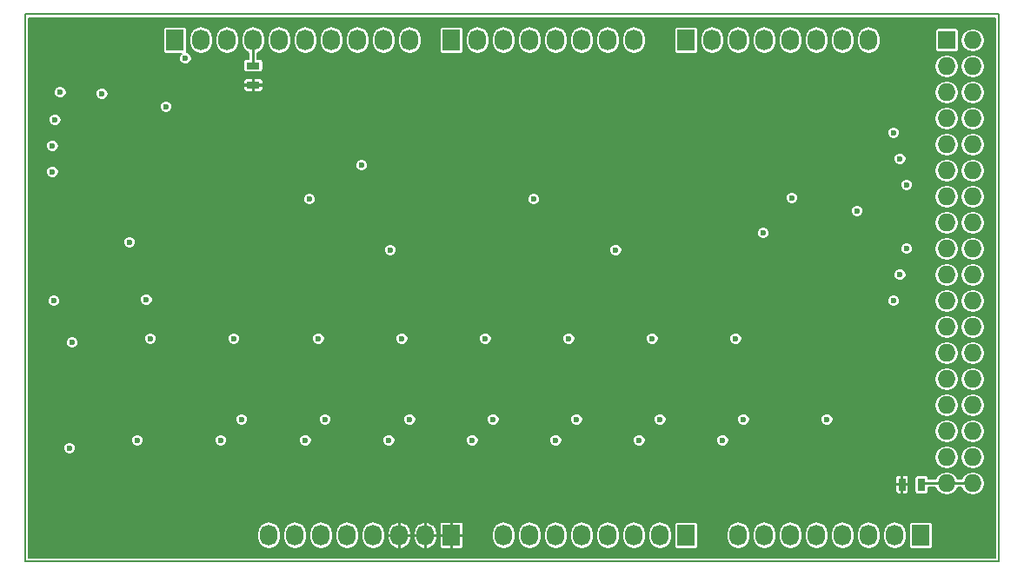
<source format=gbr>
G04 #@! TF.FileFunction,Copper,L4,Bot,Signal*
%FSLAX46Y46*%
G04 Gerber Fmt 4.6, Leading zero omitted, Abs format (unit mm)*
G04 Created by KiCad (PCBNEW 4.0.5+dfsg1-4) date Sun Mar 19 16:59:55 2017*
%MOMM*%
%LPD*%
G01*
G04 APERTURE LIST*
%ADD10C,0.020000*%
%ADD11C,0.150000*%
%ADD12R,1.727200X2.032000*%
%ADD13O,1.727200X2.032000*%
%ADD14R,1.727200X1.727200*%
%ADD15O,1.727200X1.727200*%
%ADD16R,1.300000X0.700000*%
%ADD17R,0.700000X1.300000*%
%ADD18C,0.600000*%
%ADD19C,0.250000*%
%ADD20C,0.200000*%
G04 APERTURE END LIST*
D10*
D11*
X56261000Y-73660000D02*
X56261000Y-20320000D01*
X151130000Y-73660000D02*
X56261000Y-73660000D01*
X151130000Y-20320000D02*
X151130000Y-73660000D01*
X56261000Y-20320000D02*
X151130000Y-20320000D01*
D12*
X70866000Y-22860000D03*
D13*
X73406000Y-22860000D03*
X75946000Y-22860000D03*
X78486000Y-22860000D03*
X81026000Y-22860000D03*
X83566000Y-22860000D03*
X86106000Y-22860000D03*
X88646000Y-22860000D03*
X91186000Y-22860000D03*
X93726000Y-22860000D03*
D12*
X97790000Y-71120000D03*
D13*
X95250000Y-71120000D03*
X92710000Y-71120000D03*
X90170000Y-71120000D03*
X87630000Y-71120000D03*
X85090000Y-71120000D03*
X82550000Y-71120000D03*
X80010000Y-71120000D03*
D12*
X97790000Y-22860000D03*
D13*
X100330000Y-22860000D03*
X102870000Y-22860000D03*
X105410000Y-22860000D03*
X107950000Y-22860000D03*
X110490000Y-22860000D03*
X113030000Y-22860000D03*
X115570000Y-22860000D03*
D12*
X120650000Y-71120000D03*
D13*
X118110000Y-71120000D03*
X115570000Y-71120000D03*
X113030000Y-71120000D03*
X110490000Y-71120000D03*
X107950000Y-71120000D03*
X105410000Y-71120000D03*
X102870000Y-71120000D03*
D12*
X120650000Y-22860000D03*
D13*
X123190000Y-22860000D03*
X125730000Y-22860000D03*
X128270000Y-22860000D03*
X130810000Y-22860000D03*
X133350000Y-22860000D03*
X135890000Y-22860000D03*
X138430000Y-22860000D03*
D12*
X143510000Y-71120000D03*
D13*
X140970000Y-71120000D03*
X138430000Y-71120000D03*
X135890000Y-71120000D03*
X133350000Y-71120000D03*
X130810000Y-71120000D03*
X128270000Y-71120000D03*
X125730000Y-71120000D03*
D14*
X146050000Y-22860000D03*
D15*
X148590000Y-22860000D03*
X146050000Y-25400000D03*
X148590000Y-25400000D03*
X146050000Y-27940000D03*
X148590000Y-27940000D03*
X146050000Y-30480000D03*
X148590000Y-30480000D03*
X146050000Y-33020000D03*
X148590000Y-33020000D03*
X146050000Y-35560000D03*
X148590000Y-35560000D03*
X146050000Y-38100000D03*
X148590000Y-38100000D03*
X146050000Y-40640000D03*
X148590000Y-40640000D03*
X146050000Y-43180000D03*
X148590000Y-43180000D03*
X146050000Y-45720000D03*
X148590000Y-45720000D03*
X146050000Y-48260000D03*
X148590000Y-48260000D03*
X146050000Y-50800000D03*
X148590000Y-50800000D03*
X146050000Y-53340000D03*
X148590000Y-53340000D03*
X146050000Y-55880000D03*
X148590000Y-55880000D03*
X146050000Y-58420000D03*
X148590000Y-58420000D03*
X146050000Y-60960000D03*
X148590000Y-60960000D03*
X146050000Y-63500000D03*
X148590000Y-63500000D03*
X146050000Y-66040000D03*
X148590000Y-66040000D03*
D16*
X78486000Y-27239000D03*
X78486000Y-25339000D03*
D17*
X141671000Y-66167000D03*
X143571000Y-66167000D03*
D18*
X71882000Y-24638000D03*
X83947000Y-38354000D03*
X105791000Y-38354000D03*
X128143000Y-41656000D03*
X60833000Y-52324000D03*
X62000000Y-40500000D03*
X59055000Y-41021000D03*
X106934000Y-41402000D03*
X85090000Y-41402000D03*
X60579000Y-57912000D03*
X60706000Y-68199000D03*
X132461000Y-41656000D03*
X69596000Y-27559000D03*
X125095000Y-65151000D03*
X116967000Y-65151000D03*
X108839000Y-65151000D03*
X100711000Y-65151000D03*
X92583000Y-65151000D03*
X84455000Y-65151000D03*
X76200000Y-65151000D03*
X68072000Y-65151000D03*
X134366000Y-57785000D03*
X126238000Y-57785000D03*
X118110000Y-57785000D03*
X109982000Y-57785000D03*
X101854000Y-57785000D03*
X93726000Y-57785000D03*
X85471000Y-57785000D03*
X77343000Y-57785000D03*
X127381000Y-55499000D03*
X119253000Y-55499000D03*
X111125000Y-55499000D03*
X102997000Y-55499000D03*
X94869000Y-55499000D03*
X86741000Y-55499000D03*
X78486000Y-55499000D03*
X70358000Y-55499000D03*
X125476000Y-49911000D03*
X117348000Y-49911000D03*
X109220000Y-49911000D03*
X101092000Y-49911000D03*
X93091000Y-49911000D03*
X84836000Y-49911000D03*
X76581000Y-49911000D03*
X68453000Y-49911000D03*
X65532000Y-46101000D03*
X95123000Y-45720000D03*
X116967000Y-45720000D03*
X119380000Y-28448000D03*
X114046000Y-28448000D03*
X109982000Y-30607000D03*
X104648000Y-30607000D03*
X99187000Y-30607000D03*
X93853000Y-30607000D03*
X86995000Y-28448000D03*
X81661000Y-28448000D03*
X127635000Y-28067000D03*
X73279000Y-39497000D03*
X59055000Y-48260000D03*
X134366000Y-59817000D03*
X126238000Y-59817000D03*
X118110000Y-59817000D03*
X109982000Y-59817000D03*
X101854000Y-59817000D03*
X93726000Y-59817000D03*
X85471000Y-59817000D03*
X77343000Y-59817000D03*
X68072000Y-48133000D03*
X60579000Y-62611000D03*
X137287000Y-39497000D03*
X63754000Y-28067000D03*
X130937000Y-38227000D03*
X69977000Y-29337000D03*
X89027000Y-35052000D03*
X113792000Y-43307000D03*
X91821000Y-43307000D03*
X58928000Y-35687000D03*
X58928000Y-33147000D03*
X59182000Y-30607000D03*
X59690000Y-27940000D03*
X140843000Y-48260000D03*
X140843000Y-31877000D03*
X141478000Y-45720000D03*
X141478000Y-34417000D03*
X142113000Y-43180000D03*
X142113000Y-36957000D03*
X76581000Y-51943000D03*
X124206000Y-61849000D03*
X116078000Y-61849000D03*
X107950000Y-61849000D03*
X99822000Y-61849000D03*
X91694000Y-61849000D03*
X83566000Y-61849000D03*
X75311000Y-61849000D03*
X67183000Y-61849000D03*
X68453000Y-51943000D03*
X84836000Y-51943000D03*
X92964000Y-51943000D03*
X101092000Y-51943000D03*
X109220000Y-51943000D03*
X117348000Y-51943000D03*
X66421000Y-42545000D03*
X125476000Y-51943000D03*
D19*
X78486000Y-22860000D02*
X78486000Y-25339000D01*
X148590000Y-66040000D02*
X146050000Y-66040000D01*
X146050000Y-66040000D02*
X143698000Y-66040000D01*
X143698000Y-66040000D02*
X143571000Y-66167000D01*
D20*
G36*
X150755000Y-73285000D02*
X56636000Y-73285000D01*
X56636000Y-70941818D01*
X78846400Y-70941818D01*
X78846400Y-71298182D01*
X78934974Y-71743472D01*
X79187211Y-72120971D01*
X79564710Y-72373208D01*
X80010000Y-72461782D01*
X80455290Y-72373208D01*
X80832789Y-72120971D01*
X81085026Y-71743472D01*
X81173600Y-71298182D01*
X81173600Y-70941818D01*
X81386400Y-70941818D01*
X81386400Y-71298182D01*
X81474974Y-71743472D01*
X81727211Y-72120971D01*
X82104710Y-72373208D01*
X82550000Y-72461782D01*
X82995290Y-72373208D01*
X83372789Y-72120971D01*
X83625026Y-71743472D01*
X83713600Y-71298182D01*
X83713600Y-70941818D01*
X83926400Y-70941818D01*
X83926400Y-71298182D01*
X84014974Y-71743472D01*
X84267211Y-72120971D01*
X84644710Y-72373208D01*
X85090000Y-72461782D01*
X85535290Y-72373208D01*
X85912789Y-72120971D01*
X86165026Y-71743472D01*
X86253600Y-71298182D01*
X86253600Y-70941818D01*
X86466400Y-70941818D01*
X86466400Y-71298182D01*
X86554974Y-71743472D01*
X86807211Y-72120971D01*
X87184710Y-72373208D01*
X87630000Y-72461782D01*
X88075290Y-72373208D01*
X88452789Y-72120971D01*
X88705026Y-71743472D01*
X88793600Y-71298182D01*
X88793600Y-70941818D01*
X89006400Y-70941818D01*
X89006400Y-71298182D01*
X89094974Y-71743472D01*
X89347211Y-72120971D01*
X89724710Y-72373208D01*
X90170000Y-72461782D01*
X90615290Y-72373208D01*
X90992789Y-72120971D01*
X91245026Y-71743472D01*
X91333600Y-71298182D01*
X91333600Y-71170000D01*
X91546400Y-71170000D01*
X91546400Y-71322400D01*
X91654108Y-71763884D01*
X91922566Y-72130544D01*
X92310903Y-72366560D01*
X92478757Y-72412791D01*
X92660000Y-72359851D01*
X92660000Y-71170000D01*
X92760000Y-71170000D01*
X92760000Y-72359851D01*
X92941243Y-72412791D01*
X93109097Y-72366560D01*
X93497434Y-72130544D01*
X93765892Y-71763884D01*
X93873600Y-71322400D01*
X93873600Y-71170000D01*
X94086400Y-71170000D01*
X94086400Y-71322400D01*
X94194108Y-71763884D01*
X94462566Y-72130544D01*
X94850903Y-72366560D01*
X95018757Y-72412791D01*
X95200000Y-72359851D01*
X95200000Y-71170000D01*
X95300000Y-71170000D01*
X95300000Y-72359851D01*
X95481243Y-72412791D01*
X95649097Y-72366560D01*
X96037434Y-72130544D01*
X96305892Y-71763884D01*
X96413600Y-71322400D01*
X96413600Y-71245000D01*
X96626400Y-71245000D01*
X96626400Y-72195674D01*
X96672072Y-72305937D01*
X96756464Y-72390328D01*
X96866727Y-72436000D01*
X97665000Y-72436000D01*
X97740000Y-72361000D01*
X97740000Y-71170000D01*
X97840000Y-71170000D01*
X97840000Y-72361000D01*
X97915000Y-72436000D01*
X98713273Y-72436000D01*
X98823536Y-72390328D01*
X98907928Y-72305937D01*
X98953600Y-72195674D01*
X98953600Y-71245000D01*
X98878600Y-71170000D01*
X97840000Y-71170000D01*
X97740000Y-71170000D01*
X96701400Y-71170000D01*
X96626400Y-71245000D01*
X96413600Y-71245000D01*
X96413600Y-71170000D01*
X95300000Y-71170000D01*
X95200000Y-71170000D01*
X94086400Y-71170000D01*
X93873600Y-71170000D01*
X92760000Y-71170000D01*
X92660000Y-71170000D01*
X91546400Y-71170000D01*
X91333600Y-71170000D01*
X91333600Y-70941818D01*
X91328783Y-70917600D01*
X91546400Y-70917600D01*
X91546400Y-71070000D01*
X92660000Y-71070000D01*
X92660000Y-69880149D01*
X92760000Y-69880149D01*
X92760000Y-71070000D01*
X93873600Y-71070000D01*
X93873600Y-70917600D01*
X94086400Y-70917600D01*
X94086400Y-71070000D01*
X95200000Y-71070000D01*
X95200000Y-69880149D01*
X95300000Y-69880149D01*
X95300000Y-71070000D01*
X96413600Y-71070000D01*
X96413600Y-70917600D01*
X96305892Y-70476116D01*
X96037434Y-70109456D01*
X95930271Y-70044326D01*
X96626400Y-70044326D01*
X96626400Y-70995000D01*
X96701400Y-71070000D01*
X97740000Y-71070000D01*
X97740000Y-69879000D01*
X97840000Y-69879000D01*
X97840000Y-71070000D01*
X98878600Y-71070000D01*
X98953600Y-70995000D01*
X98953600Y-70941818D01*
X101706400Y-70941818D01*
X101706400Y-71298182D01*
X101794974Y-71743472D01*
X102047211Y-72120971D01*
X102424710Y-72373208D01*
X102870000Y-72461782D01*
X103315290Y-72373208D01*
X103692789Y-72120971D01*
X103945026Y-71743472D01*
X104033600Y-71298182D01*
X104033600Y-70941818D01*
X104246400Y-70941818D01*
X104246400Y-71298182D01*
X104334974Y-71743472D01*
X104587211Y-72120971D01*
X104964710Y-72373208D01*
X105410000Y-72461782D01*
X105855290Y-72373208D01*
X106232789Y-72120971D01*
X106485026Y-71743472D01*
X106573600Y-71298182D01*
X106573600Y-70941818D01*
X106786400Y-70941818D01*
X106786400Y-71298182D01*
X106874974Y-71743472D01*
X107127211Y-72120971D01*
X107504710Y-72373208D01*
X107950000Y-72461782D01*
X108395290Y-72373208D01*
X108772789Y-72120971D01*
X109025026Y-71743472D01*
X109113600Y-71298182D01*
X109113600Y-70941818D01*
X109326400Y-70941818D01*
X109326400Y-71298182D01*
X109414974Y-71743472D01*
X109667211Y-72120971D01*
X110044710Y-72373208D01*
X110490000Y-72461782D01*
X110935290Y-72373208D01*
X111312789Y-72120971D01*
X111565026Y-71743472D01*
X111653600Y-71298182D01*
X111653600Y-70941818D01*
X111866400Y-70941818D01*
X111866400Y-71298182D01*
X111954974Y-71743472D01*
X112207211Y-72120971D01*
X112584710Y-72373208D01*
X113030000Y-72461782D01*
X113475290Y-72373208D01*
X113852789Y-72120971D01*
X114105026Y-71743472D01*
X114193600Y-71298182D01*
X114193600Y-70941818D01*
X114406400Y-70941818D01*
X114406400Y-71298182D01*
X114494974Y-71743472D01*
X114747211Y-72120971D01*
X115124710Y-72373208D01*
X115570000Y-72461782D01*
X116015290Y-72373208D01*
X116392789Y-72120971D01*
X116645026Y-71743472D01*
X116733600Y-71298182D01*
X116733600Y-70941818D01*
X116946400Y-70941818D01*
X116946400Y-71298182D01*
X117034974Y-71743472D01*
X117287211Y-72120971D01*
X117664710Y-72373208D01*
X118110000Y-72461782D01*
X118555290Y-72373208D01*
X118932789Y-72120971D01*
X119185026Y-71743472D01*
X119273600Y-71298182D01*
X119273600Y-70941818D01*
X119185026Y-70496528D01*
X118932789Y-70119029D01*
X118910297Y-70104000D01*
X119480523Y-70104000D01*
X119480523Y-72136000D01*
X119501442Y-72247173D01*
X119567145Y-72349279D01*
X119667397Y-72417778D01*
X119786400Y-72441877D01*
X121513600Y-72441877D01*
X121624773Y-72420958D01*
X121726879Y-72355255D01*
X121795378Y-72255003D01*
X121819477Y-72136000D01*
X121819477Y-70941818D01*
X124566400Y-70941818D01*
X124566400Y-71298182D01*
X124654974Y-71743472D01*
X124907211Y-72120971D01*
X125284710Y-72373208D01*
X125730000Y-72461782D01*
X126175290Y-72373208D01*
X126552789Y-72120971D01*
X126805026Y-71743472D01*
X126893600Y-71298182D01*
X126893600Y-70941818D01*
X127106400Y-70941818D01*
X127106400Y-71298182D01*
X127194974Y-71743472D01*
X127447211Y-72120971D01*
X127824710Y-72373208D01*
X128270000Y-72461782D01*
X128715290Y-72373208D01*
X129092789Y-72120971D01*
X129345026Y-71743472D01*
X129433600Y-71298182D01*
X129433600Y-70941818D01*
X129646400Y-70941818D01*
X129646400Y-71298182D01*
X129734974Y-71743472D01*
X129987211Y-72120971D01*
X130364710Y-72373208D01*
X130810000Y-72461782D01*
X131255290Y-72373208D01*
X131632789Y-72120971D01*
X131885026Y-71743472D01*
X131973600Y-71298182D01*
X131973600Y-70941818D01*
X132186400Y-70941818D01*
X132186400Y-71298182D01*
X132274974Y-71743472D01*
X132527211Y-72120971D01*
X132904710Y-72373208D01*
X133350000Y-72461782D01*
X133795290Y-72373208D01*
X134172789Y-72120971D01*
X134425026Y-71743472D01*
X134513600Y-71298182D01*
X134513600Y-70941818D01*
X134726400Y-70941818D01*
X134726400Y-71298182D01*
X134814974Y-71743472D01*
X135067211Y-72120971D01*
X135444710Y-72373208D01*
X135890000Y-72461782D01*
X136335290Y-72373208D01*
X136712789Y-72120971D01*
X136965026Y-71743472D01*
X137053600Y-71298182D01*
X137053600Y-70941818D01*
X137266400Y-70941818D01*
X137266400Y-71298182D01*
X137354974Y-71743472D01*
X137607211Y-72120971D01*
X137984710Y-72373208D01*
X138430000Y-72461782D01*
X138875290Y-72373208D01*
X139252789Y-72120971D01*
X139505026Y-71743472D01*
X139593600Y-71298182D01*
X139593600Y-70941818D01*
X139806400Y-70941818D01*
X139806400Y-71298182D01*
X139894974Y-71743472D01*
X140147211Y-72120971D01*
X140524710Y-72373208D01*
X140970000Y-72461782D01*
X141415290Y-72373208D01*
X141792789Y-72120971D01*
X142045026Y-71743472D01*
X142133600Y-71298182D01*
X142133600Y-70941818D01*
X142045026Y-70496528D01*
X141792789Y-70119029D01*
X141770297Y-70104000D01*
X142340523Y-70104000D01*
X142340523Y-72136000D01*
X142361442Y-72247173D01*
X142427145Y-72349279D01*
X142527397Y-72417778D01*
X142646400Y-72441877D01*
X144373600Y-72441877D01*
X144484773Y-72420958D01*
X144586879Y-72355255D01*
X144655378Y-72255003D01*
X144679477Y-72136000D01*
X144679477Y-70104000D01*
X144658558Y-69992827D01*
X144592855Y-69890721D01*
X144492603Y-69822222D01*
X144373600Y-69798123D01*
X142646400Y-69798123D01*
X142535227Y-69819042D01*
X142433121Y-69884745D01*
X142364622Y-69984997D01*
X142340523Y-70104000D01*
X141770297Y-70104000D01*
X141415290Y-69866792D01*
X140970000Y-69778218D01*
X140524710Y-69866792D01*
X140147211Y-70119029D01*
X139894974Y-70496528D01*
X139806400Y-70941818D01*
X139593600Y-70941818D01*
X139505026Y-70496528D01*
X139252789Y-70119029D01*
X138875290Y-69866792D01*
X138430000Y-69778218D01*
X137984710Y-69866792D01*
X137607211Y-70119029D01*
X137354974Y-70496528D01*
X137266400Y-70941818D01*
X137053600Y-70941818D01*
X136965026Y-70496528D01*
X136712789Y-70119029D01*
X136335290Y-69866792D01*
X135890000Y-69778218D01*
X135444710Y-69866792D01*
X135067211Y-70119029D01*
X134814974Y-70496528D01*
X134726400Y-70941818D01*
X134513600Y-70941818D01*
X134425026Y-70496528D01*
X134172789Y-70119029D01*
X133795290Y-69866792D01*
X133350000Y-69778218D01*
X132904710Y-69866792D01*
X132527211Y-70119029D01*
X132274974Y-70496528D01*
X132186400Y-70941818D01*
X131973600Y-70941818D01*
X131885026Y-70496528D01*
X131632789Y-70119029D01*
X131255290Y-69866792D01*
X130810000Y-69778218D01*
X130364710Y-69866792D01*
X129987211Y-70119029D01*
X129734974Y-70496528D01*
X129646400Y-70941818D01*
X129433600Y-70941818D01*
X129345026Y-70496528D01*
X129092789Y-70119029D01*
X128715290Y-69866792D01*
X128270000Y-69778218D01*
X127824710Y-69866792D01*
X127447211Y-70119029D01*
X127194974Y-70496528D01*
X127106400Y-70941818D01*
X126893600Y-70941818D01*
X126805026Y-70496528D01*
X126552789Y-70119029D01*
X126175290Y-69866792D01*
X125730000Y-69778218D01*
X125284710Y-69866792D01*
X124907211Y-70119029D01*
X124654974Y-70496528D01*
X124566400Y-70941818D01*
X121819477Y-70941818D01*
X121819477Y-70104000D01*
X121798558Y-69992827D01*
X121732855Y-69890721D01*
X121632603Y-69822222D01*
X121513600Y-69798123D01*
X119786400Y-69798123D01*
X119675227Y-69819042D01*
X119573121Y-69884745D01*
X119504622Y-69984997D01*
X119480523Y-70104000D01*
X118910297Y-70104000D01*
X118555290Y-69866792D01*
X118110000Y-69778218D01*
X117664710Y-69866792D01*
X117287211Y-70119029D01*
X117034974Y-70496528D01*
X116946400Y-70941818D01*
X116733600Y-70941818D01*
X116645026Y-70496528D01*
X116392789Y-70119029D01*
X116015290Y-69866792D01*
X115570000Y-69778218D01*
X115124710Y-69866792D01*
X114747211Y-70119029D01*
X114494974Y-70496528D01*
X114406400Y-70941818D01*
X114193600Y-70941818D01*
X114105026Y-70496528D01*
X113852789Y-70119029D01*
X113475290Y-69866792D01*
X113030000Y-69778218D01*
X112584710Y-69866792D01*
X112207211Y-70119029D01*
X111954974Y-70496528D01*
X111866400Y-70941818D01*
X111653600Y-70941818D01*
X111565026Y-70496528D01*
X111312789Y-70119029D01*
X110935290Y-69866792D01*
X110490000Y-69778218D01*
X110044710Y-69866792D01*
X109667211Y-70119029D01*
X109414974Y-70496528D01*
X109326400Y-70941818D01*
X109113600Y-70941818D01*
X109025026Y-70496528D01*
X108772789Y-70119029D01*
X108395290Y-69866792D01*
X107950000Y-69778218D01*
X107504710Y-69866792D01*
X107127211Y-70119029D01*
X106874974Y-70496528D01*
X106786400Y-70941818D01*
X106573600Y-70941818D01*
X106485026Y-70496528D01*
X106232789Y-70119029D01*
X105855290Y-69866792D01*
X105410000Y-69778218D01*
X104964710Y-69866792D01*
X104587211Y-70119029D01*
X104334974Y-70496528D01*
X104246400Y-70941818D01*
X104033600Y-70941818D01*
X103945026Y-70496528D01*
X103692789Y-70119029D01*
X103315290Y-69866792D01*
X102870000Y-69778218D01*
X102424710Y-69866792D01*
X102047211Y-70119029D01*
X101794974Y-70496528D01*
X101706400Y-70941818D01*
X98953600Y-70941818D01*
X98953600Y-70044326D01*
X98907928Y-69934063D01*
X98823536Y-69849672D01*
X98713273Y-69804000D01*
X97915000Y-69804000D01*
X97840000Y-69879000D01*
X97740000Y-69879000D01*
X97665000Y-69804000D01*
X96866727Y-69804000D01*
X96756464Y-69849672D01*
X96672072Y-69934063D01*
X96626400Y-70044326D01*
X95930271Y-70044326D01*
X95649097Y-69873440D01*
X95481243Y-69827209D01*
X95300000Y-69880149D01*
X95200000Y-69880149D01*
X95018757Y-69827209D01*
X94850903Y-69873440D01*
X94462566Y-70109456D01*
X94194108Y-70476116D01*
X94086400Y-70917600D01*
X93873600Y-70917600D01*
X93765892Y-70476116D01*
X93497434Y-70109456D01*
X93109097Y-69873440D01*
X92941243Y-69827209D01*
X92760000Y-69880149D01*
X92660000Y-69880149D01*
X92478757Y-69827209D01*
X92310903Y-69873440D01*
X91922566Y-70109456D01*
X91654108Y-70476116D01*
X91546400Y-70917600D01*
X91328783Y-70917600D01*
X91245026Y-70496528D01*
X90992789Y-70119029D01*
X90615290Y-69866792D01*
X90170000Y-69778218D01*
X89724710Y-69866792D01*
X89347211Y-70119029D01*
X89094974Y-70496528D01*
X89006400Y-70941818D01*
X88793600Y-70941818D01*
X88705026Y-70496528D01*
X88452789Y-70119029D01*
X88075290Y-69866792D01*
X87630000Y-69778218D01*
X87184710Y-69866792D01*
X86807211Y-70119029D01*
X86554974Y-70496528D01*
X86466400Y-70941818D01*
X86253600Y-70941818D01*
X86165026Y-70496528D01*
X85912789Y-70119029D01*
X85535290Y-69866792D01*
X85090000Y-69778218D01*
X84644710Y-69866792D01*
X84267211Y-70119029D01*
X84014974Y-70496528D01*
X83926400Y-70941818D01*
X83713600Y-70941818D01*
X83625026Y-70496528D01*
X83372789Y-70119029D01*
X82995290Y-69866792D01*
X82550000Y-69778218D01*
X82104710Y-69866792D01*
X81727211Y-70119029D01*
X81474974Y-70496528D01*
X81386400Y-70941818D01*
X81173600Y-70941818D01*
X81085026Y-70496528D01*
X80832789Y-70119029D01*
X80455290Y-69866792D01*
X80010000Y-69778218D01*
X79564710Y-69866792D01*
X79187211Y-70119029D01*
X78934974Y-70496528D01*
X78846400Y-70941818D01*
X56636000Y-70941818D01*
X56636000Y-66292000D01*
X141021000Y-66292000D01*
X141021000Y-66876673D01*
X141066672Y-66986936D01*
X141151063Y-67071328D01*
X141261326Y-67117000D01*
X141546000Y-67117000D01*
X141621000Y-67042000D01*
X141621000Y-66217000D01*
X141721000Y-66217000D01*
X141721000Y-67042000D01*
X141796000Y-67117000D01*
X142080674Y-67117000D01*
X142190937Y-67071328D01*
X142275328Y-66986936D01*
X142321000Y-66876673D01*
X142321000Y-66292000D01*
X142246000Y-66217000D01*
X141721000Y-66217000D01*
X141621000Y-66217000D01*
X141096000Y-66217000D01*
X141021000Y-66292000D01*
X56636000Y-66292000D01*
X56636000Y-65457327D01*
X141021000Y-65457327D01*
X141021000Y-66042000D01*
X141096000Y-66117000D01*
X141621000Y-66117000D01*
X141621000Y-65292000D01*
X141721000Y-65292000D01*
X141721000Y-66117000D01*
X142246000Y-66117000D01*
X142321000Y-66042000D01*
X142321000Y-65517000D01*
X142915123Y-65517000D01*
X142915123Y-66817000D01*
X142936042Y-66928173D01*
X143001745Y-67030279D01*
X143101997Y-67098778D01*
X143221000Y-67122877D01*
X143921000Y-67122877D01*
X144032173Y-67101958D01*
X144134279Y-67036255D01*
X144202778Y-66936003D01*
X144226877Y-66817000D01*
X144226877Y-66465000D01*
X144948142Y-66465000D01*
X144952178Y-66485290D01*
X145204415Y-66862789D01*
X145581914Y-67115026D01*
X146027204Y-67203600D01*
X146072796Y-67203600D01*
X146518086Y-67115026D01*
X146895585Y-66862789D01*
X147147822Y-66485290D01*
X147151858Y-66465000D01*
X147488142Y-66465000D01*
X147492178Y-66485290D01*
X147744415Y-66862789D01*
X148121914Y-67115026D01*
X148567204Y-67203600D01*
X148612796Y-67203600D01*
X149058086Y-67115026D01*
X149435585Y-66862789D01*
X149687822Y-66485290D01*
X149776396Y-66040000D01*
X149687822Y-65594710D01*
X149435585Y-65217211D01*
X149058086Y-64964974D01*
X148612796Y-64876400D01*
X148567204Y-64876400D01*
X148121914Y-64964974D01*
X147744415Y-65217211D01*
X147492178Y-65594710D01*
X147488142Y-65615000D01*
X147151858Y-65615000D01*
X147147822Y-65594710D01*
X146895585Y-65217211D01*
X146518086Y-64964974D01*
X146072796Y-64876400D01*
X146027204Y-64876400D01*
X145581914Y-64964974D01*
X145204415Y-65217211D01*
X144952178Y-65594710D01*
X144948142Y-65615000D01*
X144226877Y-65615000D01*
X144226877Y-65517000D01*
X144205958Y-65405827D01*
X144140255Y-65303721D01*
X144040003Y-65235222D01*
X143921000Y-65211123D01*
X143221000Y-65211123D01*
X143109827Y-65232042D01*
X143007721Y-65297745D01*
X142939222Y-65397997D01*
X142915123Y-65517000D01*
X142321000Y-65517000D01*
X142321000Y-65457327D01*
X142275328Y-65347064D01*
X142190937Y-65262672D01*
X142080674Y-65217000D01*
X141796000Y-65217000D01*
X141721000Y-65292000D01*
X141621000Y-65292000D01*
X141546000Y-65217000D01*
X141261326Y-65217000D01*
X141151063Y-65262672D01*
X141066672Y-65347064D01*
X141021000Y-65457327D01*
X56636000Y-65457327D01*
X56636000Y-63500000D01*
X144863604Y-63500000D01*
X144952178Y-63945290D01*
X145204415Y-64322789D01*
X145581914Y-64575026D01*
X146027204Y-64663600D01*
X146072796Y-64663600D01*
X146518086Y-64575026D01*
X146895585Y-64322789D01*
X147147822Y-63945290D01*
X147236396Y-63500000D01*
X147403604Y-63500000D01*
X147492178Y-63945290D01*
X147744415Y-64322789D01*
X148121914Y-64575026D01*
X148567204Y-64663600D01*
X148612796Y-64663600D01*
X149058086Y-64575026D01*
X149435585Y-64322789D01*
X149687822Y-63945290D01*
X149776396Y-63500000D01*
X149687822Y-63054710D01*
X149435585Y-62677211D01*
X149058086Y-62424974D01*
X148612796Y-62336400D01*
X148567204Y-62336400D01*
X148121914Y-62424974D01*
X147744415Y-62677211D01*
X147492178Y-63054710D01*
X147403604Y-63500000D01*
X147236396Y-63500000D01*
X147147822Y-63054710D01*
X146895585Y-62677211D01*
X146518086Y-62424974D01*
X146072796Y-62336400D01*
X146027204Y-62336400D01*
X145581914Y-62424974D01*
X145204415Y-62677211D01*
X144952178Y-63054710D01*
X144863604Y-63500000D01*
X56636000Y-63500000D01*
X56636000Y-62729824D01*
X59978896Y-62729824D01*
X60070048Y-62950429D01*
X60238683Y-63119359D01*
X60459129Y-63210896D01*
X60697824Y-63211104D01*
X60918429Y-63119952D01*
X61087359Y-62951317D01*
X61178896Y-62730871D01*
X61179104Y-62492176D01*
X61087952Y-62271571D01*
X60919317Y-62102641D01*
X60698871Y-62011104D01*
X60460176Y-62010896D01*
X60239571Y-62102048D01*
X60070641Y-62270683D01*
X59979104Y-62491129D01*
X59978896Y-62729824D01*
X56636000Y-62729824D01*
X56636000Y-61967824D01*
X66582896Y-61967824D01*
X66674048Y-62188429D01*
X66842683Y-62357359D01*
X67063129Y-62448896D01*
X67301824Y-62449104D01*
X67522429Y-62357952D01*
X67691359Y-62189317D01*
X67782896Y-61968871D01*
X67782896Y-61967824D01*
X74710896Y-61967824D01*
X74802048Y-62188429D01*
X74970683Y-62357359D01*
X75191129Y-62448896D01*
X75429824Y-62449104D01*
X75650429Y-62357952D01*
X75819359Y-62189317D01*
X75910896Y-61968871D01*
X75910896Y-61967824D01*
X82965896Y-61967824D01*
X83057048Y-62188429D01*
X83225683Y-62357359D01*
X83446129Y-62448896D01*
X83684824Y-62449104D01*
X83905429Y-62357952D01*
X84074359Y-62189317D01*
X84165896Y-61968871D01*
X84165896Y-61967824D01*
X91093896Y-61967824D01*
X91185048Y-62188429D01*
X91353683Y-62357359D01*
X91574129Y-62448896D01*
X91812824Y-62449104D01*
X92033429Y-62357952D01*
X92202359Y-62189317D01*
X92293896Y-61968871D01*
X92293896Y-61967824D01*
X99221896Y-61967824D01*
X99313048Y-62188429D01*
X99481683Y-62357359D01*
X99702129Y-62448896D01*
X99940824Y-62449104D01*
X100161429Y-62357952D01*
X100330359Y-62189317D01*
X100421896Y-61968871D01*
X100421896Y-61967824D01*
X107349896Y-61967824D01*
X107441048Y-62188429D01*
X107609683Y-62357359D01*
X107830129Y-62448896D01*
X108068824Y-62449104D01*
X108289429Y-62357952D01*
X108458359Y-62189317D01*
X108549896Y-61968871D01*
X108549896Y-61967824D01*
X115477896Y-61967824D01*
X115569048Y-62188429D01*
X115737683Y-62357359D01*
X115958129Y-62448896D01*
X116196824Y-62449104D01*
X116417429Y-62357952D01*
X116586359Y-62189317D01*
X116677896Y-61968871D01*
X116677896Y-61967824D01*
X123605896Y-61967824D01*
X123697048Y-62188429D01*
X123865683Y-62357359D01*
X124086129Y-62448896D01*
X124324824Y-62449104D01*
X124545429Y-62357952D01*
X124714359Y-62189317D01*
X124805896Y-61968871D01*
X124806104Y-61730176D01*
X124714952Y-61509571D01*
X124546317Y-61340641D01*
X124325871Y-61249104D01*
X124087176Y-61248896D01*
X123866571Y-61340048D01*
X123697641Y-61508683D01*
X123606104Y-61729129D01*
X123605896Y-61967824D01*
X116677896Y-61967824D01*
X116678104Y-61730176D01*
X116586952Y-61509571D01*
X116418317Y-61340641D01*
X116197871Y-61249104D01*
X115959176Y-61248896D01*
X115738571Y-61340048D01*
X115569641Y-61508683D01*
X115478104Y-61729129D01*
X115477896Y-61967824D01*
X108549896Y-61967824D01*
X108550104Y-61730176D01*
X108458952Y-61509571D01*
X108290317Y-61340641D01*
X108069871Y-61249104D01*
X107831176Y-61248896D01*
X107610571Y-61340048D01*
X107441641Y-61508683D01*
X107350104Y-61729129D01*
X107349896Y-61967824D01*
X100421896Y-61967824D01*
X100422104Y-61730176D01*
X100330952Y-61509571D01*
X100162317Y-61340641D01*
X99941871Y-61249104D01*
X99703176Y-61248896D01*
X99482571Y-61340048D01*
X99313641Y-61508683D01*
X99222104Y-61729129D01*
X99221896Y-61967824D01*
X92293896Y-61967824D01*
X92294104Y-61730176D01*
X92202952Y-61509571D01*
X92034317Y-61340641D01*
X91813871Y-61249104D01*
X91575176Y-61248896D01*
X91354571Y-61340048D01*
X91185641Y-61508683D01*
X91094104Y-61729129D01*
X91093896Y-61967824D01*
X84165896Y-61967824D01*
X84166104Y-61730176D01*
X84074952Y-61509571D01*
X83906317Y-61340641D01*
X83685871Y-61249104D01*
X83447176Y-61248896D01*
X83226571Y-61340048D01*
X83057641Y-61508683D01*
X82966104Y-61729129D01*
X82965896Y-61967824D01*
X75910896Y-61967824D01*
X75911104Y-61730176D01*
X75819952Y-61509571D01*
X75651317Y-61340641D01*
X75430871Y-61249104D01*
X75192176Y-61248896D01*
X74971571Y-61340048D01*
X74802641Y-61508683D01*
X74711104Y-61729129D01*
X74710896Y-61967824D01*
X67782896Y-61967824D01*
X67783104Y-61730176D01*
X67691952Y-61509571D01*
X67523317Y-61340641D01*
X67302871Y-61249104D01*
X67064176Y-61248896D01*
X66843571Y-61340048D01*
X66674641Y-61508683D01*
X66583104Y-61729129D01*
X66582896Y-61967824D01*
X56636000Y-61967824D01*
X56636000Y-60960000D01*
X144863604Y-60960000D01*
X144952178Y-61405290D01*
X145204415Y-61782789D01*
X145581914Y-62035026D01*
X146027204Y-62123600D01*
X146072796Y-62123600D01*
X146518086Y-62035026D01*
X146895585Y-61782789D01*
X147147822Y-61405290D01*
X147236396Y-60960000D01*
X147403604Y-60960000D01*
X147492178Y-61405290D01*
X147744415Y-61782789D01*
X148121914Y-62035026D01*
X148567204Y-62123600D01*
X148612796Y-62123600D01*
X149058086Y-62035026D01*
X149435585Y-61782789D01*
X149687822Y-61405290D01*
X149776396Y-60960000D01*
X149687822Y-60514710D01*
X149435585Y-60137211D01*
X149058086Y-59884974D01*
X148612796Y-59796400D01*
X148567204Y-59796400D01*
X148121914Y-59884974D01*
X147744415Y-60137211D01*
X147492178Y-60514710D01*
X147403604Y-60960000D01*
X147236396Y-60960000D01*
X147147822Y-60514710D01*
X146895585Y-60137211D01*
X146518086Y-59884974D01*
X146072796Y-59796400D01*
X146027204Y-59796400D01*
X145581914Y-59884974D01*
X145204415Y-60137211D01*
X144952178Y-60514710D01*
X144863604Y-60960000D01*
X56636000Y-60960000D01*
X56636000Y-59935824D01*
X76742896Y-59935824D01*
X76834048Y-60156429D01*
X77002683Y-60325359D01*
X77223129Y-60416896D01*
X77461824Y-60417104D01*
X77682429Y-60325952D01*
X77851359Y-60157317D01*
X77942896Y-59936871D01*
X77942896Y-59935824D01*
X84870896Y-59935824D01*
X84962048Y-60156429D01*
X85130683Y-60325359D01*
X85351129Y-60416896D01*
X85589824Y-60417104D01*
X85810429Y-60325952D01*
X85979359Y-60157317D01*
X86070896Y-59936871D01*
X86070896Y-59935824D01*
X93125896Y-59935824D01*
X93217048Y-60156429D01*
X93385683Y-60325359D01*
X93606129Y-60416896D01*
X93844824Y-60417104D01*
X94065429Y-60325952D01*
X94234359Y-60157317D01*
X94325896Y-59936871D01*
X94325896Y-59935824D01*
X101253896Y-59935824D01*
X101345048Y-60156429D01*
X101513683Y-60325359D01*
X101734129Y-60416896D01*
X101972824Y-60417104D01*
X102193429Y-60325952D01*
X102362359Y-60157317D01*
X102453896Y-59936871D01*
X102453896Y-59935824D01*
X109381896Y-59935824D01*
X109473048Y-60156429D01*
X109641683Y-60325359D01*
X109862129Y-60416896D01*
X110100824Y-60417104D01*
X110321429Y-60325952D01*
X110490359Y-60157317D01*
X110581896Y-59936871D01*
X110581896Y-59935824D01*
X117509896Y-59935824D01*
X117601048Y-60156429D01*
X117769683Y-60325359D01*
X117990129Y-60416896D01*
X118228824Y-60417104D01*
X118449429Y-60325952D01*
X118618359Y-60157317D01*
X118709896Y-59936871D01*
X118709896Y-59935824D01*
X125637896Y-59935824D01*
X125729048Y-60156429D01*
X125897683Y-60325359D01*
X126118129Y-60416896D01*
X126356824Y-60417104D01*
X126577429Y-60325952D01*
X126746359Y-60157317D01*
X126837896Y-59936871D01*
X126837896Y-59935824D01*
X133765896Y-59935824D01*
X133857048Y-60156429D01*
X134025683Y-60325359D01*
X134246129Y-60416896D01*
X134484824Y-60417104D01*
X134705429Y-60325952D01*
X134874359Y-60157317D01*
X134965896Y-59936871D01*
X134966104Y-59698176D01*
X134874952Y-59477571D01*
X134706317Y-59308641D01*
X134485871Y-59217104D01*
X134247176Y-59216896D01*
X134026571Y-59308048D01*
X133857641Y-59476683D01*
X133766104Y-59697129D01*
X133765896Y-59935824D01*
X126837896Y-59935824D01*
X126838104Y-59698176D01*
X126746952Y-59477571D01*
X126578317Y-59308641D01*
X126357871Y-59217104D01*
X126119176Y-59216896D01*
X125898571Y-59308048D01*
X125729641Y-59476683D01*
X125638104Y-59697129D01*
X125637896Y-59935824D01*
X118709896Y-59935824D01*
X118710104Y-59698176D01*
X118618952Y-59477571D01*
X118450317Y-59308641D01*
X118229871Y-59217104D01*
X117991176Y-59216896D01*
X117770571Y-59308048D01*
X117601641Y-59476683D01*
X117510104Y-59697129D01*
X117509896Y-59935824D01*
X110581896Y-59935824D01*
X110582104Y-59698176D01*
X110490952Y-59477571D01*
X110322317Y-59308641D01*
X110101871Y-59217104D01*
X109863176Y-59216896D01*
X109642571Y-59308048D01*
X109473641Y-59476683D01*
X109382104Y-59697129D01*
X109381896Y-59935824D01*
X102453896Y-59935824D01*
X102454104Y-59698176D01*
X102362952Y-59477571D01*
X102194317Y-59308641D01*
X101973871Y-59217104D01*
X101735176Y-59216896D01*
X101514571Y-59308048D01*
X101345641Y-59476683D01*
X101254104Y-59697129D01*
X101253896Y-59935824D01*
X94325896Y-59935824D01*
X94326104Y-59698176D01*
X94234952Y-59477571D01*
X94066317Y-59308641D01*
X93845871Y-59217104D01*
X93607176Y-59216896D01*
X93386571Y-59308048D01*
X93217641Y-59476683D01*
X93126104Y-59697129D01*
X93125896Y-59935824D01*
X86070896Y-59935824D01*
X86071104Y-59698176D01*
X85979952Y-59477571D01*
X85811317Y-59308641D01*
X85590871Y-59217104D01*
X85352176Y-59216896D01*
X85131571Y-59308048D01*
X84962641Y-59476683D01*
X84871104Y-59697129D01*
X84870896Y-59935824D01*
X77942896Y-59935824D01*
X77943104Y-59698176D01*
X77851952Y-59477571D01*
X77683317Y-59308641D01*
X77462871Y-59217104D01*
X77224176Y-59216896D01*
X77003571Y-59308048D01*
X76834641Y-59476683D01*
X76743104Y-59697129D01*
X76742896Y-59935824D01*
X56636000Y-59935824D01*
X56636000Y-58420000D01*
X144863604Y-58420000D01*
X144952178Y-58865290D01*
X145204415Y-59242789D01*
X145581914Y-59495026D01*
X146027204Y-59583600D01*
X146072796Y-59583600D01*
X146518086Y-59495026D01*
X146895585Y-59242789D01*
X147147822Y-58865290D01*
X147236396Y-58420000D01*
X147403604Y-58420000D01*
X147492178Y-58865290D01*
X147744415Y-59242789D01*
X148121914Y-59495026D01*
X148567204Y-59583600D01*
X148612796Y-59583600D01*
X149058086Y-59495026D01*
X149435585Y-59242789D01*
X149687822Y-58865290D01*
X149776396Y-58420000D01*
X149687822Y-57974710D01*
X149435585Y-57597211D01*
X149058086Y-57344974D01*
X148612796Y-57256400D01*
X148567204Y-57256400D01*
X148121914Y-57344974D01*
X147744415Y-57597211D01*
X147492178Y-57974710D01*
X147403604Y-58420000D01*
X147236396Y-58420000D01*
X147147822Y-57974710D01*
X146895585Y-57597211D01*
X146518086Y-57344974D01*
X146072796Y-57256400D01*
X146027204Y-57256400D01*
X145581914Y-57344974D01*
X145204415Y-57597211D01*
X144952178Y-57974710D01*
X144863604Y-58420000D01*
X56636000Y-58420000D01*
X56636000Y-55880000D01*
X144863604Y-55880000D01*
X144952178Y-56325290D01*
X145204415Y-56702789D01*
X145581914Y-56955026D01*
X146027204Y-57043600D01*
X146072796Y-57043600D01*
X146518086Y-56955026D01*
X146895585Y-56702789D01*
X147147822Y-56325290D01*
X147236396Y-55880000D01*
X147403604Y-55880000D01*
X147492178Y-56325290D01*
X147744415Y-56702789D01*
X148121914Y-56955026D01*
X148567204Y-57043600D01*
X148612796Y-57043600D01*
X149058086Y-56955026D01*
X149435585Y-56702789D01*
X149687822Y-56325290D01*
X149776396Y-55880000D01*
X149687822Y-55434710D01*
X149435585Y-55057211D01*
X149058086Y-54804974D01*
X148612796Y-54716400D01*
X148567204Y-54716400D01*
X148121914Y-54804974D01*
X147744415Y-55057211D01*
X147492178Y-55434710D01*
X147403604Y-55880000D01*
X147236396Y-55880000D01*
X147147822Y-55434710D01*
X146895585Y-55057211D01*
X146518086Y-54804974D01*
X146072796Y-54716400D01*
X146027204Y-54716400D01*
X145581914Y-54804974D01*
X145204415Y-55057211D01*
X144952178Y-55434710D01*
X144863604Y-55880000D01*
X56636000Y-55880000D01*
X56636000Y-53340000D01*
X144863604Y-53340000D01*
X144952178Y-53785290D01*
X145204415Y-54162789D01*
X145581914Y-54415026D01*
X146027204Y-54503600D01*
X146072796Y-54503600D01*
X146518086Y-54415026D01*
X146895585Y-54162789D01*
X147147822Y-53785290D01*
X147236396Y-53340000D01*
X147403604Y-53340000D01*
X147492178Y-53785290D01*
X147744415Y-54162789D01*
X148121914Y-54415026D01*
X148567204Y-54503600D01*
X148612796Y-54503600D01*
X149058086Y-54415026D01*
X149435585Y-54162789D01*
X149687822Y-53785290D01*
X149776396Y-53340000D01*
X149687822Y-52894710D01*
X149435585Y-52517211D01*
X149058086Y-52264974D01*
X148612796Y-52176400D01*
X148567204Y-52176400D01*
X148121914Y-52264974D01*
X147744415Y-52517211D01*
X147492178Y-52894710D01*
X147403604Y-53340000D01*
X147236396Y-53340000D01*
X147147822Y-52894710D01*
X146895585Y-52517211D01*
X146518086Y-52264974D01*
X146072796Y-52176400D01*
X146027204Y-52176400D01*
X145581914Y-52264974D01*
X145204415Y-52517211D01*
X144952178Y-52894710D01*
X144863604Y-53340000D01*
X56636000Y-53340000D01*
X56636000Y-52442824D01*
X60232896Y-52442824D01*
X60324048Y-52663429D01*
X60492683Y-52832359D01*
X60713129Y-52923896D01*
X60951824Y-52924104D01*
X61172429Y-52832952D01*
X61341359Y-52664317D01*
X61432896Y-52443871D01*
X61433104Y-52205176D01*
X61373873Y-52061824D01*
X67852896Y-52061824D01*
X67944048Y-52282429D01*
X68112683Y-52451359D01*
X68333129Y-52542896D01*
X68571824Y-52543104D01*
X68792429Y-52451952D01*
X68961359Y-52283317D01*
X69052896Y-52062871D01*
X69052896Y-52061824D01*
X75980896Y-52061824D01*
X76072048Y-52282429D01*
X76240683Y-52451359D01*
X76461129Y-52542896D01*
X76699824Y-52543104D01*
X76920429Y-52451952D01*
X77089359Y-52283317D01*
X77180896Y-52062871D01*
X77180896Y-52061824D01*
X84235896Y-52061824D01*
X84327048Y-52282429D01*
X84495683Y-52451359D01*
X84716129Y-52542896D01*
X84954824Y-52543104D01*
X85175429Y-52451952D01*
X85344359Y-52283317D01*
X85435896Y-52062871D01*
X85435896Y-52061824D01*
X92363896Y-52061824D01*
X92455048Y-52282429D01*
X92623683Y-52451359D01*
X92844129Y-52542896D01*
X93082824Y-52543104D01*
X93303429Y-52451952D01*
X93472359Y-52283317D01*
X93563896Y-52062871D01*
X93563896Y-52061824D01*
X100491896Y-52061824D01*
X100583048Y-52282429D01*
X100751683Y-52451359D01*
X100972129Y-52542896D01*
X101210824Y-52543104D01*
X101431429Y-52451952D01*
X101600359Y-52283317D01*
X101691896Y-52062871D01*
X101691896Y-52061824D01*
X108619896Y-52061824D01*
X108711048Y-52282429D01*
X108879683Y-52451359D01*
X109100129Y-52542896D01*
X109338824Y-52543104D01*
X109559429Y-52451952D01*
X109728359Y-52283317D01*
X109819896Y-52062871D01*
X109819896Y-52061824D01*
X116747896Y-52061824D01*
X116839048Y-52282429D01*
X117007683Y-52451359D01*
X117228129Y-52542896D01*
X117466824Y-52543104D01*
X117687429Y-52451952D01*
X117856359Y-52283317D01*
X117947896Y-52062871D01*
X117947896Y-52061824D01*
X124875896Y-52061824D01*
X124967048Y-52282429D01*
X125135683Y-52451359D01*
X125356129Y-52542896D01*
X125594824Y-52543104D01*
X125815429Y-52451952D01*
X125984359Y-52283317D01*
X126075896Y-52062871D01*
X126076104Y-51824176D01*
X125984952Y-51603571D01*
X125816317Y-51434641D01*
X125595871Y-51343104D01*
X125357176Y-51342896D01*
X125136571Y-51434048D01*
X124967641Y-51602683D01*
X124876104Y-51823129D01*
X124875896Y-52061824D01*
X117947896Y-52061824D01*
X117948104Y-51824176D01*
X117856952Y-51603571D01*
X117688317Y-51434641D01*
X117467871Y-51343104D01*
X117229176Y-51342896D01*
X117008571Y-51434048D01*
X116839641Y-51602683D01*
X116748104Y-51823129D01*
X116747896Y-52061824D01*
X109819896Y-52061824D01*
X109820104Y-51824176D01*
X109728952Y-51603571D01*
X109560317Y-51434641D01*
X109339871Y-51343104D01*
X109101176Y-51342896D01*
X108880571Y-51434048D01*
X108711641Y-51602683D01*
X108620104Y-51823129D01*
X108619896Y-52061824D01*
X101691896Y-52061824D01*
X101692104Y-51824176D01*
X101600952Y-51603571D01*
X101432317Y-51434641D01*
X101211871Y-51343104D01*
X100973176Y-51342896D01*
X100752571Y-51434048D01*
X100583641Y-51602683D01*
X100492104Y-51823129D01*
X100491896Y-52061824D01*
X93563896Y-52061824D01*
X93564104Y-51824176D01*
X93472952Y-51603571D01*
X93304317Y-51434641D01*
X93083871Y-51343104D01*
X92845176Y-51342896D01*
X92624571Y-51434048D01*
X92455641Y-51602683D01*
X92364104Y-51823129D01*
X92363896Y-52061824D01*
X85435896Y-52061824D01*
X85436104Y-51824176D01*
X85344952Y-51603571D01*
X85176317Y-51434641D01*
X84955871Y-51343104D01*
X84717176Y-51342896D01*
X84496571Y-51434048D01*
X84327641Y-51602683D01*
X84236104Y-51823129D01*
X84235896Y-52061824D01*
X77180896Y-52061824D01*
X77181104Y-51824176D01*
X77089952Y-51603571D01*
X76921317Y-51434641D01*
X76700871Y-51343104D01*
X76462176Y-51342896D01*
X76241571Y-51434048D01*
X76072641Y-51602683D01*
X75981104Y-51823129D01*
X75980896Y-52061824D01*
X69052896Y-52061824D01*
X69053104Y-51824176D01*
X68961952Y-51603571D01*
X68793317Y-51434641D01*
X68572871Y-51343104D01*
X68334176Y-51342896D01*
X68113571Y-51434048D01*
X67944641Y-51602683D01*
X67853104Y-51823129D01*
X67852896Y-52061824D01*
X61373873Y-52061824D01*
X61341952Y-51984571D01*
X61173317Y-51815641D01*
X60952871Y-51724104D01*
X60714176Y-51723896D01*
X60493571Y-51815048D01*
X60324641Y-51983683D01*
X60233104Y-52204129D01*
X60232896Y-52442824D01*
X56636000Y-52442824D01*
X56636000Y-50800000D01*
X144863604Y-50800000D01*
X144952178Y-51245290D01*
X145204415Y-51622789D01*
X145581914Y-51875026D01*
X146027204Y-51963600D01*
X146072796Y-51963600D01*
X146518086Y-51875026D01*
X146895585Y-51622789D01*
X147147822Y-51245290D01*
X147236396Y-50800000D01*
X147403604Y-50800000D01*
X147492178Y-51245290D01*
X147744415Y-51622789D01*
X148121914Y-51875026D01*
X148567204Y-51963600D01*
X148612796Y-51963600D01*
X149058086Y-51875026D01*
X149435585Y-51622789D01*
X149687822Y-51245290D01*
X149776396Y-50800000D01*
X149687822Y-50354710D01*
X149435585Y-49977211D01*
X149058086Y-49724974D01*
X148612796Y-49636400D01*
X148567204Y-49636400D01*
X148121914Y-49724974D01*
X147744415Y-49977211D01*
X147492178Y-50354710D01*
X147403604Y-50800000D01*
X147236396Y-50800000D01*
X147147822Y-50354710D01*
X146895585Y-49977211D01*
X146518086Y-49724974D01*
X146072796Y-49636400D01*
X146027204Y-49636400D01*
X145581914Y-49724974D01*
X145204415Y-49977211D01*
X144952178Y-50354710D01*
X144863604Y-50800000D01*
X56636000Y-50800000D01*
X56636000Y-48378824D01*
X58454896Y-48378824D01*
X58546048Y-48599429D01*
X58714683Y-48768359D01*
X58935129Y-48859896D01*
X59173824Y-48860104D01*
X59394429Y-48768952D01*
X59563359Y-48600317D01*
X59654896Y-48379871D01*
X59655007Y-48251824D01*
X67471896Y-48251824D01*
X67563048Y-48472429D01*
X67731683Y-48641359D01*
X67952129Y-48732896D01*
X68190824Y-48733104D01*
X68411429Y-48641952D01*
X68580359Y-48473317D01*
X68619595Y-48378824D01*
X140242896Y-48378824D01*
X140334048Y-48599429D01*
X140502683Y-48768359D01*
X140723129Y-48859896D01*
X140961824Y-48860104D01*
X141182429Y-48768952D01*
X141351359Y-48600317D01*
X141442896Y-48379871D01*
X141443000Y-48260000D01*
X144863604Y-48260000D01*
X144952178Y-48705290D01*
X145204415Y-49082789D01*
X145581914Y-49335026D01*
X146027204Y-49423600D01*
X146072796Y-49423600D01*
X146518086Y-49335026D01*
X146895585Y-49082789D01*
X147147822Y-48705290D01*
X147236396Y-48260000D01*
X147403604Y-48260000D01*
X147492178Y-48705290D01*
X147744415Y-49082789D01*
X148121914Y-49335026D01*
X148567204Y-49423600D01*
X148612796Y-49423600D01*
X149058086Y-49335026D01*
X149435585Y-49082789D01*
X149687822Y-48705290D01*
X149776396Y-48260000D01*
X149687822Y-47814710D01*
X149435585Y-47437211D01*
X149058086Y-47184974D01*
X148612796Y-47096400D01*
X148567204Y-47096400D01*
X148121914Y-47184974D01*
X147744415Y-47437211D01*
X147492178Y-47814710D01*
X147403604Y-48260000D01*
X147236396Y-48260000D01*
X147147822Y-47814710D01*
X146895585Y-47437211D01*
X146518086Y-47184974D01*
X146072796Y-47096400D01*
X146027204Y-47096400D01*
X145581914Y-47184974D01*
X145204415Y-47437211D01*
X144952178Y-47814710D01*
X144863604Y-48260000D01*
X141443000Y-48260000D01*
X141443104Y-48141176D01*
X141351952Y-47920571D01*
X141183317Y-47751641D01*
X140962871Y-47660104D01*
X140724176Y-47659896D01*
X140503571Y-47751048D01*
X140334641Y-47919683D01*
X140243104Y-48140129D01*
X140242896Y-48378824D01*
X68619595Y-48378824D01*
X68671896Y-48252871D01*
X68672104Y-48014176D01*
X68580952Y-47793571D01*
X68412317Y-47624641D01*
X68191871Y-47533104D01*
X67953176Y-47532896D01*
X67732571Y-47624048D01*
X67563641Y-47792683D01*
X67472104Y-48013129D01*
X67471896Y-48251824D01*
X59655007Y-48251824D01*
X59655104Y-48141176D01*
X59563952Y-47920571D01*
X59395317Y-47751641D01*
X59174871Y-47660104D01*
X58936176Y-47659896D01*
X58715571Y-47751048D01*
X58546641Y-47919683D01*
X58455104Y-48140129D01*
X58454896Y-48378824D01*
X56636000Y-48378824D01*
X56636000Y-45838824D01*
X140877896Y-45838824D01*
X140969048Y-46059429D01*
X141137683Y-46228359D01*
X141358129Y-46319896D01*
X141596824Y-46320104D01*
X141817429Y-46228952D01*
X141986359Y-46060317D01*
X142077896Y-45839871D01*
X142078000Y-45720000D01*
X144863604Y-45720000D01*
X144952178Y-46165290D01*
X145204415Y-46542789D01*
X145581914Y-46795026D01*
X146027204Y-46883600D01*
X146072796Y-46883600D01*
X146518086Y-46795026D01*
X146895585Y-46542789D01*
X147147822Y-46165290D01*
X147236396Y-45720000D01*
X147403604Y-45720000D01*
X147492178Y-46165290D01*
X147744415Y-46542789D01*
X148121914Y-46795026D01*
X148567204Y-46883600D01*
X148612796Y-46883600D01*
X149058086Y-46795026D01*
X149435585Y-46542789D01*
X149687822Y-46165290D01*
X149776396Y-45720000D01*
X149687822Y-45274710D01*
X149435585Y-44897211D01*
X149058086Y-44644974D01*
X148612796Y-44556400D01*
X148567204Y-44556400D01*
X148121914Y-44644974D01*
X147744415Y-44897211D01*
X147492178Y-45274710D01*
X147403604Y-45720000D01*
X147236396Y-45720000D01*
X147147822Y-45274710D01*
X146895585Y-44897211D01*
X146518086Y-44644974D01*
X146072796Y-44556400D01*
X146027204Y-44556400D01*
X145581914Y-44644974D01*
X145204415Y-44897211D01*
X144952178Y-45274710D01*
X144863604Y-45720000D01*
X142078000Y-45720000D01*
X142078104Y-45601176D01*
X141986952Y-45380571D01*
X141818317Y-45211641D01*
X141597871Y-45120104D01*
X141359176Y-45119896D01*
X141138571Y-45211048D01*
X140969641Y-45379683D01*
X140878104Y-45600129D01*
X140877896Y-45838824D01*
X56636000Y-45838824D01*
X56636000Y-43425824D01*
X91220896Y-43425824D01*
X91312048Y-43646429D01*
X91480683Y-43815359D01*
X91701129Y-43906896D01*
X91939824Y-43907104D01*
X92160429Y-43815952D01*
X92329359Y-43647317D01*
X92420896Y-43426871D01*
X92420896Y-43425824D01*
X113191896Y-43425824D01*
X113283048Y-43646429D01*
X113451683Y-43815359D01*
X113672129Y-43906896D01*
X113910824Y-43907104D01*
X114131429Y-43815952D01*
X114300359Y-43647317D01*
X114391896Y-43426871D01*
X114392007Y-43298824D01*
X141512896Y-43298824D01*
X141604048Y-43519429D01*
X141772683Y-43688359D01*
X141993129Y-43779896D01*
X142231824Y-43780104D01*
X142452429Y-43688952D01*
X142621359Y-43520317D01*
X142712896Y-43299871D01*
X142713000Y-43180000D01*
X144863604Y-43180000D01*
X144952178Y-43625290D01*
X145204415Y-44002789D01*
X145581914Y-44255026D01*
X146027204Y-44343600D01*
X146072796Y-44343600D01*
X146518086Y-44255026D01*
X146895585Y-44002789D01*
X147147822Y-43625290D01*
X147236396Y-43180000D01*
X147403604Y-43180000D01*
X147492178Y-43625290D01*
X147744415Y-44002789D01*
X148121914Y-44255026D01*
X148567204Y-44343600D01*
X148612796Y-44343600D01*
X149058086Y-44255026D01*
X149435585Y-44002789D01*
X149687822Y-43625290D01*
X149776396Y-43180000D01*
X149687822Y-42734710D01*
X149435585Y-42357211D01*
X149058086Y-42104974D01*
X148612796Y-42016400D01*
X148567204Y-42016400D01*
X148121914Y-42104974D01*
X147744415Y-42357211D01*
X147492178Y-42734710D01*
X147403604Y-43180000D01*
X147236396Y-43180000D01*
X147147822Y-42734710D01*
X146895585Y-42357211D01*
X146518086Y-42104974D01*
X146072796Y-42016400D01*
X146027204Y-42016400D01*
X145581914Y-42104974D01*
X145204415Y-42357211D01*
X144952178Y-42734710D01*
X144863604Y-43180000D01*
X142713000Y-43180000D01*
X142713104Y-43061176D01*
X142621952Y-42840571D01*
X142453317Y-42671641D01*
X142232871Y-42580104D01*
X141994176Y-42579896D01*
X141773571Y-42671048D01*
X141604641Y-42839683D01*
X141513104Y-43060129D01*
X141512896Y-43298824D01*
X114392007Y-43298824D01*
X114392104Y-43188176D01*
X114300952Y-42967571D01*
X114132317Y-42798641D01*
X113911871Y-42707104D01*
X113673176Y-42706896D01*
X113452571Y-42798048D01*
X113283641Y-42966683D01*
X113192104Y-43187129D01*
X113191896Y-43425824D01*
X92420896Y-43425824D01*
X92421104Y-43188176D01*
X92329952Y-42967571D01*
X92161317Y-42798641D01*
X91940871Y-42707104D01*
X91702176Y-42706896D01*
X91481571Y-42798048D01*
X91312641Y-42966683D01*
X91221104Y-43187129D01*
X91220896Y-43425824D01*
X56636000Y-43425824D01*
X56636000Y-42663824D01*
X65820896Y-42663824D01*
X65912048Y-42884429D01*
X66080683Y-43053359D01*
X66301129Y-43144896D01*
X66539824Y-43145104D01*
X66760429Y-43053952D01*
X66929359Y-42885317D01*
X67020896Y-42664871D01*
X67021104Y-42426176D01*
X66929952Y-42205571D01*
X66761317Y-42036641D01*
X66540871Y-41945104D01*
X66302176Y-41944896D01*
X66081571Y-42036048D01*
X65912641Y-42204683D01*
X65821104Y-42425129D01*
X65820896Y-42663824D01*
X56636000Y-42663824D01*
X56636000Y-41774824D01*
X127542896Y-41774824D01*
X127634048Y-41995429D01*
X127802683Y-42164359D01*
X128023129Y-42255896D01*
X128261824Y-42256104D01*
X128482429Y-42164952D01*
X128651359Y-41996317D01*
X128742896Y-41775871D01*
X128743104Y-41537176D01*
X128651952Y-41316571D01*
X128483317Y-41147641D01*
X128262871Y-41056104D01*
X128024176Y-41055896D01*
X127803571Y-41147048D01*
X127634641Y-41315683D01*
X127543104Y-41536129D01*
X127542896Y-41774824D01*
X56636000Y-41774824D01*
X56636000Y-40640000D01*
X144863604Y-40640000D01*
X144952178Y-41085290D01*
X145204415Y-41462789D01*
X145581914Y-41715026D01*
X146027204Y-41803600D01*
X146072796Y-41803600D01*
X146518086Y-41715026D01*
X146895585Y-41462789D01*
X147147822Y-41085290D01*
X147236396Y-40640000D01*
X147403604Y-40640000D01*
X147492178Y-41085290D01*
X147744415Y-41462789D01*
X148121914Y-41715026D01*
X148567204Y-41803600D01*
X148612796Y-41803600D01*
X149058086Y-41715026D01*
X149435585Y-41462789D01*
X149687822Y-41085290D01*
X149776396Y-40640000D01*
X149687822Y-40194710D01*
X149435585Y-39817211D01*
X149058086Y-39564974D01*
X148612796Y-39476400D01*
X148567204Y-39476400D01*
X148121914Y-39564974D01*
X147744415Y-39817211D01*
X147492178Y-40194710D01*
X147403604Y-40640000D01*
X147236396Y-40640000D01*
X147147822Y-40194710D01*
X146895585Y-39817211D01*
X146518086Y-39564974D01*
X146072796Y-39476400D01*
X146027204Y-39476400D01*
X145581914Y-39564974D01*
X145204415Y-39817211D01*
X144952178Y-40194710D01*
X144863604Y-40640000D01*
X56636000Y-40640000D01*
X56636000Y-39615824D01*
X136686896Y-39615824D01*
X136778048Y-39836429D01*
X136946683Y-40005359D01*
X137167129Y-40096896D01*
X137405824Y-40097104D01*
X137626429Y-40005952D01*
X137795359Y-39837317D01*
X137886896Y-39616871D01*
X137887104Y-39378176D01*
X137795952Y-39157571D01*
X137627317Y-38988641D01*
X137406871Y-38897104D01*
X137168176Y-38896896D01*
X136947571Y-38988048D01*
X136778641Y-39156683D01*
X136687104Y-39377129D01*
X136686896Y-39615824D01*
X56636000Y-39615824D01*
X56636000Y-38472824D01*
X83346896Y-38472824D01*
X83438048Y-38693429D01*
X83606683Y-38862359D01*
X83827129Y-38953896D01*
X84065824Y-38954104D01*
X84286429Y-38862952D01*
X84455359Y-38694317D01*
X84546896Y-38473871D01*
X84546896Y-38472824D01*
X105190896Y-38472824D01*
X105282048Y-38693429D01*
X105450683Y-38862359D01*
X105671129Y-38953896D01*
X105909824Y-38954104D01*
X106130429Y-38862952D01*
X106299359Y-38694317D01*
X106390896Y-38473871D01*
X106391007Y-38345824D01*
X130336896Y-38345824D01*
X130428048Y-38566429D01*
X130596683Y-38735359D01*
X130817129Y-38826896D01*
X131055824Y-38827104D01*
X131276429Y-38735952D01*
X131445359Y-38567317D01*
X131536896Y-38346871D01*
X131537104Y-38108176D01*
X131533726Y-38100000D01*
X144863604Y-38100000D01*
X144952178Y-38545290D01*
X145204415Y-38922789D01*
X145581914Y-39175026D01*
X146027204Y-39263600D01*
X146072796Y-39263600D01*
X146518086Y-39175026D01*
X146895585Y-38922789D01*
X147147822Y-38545290D01*
X147236396Y-38100000D01*
X147403604Y-38100000D01*
X147492178Y-38545290D01*
X147744415Y-38922789D01*
X148121914Y-39175026D01*
X148567204Y-39263600D01*
X148612796Y-39263600D01*
X149058086Y-39175026D01*
X149435585Y-38922789D01*
X149687822Y-38545290D01*
X149776396Y-38100000D01*
X149687822Y-37654710D01*
X149435585Y-37277211D01*
X149058086Y-37024974D01*
X148612796Y-36936400D01*
X148567204Y-36936400D01*
X148121914Y-37024974D01*
X147744415Y-37277211D01*
X147492178Y-37654710D01*
X147403604Y-38100000D01*
X147236396Y-38100000D01*
X147147822Y-37654710D01*
X146895585Y-37277211D01*
X146518086Y-37024974D01*
X146072796Y-36936400D01*
X146027204Y-36936400D01*
X145581914Y-37024974D01*
X145204415Y-37277211D01*
X144952178Y-37654710D01*
X144863604Y-38100000D01*
X131533726Y-38100000D01*
X131445952Y-37887571D01*
X131277317Y-37718641D01*
X131056871Y-37627104D01*
X130818176Y-37626896D01*
X130597571Y-37718048D01*
X130428641Y-37886683D01*
X130337104Y-38107129D01*
X130336896Y-38345824D01*
X106391007Y-38345824D01*
X106391104Y-38235176D01*
X106299952Y-38014571D01*
X106131317Y-37845641D01*
X105910871Y-37754104D01*
X105672176Y-37753896D01*
X105451571Y-37845048D01*
X105282641Y-38013683D01*
X105191104Y-38234129D01*
X105190896Y-38472824D01*
X84546896Y-38472824D01*
X84547104Y-38235176D01*
X84455952Y-38014571D01*
X84287317Y-37845641D01*
X84066871Y-37754104D01*
X83828176Y-37753896D01*
X83607571Y-37845048D01*
X83438641Y-38013683D01*
X83347104Y-38234129D01*
X83346896Y-38472824D01*
X56636000Y-38472824D01*
X56636000Y-37075824D01*
X141512896Y-37075824D01*
X141604048Y-37296429D01*
X141772683Y-37465359D01*
X141993129Y-37556896D01*
X142231824Y-37557104D01*
X142452429Y-37465952D01*
X142621359Y-37297317D01*
X142712896Y-37076871D01*
X142713104Y-36838176D01*
X142621952Y-36617571D01*
X142453317Y-36448641D01*
X142232871Y-36357104D01*
X141994176Y-36356896D01*
X141773571Y-36448048D01*
X141604641Y-36616683D01*
X141513104Y-36837129D01*
X141512896Y-37075824D01*
X56636000Y-37075824D01*
X56636000Y-35805824D01*
X58327896Y-35805824D01*
X58419048Y-36026429D01*
X58587683Y-36195359D01*
X58808129Y-36286896D01*
X59046824Y-36287104D01*
X59267429Y-36195952D01*
X59436359Y-36027317D01*
X59527896Y-35806871D01*
X59528104Y-35568176D01*
X59436952Y-35347571D01*
X59268317Y-35178641D01*
X59249492Y-35170824D01*
X88426896Y-35170824D01*
X88518048Y-35391429D01*
X88686683Y-35560359D01*
X88907129Y-35651896D01*
X89145824Y-35652104D01*
X89366429Y-35560952D01*
X89367382Y-35560000D01*
X144863604Y-35560000D01*
X144952178Y-36005290D01*
X145204415Y-36382789D01*
X145581914Y-36635026D01*
X146027204Y-36723600D01*
X146072796Y-36723600D01*
X146518086Y-36635026D01*
X146895585Y-36382789D01*
X147147822Y-36005290D01*
X147236396Y-35560000D01*
X147403604Y-35560000D01*
X147492178Y-36005290D01*
X147744415Y-36382789D01*
X148121914Y-36635026D01*
X148567204Y-36723600D01*
X148612796Y-36723600D01*
X149058086Y-36635026D01*
X149435585Y-36382789D01*
X149687822Y-36005290D01*
X149776396Y-35560000D01*
X149687822Y-35114710D01*
X149435585Y-34737211D01*
X149058086Y-34484974D01*
X148612796Y-34396400D01*
X148567204Y-34396400D01*
X148121914Y-34484974D01*
X147744415Y-34737211D01*
X147492178Y-35114710D01*
X147403604Y-35560000D01*
X147236396Y-35560000D01*
X147147822Y-35114710D01*
X146895585Y-34737211D01*
X146518086Y-34484974D01*
X146072796Y-34396400D01*
X146027204Y-34396400D01*
X145581914Y-34484974D01*
X145204415Y-34737211D01*
X144952178Y-35114710D01*
X144863604Y-35560000D01*
X89367382Y-35560000D01*
X89535359Y-35392317D01*
X89626896Y-35171871D01*
X89627104Y-34933176D01*
X89535952Y-34712571D01*
X89367317Y-34543641D01*
X89348492Y-34535824D01*
X140877896Y-34535824D01*
X140969048Y-34756429D01*
X141137683Y-34925359D01*
X141358129Y-35016896D01*
X141596824Y-35017104D01*
X141817429Y-34925952D01*
X141986359Y-34757317D01*
X142077896Y-34536871D01*
X142078104Y-34298176D01*
X141986952Y-34077571D01*
X141818317Y-33908641D01*
X141597871Y-33817104D01*
X141359176Y-33816896D01*
X141138571Y-33908048D01*
X140969641Y-34076683D01*
X140878104Y-34297129D01*
X140877896Y-34535824D01*
X89348492Y-34535824D01*
X89146871Y-34452104D01*
X88908176Y-34451896D01*
X88687571Y-34543048D01*
X88518641Y-34711683D01*
X88427104Y-34932129D01*
X88426896Y-35170824D01*
X59249492Y-35170824D01*
X59047871Y-35087104D01*
X58809176Y-35086896D01*
X58588571Y-35178048D01*
X58419641Y-35346683D01*
X58328104Y-35567129D01*
X58327896Y-35805824D01*
X56636000Y-35805824D01*
X56636000Y-33265824D01*
X58327896Y-33265824D01*
X58419048Y-33486429D01*
X58587683Y-33655359D01*
X58808129Y-33746896D01*
X59046824Y-33747104D01*
X59267429Y-33655952D01*
X59436359Y-33487317D01*
X59527896Y-33266871D01*
X59528104Y-33028176D01*
X59524726Y-33020000D01*
X144863604Y-33020000D01*
X144952178Y-33465290D01*
X145204415Y-33842789D01*
X145581914Y-34095026D01*
X146027204Y-34183600D01*
X146072796Y-34183600D01*
X146518086Y-34095026D01*
X146895585Y-33842789D01*
X147147822Y-33465290D01*
X147236396Y-33020000D01*
X147403604Y-33020000D01*
X147492178Y-33465290D01*
X147744415Y-33842789D01*
X148121914Y-34095026D01*
X148567204Y-34183600D01*
X148612796Y-34183600D01*
X149058086Y-34095026D01*
X149435585Y-33842789D01*
X149687822Y-33465290D01*
X149776396Y-33020000D01*
X149687822Y-32574710D01*
X149435585Y-32197211D01*
X149058086Y-31944974D01*
X148612796Y-31856400D01*
X148567204Y-31856400D01*
X148121914Y-31944974D01*
X147744415Y-32197211D01*
X147492178Y-32574710D01*
X147403604Y-33020000D01*
X147236396Y-33020000D01*
X147147822Y-32574710D01*
X146895585Y-32197211D01*
X146518086Y-31944974D01*
X146072796Y-31856400D01*
X146027204Y-31856400D01*
X145581914Y-31944974D01*
X145204415Y-32197211D01*
X144952178Y-32574710D01*
X144863604Y-33020000D01*
X59524726Y-33020000D01*
X59436952Y-32807571D01*
X59268317Y-32638641D01*
X59047871Y-32547104D01*
X58809176Y-32546896D01*
X58588571Y-32638048D01*
X58419641Y-32806683D01*
X58328104Y-33027129D01*
X58327896Y-33265824D01*
X56636000Y-33265824D01*
X56636000Y-31995824D01*
X140242896Y-31995824D01*
X140334048Y-32216429D01*
X140502683Y-32385359D01*
X140723129Y-32476896D01*
X140961824Y-32477104D01*
X141182429Y-32385952D01*
X141351359Y-32217317D01*
X141442896Y-31996871D01*
X141443104Y-31758176D01*
X141351952Y-31537571D01*
X141183317Y-31368641D01*
X140962871Y-31277104D01*
X140724176Y-31276896D01*
X140503571Y-31368048D01*
X140334641Y-31536683D01*
X140243104Y-31757129D01*
X140242896Y-31995824D01*
X56636000Y-31995824D01*
X56636000Y-30725824D01*
X58581896Y-30725824D01*
X58673048Y-30946429D01*
X58841683Y-31115359D01*
X59062129Y-31206896D01*
X59300824Y-31207104D01*
X59521429Y-31115952D01*
X59690359Y-30947317D01*
X59781896Y-30726871D01*
X59782104Y-30488176D01*
X59778726Y-30480000D01*
X144863604Y-30480000D01*
X144952178Y-30925290D01*
X145204415Y-31302789D01*
X145581914Y-31555026D01*
X146027204Y-31643600D01*
X146072796Y-31643600D01*
X146518086Y-31555026D01*
X146895585Y-31302789D01*
X147147822Y-30925290D01*
X147236396Y-30480000D01*
X147403604Y-30480000D01*
X147492178Y-30925290D01*
X147744415Y-31302789D01*
X148121914Y-31555026D01*
X148567204Y-31643600D01*
X148612796Y-31643600D01*
X149058086Y-31555026D01*
X149435585Y-31302789D01*
X149687822Y-30925290D01*
X149776396Y-30480000D01*
X149687822Y-30034710D01*
X149435585Y-29657211D01*
X149058086Y-29404974D01*
X148612796Y-29316400D01*
X148567204Y-29316400D01*
X148121914Y-29404974D01*
X147744415Y-29657211D01*
X147492178Y-30034710D01*
X147403604Y-30480000D01*
X147236396Y-30480000D01*
X147147822Y-30034710D01*
X146895585Y-29657211D01*
X146518086Y-29404974D01*
X146072796Y-29316400D01*
X146027204Y-29316400D01*
X145581914Y-29404974D01*
X145204415Y-29657211D01*
X144952178Y-30034710D01*
X144863604Y-30480000D01*
X59778726Y-30480000D01*
X59690952Y-30267571D01*
X59522317Y-30098641D01*
X59301871Y-30007104D01*
X59063176Y-30006896D01*
X58842571Y-30098048D01*
X58673641Y-30266683D01*
X58582104Y-30487129D01*
X58581896Y-30725824D01*
X56636000Y-30725824D01*
X56636000Y-29455824D01*
X69376896Y-29455824D01*
X69468048Y-29676429D01*
X69636683Y-29845359D01*
X69857129Y-29936896D01*
X70095824Y-29937104D01*
X70316429Y-29845952D01*
X70485359Y-29677317D01*
X70576896Y-29456871D01*
X70577104Y-29218176D01*
X70485952Y-28997571D01*
X70317317Y-28828641D01*
X70096871Y-28737104D01*
X69858176Y-28736896D01*
X69637571Y-28828048D01*
X69468641Y-28996683D01*
X69377104Y-29217129D01*
X69376896Y-29455824D01*
X56636000Y-29455824D01*
X56636000Y-28058824D01*
X59089896Y-28058824D01*
X59181048Y-28279429D01*
X59349683Y-28448359D01*
X59570129Y-28539896D01*
X59808824Y-28540104D01*
X60029429Y-28448952D01*
X60198359Y-28280317D01*
X60237595Y-28185824D01*
X63153896Y-28185824D01*
X63245048Y-28406429D01*
X63413683Y-28575359D01*
X63634129Y-28666896D01*
X63872824Y-28667104D01*
X64093429Y-28575952D01*
X64262359Y-28407317D01*
X64353896Y-28186871D01*
X64354104Y-27948176D01*
X64350726Y-27940000D01*
X144863604Y-27940000D01*
X144952178Y-28385290D01*
X145204415Y-28762789D01*
X145581914Y-29015026D01*
X146027204Y-29103600D01*
X146072796Y-29103600D01*
X146518086Y-29015026D01*
X146895585Y-28762789D01*
X147147822Y-28385290D01*
X147236396Y-27940000D01*
X147403604Y-27940000D01*
X147492178Y-28385290D01*
X147744415Y-28762789D01*
X148121914Y-29015026D01*
X148567204Y-29103600D01*
X148612796Y-29103600D01*
X149058086Y-29015026D01*
X149435585Y-28762789D01*
X149687822Y-28385290D01*
X149776396Y-27940000D01*
X149687822Y-27494710D01*
X149435585Y-27117211D01*
X149058086Y-26864974D01*
X148612796Y-26776400D01*
X148567204Y-26776400D01*
X148121914Y-26864974D01*
X147744415Y-27117211D01*
X147492178Y-27494710D01*
X147403604Y-27940000D01*
X147236396Y-27940000D01*
X147147822Y-27494710D01*
X146895585Y-27117211D01*
X146518086Y-26864974D01*
X146072796Y-26776400D01*
X146027204Y-26776400D01*
X145581914Y-26864974D01*
X145204415Y-27117211D01*
X144952178Y-27494710D01*
X144863604Y-27940000D01*
X64350726Y-27940000D01*
X64262952Y-27727571D01*
X64094317Y-27558641D01*
X63873871Y-27467104D01*
X63635176Y-27466896D01*
X63414571Y-27558048D01*
X63245641Y-27726683D01*
X63154104Y-27947129D01*
X63153896Y-28185824D01*
X60237595Y-28185824D01*
X60289896Y-28059871D01*
X60290104Y-27821176D01*
X60198952Y-27600571D01*
X60030317Y-27431641D01*
X59867420Y-27364000D01*
X77536000Y-27364000D01*
X77536000Y-27648674D01*
X77581672Y-27758937D01*
X77666064Y-27843328D01*
X77776327Y-27889000D01*
X78361000Y-27889000D01*
X78436000Y-27814000D01*
X78436000Y-27289000D01*
X78536000Y-27289000D01*
X78536000Y-27814000D01*
X78611000Y-27889000D01*
X79195673Y-27889000D01*
X79305936Y-27843328D01*
X79390328Y-27758937D01*
X79436000Y-27648674D01*
X79436000Y-27364000D01*
X79361000Y-27289000D01*
X78536000Y-27289000D01*
X78436000Y-27289000D01*
X77611000Y-27289000D01*
X77536000Y-27364000D01*
X59867420Y-27364000D01*
X59809871Y-27340104D01*
X59571176Y-27339896D01*
X59350571Y-27431048D01*
X59181641Y-27599683D01*
X59090104Y-27820129D01*
X59089896Y-28058824D01*
X56636000Y-28058824D01*
X56636000Y-26829326D01*
X77536000Y-26829326D01*
X77536000Y-27114000D01*
X77611000Y-27189000D01*
X78436000Y-27189000D01*
X78436000Y-26664000D01*
X78536000Y-26664000D01*
X78536000Y-27189000D01*
X79361000Y-27189000D01*
X79436000Y-27114000D01*
X79436000Y-26829326D01*
X79390328Y-26719063D01*
X79305936Y-26634672D01*
X79195673Y-26589000D01*
X78611000Y-26589000D01*
X78536000Y-26664000D01*
X78436000Y-26664000D01*
X78361000Y-26589000D01*
X77776327Y-26589000D01*
X77666064Y-26634672D01*
X77581672Y-26719063D01*
X77536000Y-26829326D01*
X56636000Y-26829326D01*
X56636000Y-21844000D01*
X69696523Y-21844000D01*
X69696523Y-23876000D01*
X69717442Y-23987173D01*
X69783145Y-24089279D01*
X69883397Y-24157778D01*
X70002400Y-24181877D01*
X71489650Y-24181877D01*
X71373641Y-24297683D01*
X71282104Y-24518129D01*
X71281896Y-24756824D01*
X71373048Y-24977429D01*
X71541683Y-25146359D01*
X71762129Y-25237896D01*
X72000824Y-25238104D01*
X72221429Y-25146952D01*
X72390359Y-24978317D01*
X72481896Y-24757871D01*
X72482104Y-24519176D01*
X72390952Y-24298571D01*
X72222317Y-24129641D01*
X72001871Y-24038104D01*
X71981940Y-24038087D01*
X72011378Y-23995003D01*
X72035477Y-23876000D01*
X72035477Y-22681818D01*
X72242400Y-22681818D01*
X72242400Y-23038182D01*
X72330974Y-23483472D01*
X72583211Y-23860971D01*
X72960710Y-24113208D01*
X73406000Y-24201782D01*
X73851290Y-24113208D01*
X74228789Y-23860971D01*
X74481026Y-23483472D01*
X74569600Y-23038182D01*
X74569600Y-22681818D01*
X74782400Y-22681818D01*
X74782400Y-23038182D01*
X74870974Y-23483472D01*
X75123211Y-23860971D01*
X75500710Y-24113208D01*
X75946000Y-24201782D01*
X76391290Y-24113208D01*
X76768789Y-23860971D01*
X77021026Y-23483472D01*
X77109600Y-23038182D01*
X77109600Y-22681818D01*
X77322400Y-22681818D01*
X77322400Y-23038182D01*
X77410974Y-23483472D01*
X77663211Y-23860971D01*
X78040710Y-24113208D01*
X78061000Y-24117244D01*
X78061000Y-24683123D01*
X77836000Y-24683123D01*
X77724827Y-24704042D01*
X77622721Y-24769745D01*
X77554222Y-24869997D01*
X77530123Y-24989000D01*
X77530123Y-25689000D01*
X77551042Y-25800173D01*
X77616745Y-25902279D01*
X77716997Y-25970778D01*
X77836000Y-25994877D01*
X79136000Y-25994877D01*
X79247173Y-25973958D01*
X79349279Y-25908255D01*
X79417778Y-25808003D01*
X79441877Y-25689000D01*
X79441877Y-25400000D01*
X144863604Y-25400000D01*
X144952178Y-25845290D01*
X145204415Y-26222789D01*
X145581914Y-26475026D01*
X146027204Y-26563600D01*
X146072796Y-26563600D01*
X146518086Y-26475026D01*
X146895585Y-26222789D01*
X147147822Y-25845290D01*
X147236396Y-25400000D01*
X147403604Y-25400000D01*
X147492178Y-25845290D01*
X147744415Y-26222789D01*
X148121914Y-26475026D01*
X148567204Y-26563600D01*
X148612796Y-26563600D01*
X149058086Y-26475026D01*
X149435585Y-26222789D01*
X149687822Y-25845290D01*
X149776396Y-25400000D01*
X149687822Y-24954710D01*
X149435585Y-24577211D01*
X149058086Y-24324974D01*
X148612796Y-24236400D01*
X148567204Y-24236400D01*
X148121914Y-24324974D01*
X147744415Y-24577211D01*
X147492178Y-24954710D01*
X147403604Y-25400000D01*
X147236396Y-25400000D01*
X147147822Y-24954710D01*
X146895585Y-24577211D01*
X146518086Y-24324974D01*
X146072796Y-24236400D01*
X146027204Y-24236400D01*
X145581914Y-24324974D01*
X145204415Y-24577211D01*
X144952178Y-24954710D01*
X144863604Y-25400000D01*
X79441877Y-25400000D01*
X79441877Y-24989000D01*
X79420958Y-24877827D01*
X79355255Y-24775721D01*
X79255003Y-24707222D01*
X79136000Y-24683123D01*
X78911000Y-24683123D01*
X78911000Y-24117244D01*
X78931290Y-24113208D01*
X79308789Y-23860971D01*
X79561026Y-23483472D01*
X79649600Y-23038182D01*
X79649600Y-22681818D01*
X79862400Y-22681818D01*
X79862400Y-23038182D01*
X79950974Y-23483472D01*
X80203211Y-23860971D01*
X80580710Y-24113208D01*
X81026000Y-24201782D01*
X81471290Y-24113208D01*
X81848789Y-23860971D01*
X82101026Y-23483472D01*
X82189600Y-23038182D01*
X82189600Y-22681818D01*
X82402400Y-22681818D01*
X82402400Y-23038182D01*
X82490974Y-23483472D01*
X82743211Y-23860971D01*
X83120710Y-24113208D01*
X83566000Y-24201782D01*
X84011290Y-24113208D01*
X84388789Y-23860971D01*
X84641026Y-23483472D01*
X84729600Y-23038182D01*
X84729600Y-22681818D01*
X84942400Y-22681818D01*
X84942400Y-23038182D01*
X85030974Y-23483472D01*
X85283211Y-23860971D01*
X85660710Y-24113208D01*
X86106000Y-24201782D01*
X86551290Y-24113208D01*
X86928789Y-23860971D01*
X87181026Y-23483472D01*
X87269600Y-23038182D01*
X87269600Y-22681818D01*
X87482400Y-22681818D01*
X87482400Y-23038182D01*
X87570974Y-23483472D01*
X87823211Y-23860971D01*
X88200710Y-24113208D01*
X88646000Y-24201782D01*
X89091290Y-24113208D01*
X89468789Y-23860971D01*
X89721026Y-23483472D01*
X89809600Y-23038182D01*
X89809600Y-22681818D01*
X90022400Y-22681818D01*
X90022400Y-23038182D01*
X90110974Y-23483472D01*
X90363211Y-23860971D01*
X90740710Y-24113208D01*
X91186000Y-24201782D01*
X91631290Y-24113208D01*
X92008789Y-23860971D01*
X92261026Y-23483472D01*
X92349600Y-23038182D01*
X92349600Y-22681818D01*
X92562400Y-22681818D01*
X92562400Y-23038182D01*
X92650974Y-23483472D01*
X92903211Y-23860971D01*
X93280710Y-24113208D01*
X93726000Y-24201782D01*
X94171290Y-24113208D01*
X94548789Y-23860971D01*
X94801026Y-23483472D01*
X94889600Y-23038182D01*
X94889600Y-22681818D01*
X94801026Y-22236528D01*
X94548789Y-21859029D01*
X94526297Y-21844000D01*
X96620523Y-21844000D01*
X96620523Y-23876000D01*
X96641442Y-23987173D01*
X96707145Y-24089279D01*
X96807397Y-24157778D01*
X96926400Y-24181877D01*
X98653600Y-24181877D01*
X98764773Y-24160958D01*
X98866879Y-24095255D01*
X98935378Y-23995003D01*
X98959477Y-23876000D01*
X98959477Y-22681818D01*
X99166400Y-22681818D01*
X99166400Y-23038182D01*
X99254974Y-23483472D01*
X99507211Y-23860971D01*
X99884710Y-24113208D01*
X100330000Y-24201782D01*
X100775290Y-24113208D01*
X101152789Y-23860971D01*
X101405026Y-23483472D01*
X101493600Y-23038182D01*
X101493600Y-22681818D01*
X101706400Y-22681818D01*
X101706400Y-23038182D01*
X101794974Y-23483472D01*
X102047211Y-23860971D01*
X102424710Y-24113208D01*
X102870000Y-24201782D01*
X103315290Y-24113208D01*
X103692789Y-23860971D01*
X103945026Y-23483472D01*
X104033600Y-23038182D01*
X104033600Y-22681818D01*
X104246400Y-22681818D01*
X104246400Y-23038182D01*
X104334974Y-23483472D01*
X104587211Y-23860971D01*
X104964710Y-24113208D01*
X105410000Y-24201782D01*
X105855290Y-24113208D01*
X106232789Y-23860971D01*
X106485026Y-23483472D01*
X106573600Y-23038182D01*
X106573600Y-22681818D01*
X106786400Y-22681818D01*
X106786400Y-23038182D01*
X106874974Y-23483472D01*
X107127211Y-23860971D01*
X107504710Y-24113208D01*
X107950000Y-24201782D01*
X108395290Y-24113208D01*
X108772789Y-23860971D01*
X109025026Y-23483472D01*
X109113600Y-23038182D01*
X109113600Y-22681818D01*
X109326400Y-22681818D01*
X109326400Y-23038182D01*
X109414974Y-23483472D01*
X109667211Y-23860971D01*
X110044710Y-24113208D01*
X110490000Y-24201782D01*
X110935290Y-24113208D01*
X111312789Y-23860971D01*
X111565026Y-23483472D01*
X111653600Y-23038182D01*
X111653600Y-22681818D01*
X111866400Y-22681818D01*
X111866400Y-23038182D01*
X111954974Y-23483472D01*
X112207211Y-23860971D01*
X112584710Y-24113208D01*
X113030000Y-24201782D01*
X113475290Y-24113208D01*
X113852789Y-23860971D01*
X114105026Y-23483472D01*
X114193600Y-23038182D01*
X114193600Y-22681818D01*
X114406400Y-22681818D01*
X114406400Y-23038182D01*
X114494974Y-23483472D01*
X114747211Y-23860971D01*
X115124710Y-24113208D01*
X115570000Y-24201782D01*
X116015290Y-24113208D01*
X116392789Y-23860971D01*
X116645026Y-23483472D01*
X116733600Y-23038182D01*
X116733600Y-22681818D01*
X116645026Y-22236528D01*
X116392789Y-21859029D01*
X116370297Y-21844000D01*
X119480523Y-21844000D01*
X119480523Y-23876000D01*
X119501442Y-23987173D01*
X119567145Y-24089279D01*
X119667397Y-24157778D01*
X119786400Y-24181877D01*
X121513600Y-24181877D01*
X121624773Y-24160958D01*
X121726879Y-24095255D01*
X121795378Y-23995003D01*
X121819477Y-23876000D01*
X121819477Y-22681818D01*
X122026400Y-22681818D01*
X122026400Y-23038182D01*
X122114974Y-23483472D01*
X122367211Y-23860971D01*
X122744710Y-24113208D01*
X123190000Y-24201782D01*
X123635290Y-24113208D01*
X124012789Y-23860971D01*
X124265026Y-23483472D01*
X124353600Y-23038182D01*
X124353600Y-22681818D01*
X124566400Y-22681818D01*
X124566400Y-23038182D01*
X124654974Y-23483472D01*
X124907211Y-23860971D01*
X125284710Y-24113208D01*
X125730000Y-24201782D01*
X126175290Y-24113208D01*
X126552789Y-23860971D01*
X126805026Y-23483472D01*
X126893600Y-23038182D01*
X126893600Y-22681818D01*
X127106400Y-22681818D01*
X127106400Y-23038182D01*
X127194974Y-23483472D01*
X127447211Y-23860971D01*
X127824710Y-24113208D01*
X128270000Y-24201782D01*
X128715290Y-24113208D01*
X129092789Y-23860971D01*
X129345026Y-23483472D01*
X129433600Y-23038182D01*
X129433600Y-22681818D01*
X129646400Y-22681818D01*
X129646400Y-23038182D01*
X129734974Y-23483472D01*
X129987211Y-23860971D01*
X130364710Y-24113208D01*
X130810000Y-24201782D01*
X131255290Y-24113208D01*
X131632789Y-23860971D01*
X131885026Y-23483472D01*
X131973600Y-23038182D01*
X131973600Y-22681818D01*
X132186400Y-22681818D01*
X132186400Y-23038182D01*
X132274974Y-23483472D01*
X132527211Y-23860971D01*
X132904710Y-24113208D01*
X133350000Y-24201782D01*
X133795290Y-24113208D01*
X134172789Y-23860971D01*
X134425026Y-23483472D01*
X134513600Y-23038182D01*
X134513600Y-22681818D01*
X134726400Y-22681818D01*
X134726400Y-23038182D01*
X134814974Y-23483472D01*
X135067211Y-23860971D01*
X135444710Y-24113208D01*
X135890000Y-24201782D01*
X136335290Y-24113208D01*
X136712789Y-23860971D01*
X136965026Y-23483472D01*
X137053600Y-23038182D01*
X137053600Y-22681818D01*
X137266400Y-22681818D01*
X137266400Y-23038182D01*
X137354974Y-23483472D01*
X137607211Y-23860971D01*
X137984710Y-24113208D01*
X138430000Y-24201782D01*
X138875290Y-24113208D01*
X139252789Y-23860971D01*
X139505026Y-23483472D01*
X139593600Y-23038182D01*
X139593600Y-22681818D01*
X139505026Y-22236528D01*
X139344578Y-21996400D01*
X144880523Y-21996400D01*
X144880523Y-23723600D01*
X144901442Y-23834773D01*
X144967145Y-23936879D01*
X145067397Y-24005378D01*
X145186400Y-24029477D01*
X146913600Y-24029477D01*
X147024773Y-24008558D01*
X147126879Y-23942855D01*
X147195378Y-23842603D01*
X147219477Y-23723600D01*
X147219477Y-22860000D01*
X147403604Y-22860000D01*
X147492178Y-23305290D01*
X147744415Y-23682789D01*
X148121914Y-23935026D01*
X148567204Y-24023600D01*
X148612796Y-24023600D01*
X149058086Y-23935026D01*
X149435585Y-23682789D01*
X149687822Y-23305290D01*
X149776396Y-22860000D01*
X149687822Y-22414710D01*
X149435585Y-22037211D01*
X149058086Y-21784974D01*
X148612796Y-21696400D01*
X148567204Y-21696400D01*
X148121914Y-21784974D01*
X147744415Y-22037211D01*
X147492178Y-22414710D01*
X147403604Y-22860000D01*
X147219477Y-22860000D01*
X147219477Y-21996400D01*
X147198558Y-21885227D01*
X147132855Y-21783121D01*
X147032603Y-21714622D01*
X146913600Y-21690523D01*
X145186400Y-21690523D01*
X145075227Y-21711442D01*
X144973121Y-21777145D01*
X144904622Y-21877397D01*
X144880523Y-21996400D01*
X139344578Y-21996400D01*
X139252789Y-21859029D01*
X138875290Y-21606792D01*
X138430000Y-21518218D01*
X137984710Y-21606792D01*
X137607211Y-21859029D01*
X137354974Y-22236528D01*
X137266400Y-22681818D01*
X137053600Y-22681818D01*
X136965026Y-22236528D01*
X136712789Y-21859029D01*
X136335290Y-21606792D01*
X135890000Y-21518218D01*
X135444710Y-21606792D01*
X135067211Y-21859029D01*
X134814974Y-22236528D01*
X134726400Y-22681818D01*
X134513600Y-22681818D01*
X134425026Y-22236528D01*
X134172789Y-21859029D01*
X133795290Y-21606792D01*
X133350000Y-21518218D01*
X132904710Y-21606792D01*
X132527211Y-21859029D01*
X132274974Y-22236528D01*
X132186400Y-22681818D01*
X131973600Y-22681818D01*
X131885026Y-22236528D01*
X131632789Y-21859029D01*
X131255290Y-21606792D01*
X130810000Y-21518218D01*
X130364710Y-21606792D01*
X129987211Y-21859029D01*
X129734974Y-22236528D01*
X129646400Y-22681818D01*
X129433600Y-22681818D01*
X129345026Y-22236528D01*
X129092789Y-21859029D01*
X128715290Y-21606792D01*
X128270000Y-21518218D01*
X127824710Y-21606792D01*
X127447211Y-21859029D01*
X127194974Y-22236528D01*
X127106400Y-22681818D01*
X126893600Y-22681818D01*
X126805026Y-22236528D01*
X126552789Y-21859029D01*
X126175290Y-21606792D01*
X125730000Y-21518218D01*
X125284710Y-21606792D01*
X124907211Y-21859029D01*
X124654974Y-22236528D01*
X124566400Y-22681818D01*
X124353600Y-22681818D01*
X124265026Y-22236528D01*
X124012789Y-21859029D01*
X123635290Y-21606792D01*
X123190000Y-21518218D01*
X122744710Y-21606792D01*
X122367211Y-21859029D01*
X122114974Y-22236528D01*
X122026400Y-22681818D01*
X121819477Y-22681818D01*
X121819477Y-21844000D01*
X121798558Y-21732827D01*
X121732855Y-21630721D01*
X121632603Y-21562222D01*
X121513600Y-21538123D01*
X119786400Y-21538123D01*
X119675227Y-21559042D01*
X119573121Y-21624745D01*
X119504622Y-21724997D01*
X119480523Y-21844000D01*
X116370297Y-21844000D01*
X116015290Y-21606792D01*
X115570000Y-21518218D01*
X115124710Y-21606792D01*
X114747211Y-21859029D01*
X114494974Y-22236528D01*
X114406400Y-22681818D01*
X114193600Y-22681818D01*
X114105026Y-22236528D01*
X113852789Y-21859029D01*
X113475290Y-21606792D01*
X113030000Y-21518218D01*
X112584710Y-21606792D01*
X112207211Y-21859029D01*
X111954974Y-22236528D01*
X111866400Y-22681818D01*
X111653600Y-22681818D01*
X111565026Y-22236528D01*
X111312789Y-21859029D01*
X110935290Y-21606792D01*
X110490000Y-21518218D01*
X110044710Y-21606792D01*
X109667211Y-21859029D01*
X109414974Y-22236528D01*
X109326400Y-22681818D01*
X109113600Y-22681818D01*
X109025026Y-22236528D01*
X108772789Y-21859029D01*
X108395290Y-21606792D01*
X107950000Y-21518218D01*
X107504710Y-21606792D01*
X107127211Y-21859029D01*
X106874974Y-22236528D01*
X106786400Y-22681818D01*
X106573600Y-22681818D01*
X106485026Y-22236528D01*
X106232789Y-21859029D01*
X105855290Y-21606792D01*
X105410000Y-21518218D01*
X104964710Y-21606792D01*
X104587211Y-21859029D01*
X104334974Y-22236528D01*
X104246400Y-22681818D01*
X104033600Y-22681818D01*
X103945026Y-22236528D01*
X103692789Y-21859029D01*
X103315290Y-21606792D01*
X102870000Y-21518218D01*
X102424710Y-21606792D01*
X102047211Y-21859029D01*
X101794974Y-22236528D01*
X101706400Y-22681818D01*
X101493600Y-22681818D01*
X101405026Y-22236528D01*
X101152789Y-21859029D01*
X100775290Y-21606792D01*
X100330000Y-21518218D01*
X99884710Y-21606792D01*
X99507211Y-21859029D01*
X99254974Y-22236528D01*
X99166400Y-22681818D01*
X98959477Y-22681818D01*
X98959477Y-21844000D01*
X98938558Y-21732827D01*
X98872855Y-21630721D01*
X98772603Y-21562222D01*
X98653600Y-21538123D01*
X96926400Y-21538123D01*
X96815227Y-21559042D01*
X96713121Y-21624745D01*
X96644622Y-21724997D01*
X96620523Y-21844000D01*
X94526297Y-21844000D01*
X94171290Y-21606792D01*
X93726000Y-21518218D01*
X93280710Y-21606792D01*
X92903211Y-21859029D01*
X92650974Y-22236528D01*
X92562400Y-22681818D01*
X92349600Y-22681818D01*
X92261026Y-22236528D01*
X92008789Y-21859029D01*
X91631290Y-21606792D01*
X91186000Y-21518218D01*
X90740710Y-21606792D01*
X90363211Y-21859029D01*
X90110974Y-22236528D01*
X90022400Y-22681818D01*
X89809600Y-22681818D01*
X89721026Y-22236528D01*
X89468789Y-21859029D01*
X89091290Y-21606792D01*
X88646000Y-21518218D01*
X88200710Y-21606792D01*
X87823211Y-21859029D01*
X87570974Y-22236528D01*
X87482400Y-22681818D01*
X87269600Y-22681818D01*
X87181026Y-22236528D01*
X86928789Y-21859029D01*
X86551290Y-21606792D01*
X86106000Y-21518218D01*
X85660710Y-21606792D01*
X85283211Y-21859029D01*
X85030974Y-22236528D01*
X84942400Y-22681818D01*
X84729600Y-22681818D01*
X84641026Y-22236528D01*
X84388789Y-21859029D01*
X84011290Y-21606792D01*
X83566000Y-21518218D01*
X83120710Y-21606792D01*
X82743211Y-21859029D01*
X82490974Y-22236528D01*
X82402400Y-22681818D01*
X82189600Y-22681818D01*
X82101026Y-22236528D01*
X81848789Y-21859029D01*
X81471290Y-21606792D01*
X81026000Y-21518218D01*
X80580710Y-21606792D01*
X80203211Y-21859029D01*
X79950974Y-22236528D01*
X79862400Y-22681818D01*
X79649600Y-22681818D01*
X79561026Y-22236528D01*
X79308789Y-21859029D01*
X78931290Y-21606792D01*
X78486000Y-21518218D01*
X78040710Y-21606792D01*
X77663211Y-21859029D01*
X77410974Y-22236528D01*
X77322400Y-22681818D01*
X77109600Y-22681818D01*
X77021026Y-22236528D01*
X76768789Y-21859029D01*
X76391290Y-21606792D01*
X75946000Y-21518218D01*
X75500710Y-21606792D01*
X75123211Y-21859029D01*
X74870974Y-22236528D01*
X74782400Y-22681818D01*
X74569600Y-22681818D01*
X74481026Y-22236528D01*
X74228789Y-21859029D01*
X73851290Y-21606792D01*
X73406000Y-21518218D01*
X72960710Y-21606792D01*
X72583211Y-21859029D01*
X72330974Y-22236528D01*
X72242400Y-22681818D01*
X72035477Y-22681818D01*
X72035477Y-21844000D01*
X72014558Y-21732827D01*
X71948855Y-21630721D01*
X71848603Y-21562222D01*
X71729600Y-21538123D01*
X70002400Y-21538123D01*
X69891227Y-21559042D01*
X69789121Y-21624745D01*
X69720622Y-21724997D01*
X69696523Y-21844000D01*
X56636000Y-21844000D01*
X56636000Y-20695000D01*
X150755000Y-20695000D01*
X150755000Y-73285000D01*
X150755000Y-73285000D01*
G37*
X150755000Y-73285000D02*
X56636000Y-73285000D01*
X56636000Y-70941818D01*
X78846400Y-70941818D01*
X78846400Y-71298182D01*
X78934974Y-71743472D01*
X79187211Y-72120971D01*
X79564710Y-72373208D01*
X80010000Y-72461782D01*
X80455290Y-72373208D01*
X80832789Y-72120971D01*
X81085026Y-71743472D01*
X81173600Y-71298182D01*
X81173600Y-70941818D01*
X81386400Y-70941818D01*
X81386400Y-71298182D01*
X81474974Y-71743472D01*
X81727211Y-72120971D01*
X82104710Y-72373208D01*
X82550000Y-72461782D01*
X82995290Y-72373208D01*
X83372789Y-72120971D01*
X83625026Y-71743472D01*
X83713600Y-71298182D01*
X83713600Y-70941818D01*
X83926400Y-70941818D01*
X83926400Y-71298182D01*
X84014974Y-71743472D01*
X84267211Y-72120971D01*
X84644710Y-72373208D01*
X85090000Y-72461782D01*
X85535290Y-72373208D01*
X85912789Y-72120971D01*
X86165026Y-71743472D01*
X86253600Y-71298182D01*
X86253600Y-70941818D01*
X86466400Y-70941818D01*
X86466400Y-71298182D01*
X86554974Y-71743472D01*
X86807211Y-72120971D01*
X87184710Y-72373208D01*
X87630000Y-72461782D01*
X88075290Y-72373208D01*
X88452789Y-72120971D01*
X88705026Y-71743472D01*
X88793600Y-71298182D01*
X88793600Y-70941818D01*
X89006400Y-70941818D01*
X89006400Y-71298182D01*
X89094974Y-71743472D01*
X89347211Y-72120971D01*
X89724710Y-72373208D01*
X90170000Y-72461782D01*
X90615290Y-72373208D01*
X90992789Y-72120971D01*
X91245026Y-71743472D01*
X91333600Y-71298182D01*
X91333600Y-71170000D01*
X91546400Y-71170000D01*
X91546400Y-71322400D01*
X91654108Y-71763884D01*
X91922566Y-72130544D01*
X92310903Y-72366560D01*
X92478757Y-72412791D01*
X92660000Y-72359851D01*
X92660000Y-71170000D01*
X92760000Y-71170000D01*
X92760000Y-72359851D01*
X92941243Y-72412791D01*
X93109097Y-72366560D01*
X93497434Y-72130544D01*
X93765892Y-71763884D01*
X93873600Y-71322400D01*
X93873600Y-71170000D01*
X94086400Y-71170000D01*
X94086400Y-71322400D01*
X94194108Y-71763884D01*
X94462566Y-72130544D01*
X94850903Y-72366560D01*
X95018757Y-72412791D01*
X95200000Y-72359851D01*
X95200000Y-71170000D01*
X95300000Y-71170000D01*
X95300000Y-72359851D01*
X95481243Y-72412791D01*
X95649097Y-72366560D01*
X96037434Y-72130544D01*
X96305892Y-71763884D01*
X96413600Y-71322400D01*
X96413600Y-71245000D01*
X96626400Y-71245000D01*
X96626400Y-72195674D01*
X96672072Y-72305937D01*
X96756464Y-72390328D01*
X96866727Y-72436000D01*
X97665000Y-72436000D01*
X97740000Y-72361000D01*
X97740000Y-71170000D01*
X97840000Y-71170000D01*
X97840000Y-72361000D01*
X97915000Y-72436000D01*
X98713273Y-72436000D01*
X98823536Y-72390328D01*
X98907928Y-72305937D01*
X98953600Y-72195674D01*
X98953600Y-71245000D01*
X98878600Y-71170000D01*
X97840000Y-71170000D01*
X97740000Y-71170000D01*
X96701400Y-71170000D01*
X96626400Y-71245000D01*
X96413600Y-71245000D01*
X96413600Y-71170000D01*
X95300000Y-71170000D01*
X95200000Y-71170000D01*
X94086400Y-71170000D01*
X93873600Y-71170000D01*
X92760000Y-71170000D01*
X92660000Y-71170000D01*
X91546400Y-71170000D01*
X91333600Y-71170000D01*
X91333600Y-70941818D01*
X91328783Y-70917600D01*
X91546400Y-70917600D01*
X91546400Y-71070000D01*
X92660000Y-71070000D01*
X92660000Y-69880149D01*
X92760000Y-69880149D01*
X92760000Y-71070000D01*
X93873600Y-71070000D01*
X93873600Y-70917600D01*
X94086400Y-70917600D01*
X94086400Y-71070000D01*
X95200000Y-71070000D01*
X95200000Y-69880149D01*
X95300000Y-69880149D01*
X95300000Y-71070000D01*
X96413600Y-71070000D01*
X96413600Y-70917600D01*
X96305892Y-70476116D01*
X96037434Y-70109456D01*
X95930271Y-70044326D01*
X96626400Y-70044326D01*
X96626400Y-70995000D01*
X96701400Y-71070000D01*
X97740000Y-71070000D01*
X97740000Y-69879000D01*
X97840000Y-69879000D01*
X97840000Y-71070000D01*
X98878600Y-71070000D01*
X98953600Y-70995000D01*
X98953600Y-70941818D01*
X101706400Y-70941818D01*
X101706400Y-71298182D01*
X101794974Y-71743472D01*
X102047211Y-72120971D01*
X102424710Y-72373208D01*
X102870000Y-72461782D01*
X103315290Y-72373208D01*
X103692789Y-72120971D01*
X103945026Y-71743472D01*
X104033600Y-71298182D01*
X104033600Y-70941818D01*
X104246400Y-70941818D01*
X104246400Y-71298182D01*
X104334974Y-71743472D01*
X104587211Y-72120971D01*
X104964710Y-72373208D01*
X105410000Y-72461782D01*
X105855290Y-72373208D01*
X106232789Y-72120971D01*
X106485026Y-71743472D01*
X106573600Y-71298182D01*
X106573600Y-70941818D01*
X106786400Y-70941818D01*
X106786400Y-71298182D01*
X106874974Y-71743472D01*
X107127211Y-72120971D01*
X107504710Y-72373208D01*
X107950000Y-72461782D01*
X108395290Y-72373208D01*
X108772789Y-72120971D01*
X109025026Y-71743472D01*
X109113600Y-71298182D01*
X109113600Y-70941818D01*
X109326400Y-70941818D01*
X109326400Y-71298182D01*
X109414974Y-71743472D01*
X109667211Y-72120971D01*
X110044710Y-72373208D01*
X110490000Y-72461782D01*
X110935290Y-72373208D01*
X111312789Y-72120971D01*
X111565026Y-71743472D01*
X111653600Y-71298182D01*
X111653600Y-70941818D01*
X111866400Y-70941818D01*
X111866400Y-71298182D01*
X111954974Y-71743472D01*
X112207211Y-72120971D01*
X112584710Y-72373208D01*
X113030000Y-72461782D01*
X113475290Y-72373208D01*
X113852789Y-72120971D01*
X114105026Y-71743472D01*
X114193600Y-71298182D01*
X114193600Y-70941818D01*
X114406400Y-70941818D01*
X114406400Y-71298182D01*
X114494974Y-71743472D01*
X114747211Y-72120971D01*
X115124710Y-72373208D01*
X115570000Y-72461782D01*
X116015290Y-72373208D01*
X116392789Y-72120971D01*
X116645026Y-71743472D01*
X116733600Y-71298182D01*
X116733600Y-70941818D01*
X116946400Y-70941818D01*
X116946400Y-71298182D01*
X117034974Y-71743472D01*
X117287211Y-72120971D01*
X117664710Y-72373208D01*
X118110000Y-72461782D01*
X118555290Y-72373208D01*
X118932789Y-72120971D01*
X119185026Y-71743472D01*
X119273600Y-71298182D01*
X119273600Y-70941818D01*
X119185026Y-70496528D01*
X118932789Y-70119029D01*
X118910297Y-70104000D01*
X119480523Y-70104000D01*
X119480523Y-72136000D01*
X119501442Y-72247173D01*
X119567145Y-72349279D01*
X119667397Y-72417778D01*
X119786400Y-72441877D01*
X121513600Y-72441877D01*
X121624773Y-72420958D01*
X121726879Y-72355255D01*
X121795378Y-72255003D01*
X121819477Y-72136000D01*
X121819477Y-70941818D01*
X124566400Y-70941818D01*
X124566400Y-71298182D01*
X124654974Y-71743472D01*
X124907211Y-72120971D01*
X125284710Y-72373208D01*
X125730000Y-72461782D01*
X126175290Y-72373208D01*
X126552789Y-72120971D01*
X126805026Y-71743472D01*
X126893600Y-71298182D01*
X126893600Y-70941818D01*
X127106400Y-70941818D01*
X127106400Y-71298182D01*
X127194974Y-71743472D01*
X127447211Y-72120971D01*
X127824710Y-72373208D01*
X128270000Y-72461782D01*
X128715290Y-72373208D01*
X129092789Y-72120971D01*
X129345026Y-71743472D01*
X129433600Y-71298182D01*
X129433600Y-70941818D01*
X129646400Y-70941818D01*
X129646400Y-71298182D01*
X129734974Y-71743472D01*
X129987211Y-72120971D01*
X130364710Y-72373208D01*
X130810000Y-72461782D01*
X131255290Y-72373208D01*
X131632789Y-72120971D01*
X131885026Y-71743472D01*
X131973600Y-71298182D01*
X131973600Y-70941818D01*
X132186400Y-70941818D01*
X132186400Y-71298182D01*
X132274974Y-71743472D01*
X132527211Y-72120971D01*
X132904710Y-72373208D01*
X133350000Y-72461782D01*
X133795290Y-72373208D01*
X134172789Y-72120971D01*
X134425026Y-71743472D01*
X134513600Y-71298182D01*
X134513600Y-70941818D01*
X134726400Y-70941818D01*
X134726400Y-71298182D01*
X134814974Y-71743472D01*
X135067211Y-72120971D01*
X135444710Y-72373208D01*
X135890000Y-72461782D01*
X136335290Y-72373208D01*
X136712789Y-72120971D01*
X136965026Y-71743472D01*
X137053600Y-71298182D01*
X137053600Y-70941818D01*
X137266400Y-70941818D01*
X137266400Y-71298182D01*
X137354974Y-71743472D01*
X137607211Y-72120971D01*
X137984710Y-72373208D01*
X138430000Y-72461782D01*
X138875290Y-72373208D01*
X139252789Y-72120971D01*
X139505026Y-71743472D01*
X139593600Y-71298182D01*
X139593600Y-70941818D01*
X139806400Y-70941818D01*
X139806400Y-71298182D01*
X139894974Y-71743472D01*
X140147211Y-72120971D01*
X140524710Y-72373208D01*
X140970000Y-72461782D01*
X141415290Y-72373208D01*
X141792789Y-72120971D01*
X142045026Y-71743472D01*
X142133600Y-71298182D01*
X142133600Y-70941818D01*
X142045026Y-70496528D01*
X141792789Y-70119029D01*
X141770297Y-70104000D01*
X142340523Y-70104000D01*
X142340523Y-72136000D01*
X142361442Y-72247173D01*
X142427145Y-72349279D01*
X142527397Y-72417778D01*
X142646400Y-72441877D01*
X144373600Y-72441877D01*
X144484773Y-72420958D01*
X144586879Y-72355255D01*
X144655378Y-72255003D01*
X144679477Y-72136000D01*
X144679477Y-70104000D01*
X144658558Y-69992827D01*
X144592855Y-69890721D01*
X144492603Y-69822222D01*
X144373600Y-69798123D01*
X142646400Y-69798123D01*
X142535227Y-69819042D01*
X142433121Y-69884745D01*
X142364622Y-69984997D01*
X142340523Y-70104000D01*
X141770297Y-70104000D01*
X141415290Y-69866792D01*
X140970000Y-69778218D01*
X140524710Y-69866792D01*
X140147211Y-70119029D01*
X139894974Y-70496528D01*
X139806400Y-70941818D01*
X139593600Y-70941818D01*
X139505026Y-70496528D01*
X139252789Y-70119029D01*
X138875290Y-69866792D01*
X138430000Y-69778218D01*
X137984710Y-69866792D01*
X137607211Y-70119029D01*
X137354974Y-70496528D01*
X137266400Y-70941818D01*
X137053600Y-70941818D01*
X136965026Y-70496528D01*
X136712789Y-70119029D01*
X136335290Y-69866792D01*
X135890000Y-69778218D01*
X135444710Y-69866792D01*
X135067211Y-70119029D01*
X134814974Y-70496528D01*
X134726400Y-70941818D01*
X134513600Y-70941818D01*
X134425026Y-70496528D01*
X134172789Y-70119029D01*
X133795290Y-69866792D01*
X133350000Y-69778218D01*
X132904710Y-69866792D01*
X132527211Y-70119029D01*
X132274974Y-70496528D01*
X132186400Y-70941818D01*
X131973600Y-70941818D01*
X131885026Y-70496528D01*
X131632789Y-70119029D01*
X131255290Y-69866792D01*
X130810000Y-69778218D01*
X130364710Y-69866792D01*
X129987211Y-70119029D01*
X129734974Y-70496528D01*
X129646400Y-70941818D01*
X129433600Y-70941818D01*
X129345026Y-70496528D01*
X129092789Y-70119029D01*
X128715290Y-69866792D01*
X128270000Y-69778218D01*
X127824710Y-69866792D01*
X127447211Y-70119029D01*
X127194974Y-70496528D01*
X127106400Y-70941818D01*
X126893600Y-70941818D01*
X126805026Y-70496528D01*
X126552789Y-70119029D01*
X126175290Y-69866792D01*
X125730000Y-69778218D01*
X125284710Y-69866792D01*
X124907211Y-70119029D01*
X124654974Y-70496528D01*
X124566400Y-70941818D01*
X121819477Y-70941818D01*
X121819477Y-70104000D01*
X121798558Y-69992827D01*
X121732855Y-69890721D01*
X121632603Y-69822222D01*
X121513600Y-69798123D01*
X119786400Y-69798123D01*
X119675227Y-69819042D01*
X119573121Y-69884745D01*
X119504622Y-69984997D01*
X119480523Y-70104000D01*
X118910297Y-70104000D01*
X118555290Y-69866792D01*
X118110000Y-69778218D01*
X117664710Y-69866792D01*
X117287211Y-70119029D01*
X117034974Y-70496528D01*
X116946400Y-70941818D01*
X116733600Y-70941818D01*
X116645026Y-70496528D01*
X116392789Y-70119029D01*
X116015290Y-69866792D01*
X115570000Y-69778218D01*
X115124710Y-69866792D01*
X114747211Y-70119029D01*
X114494974Y-70496528D01*
X114406400Y-70941818D01*
X114193600Y-70941818D01*
X114105026Y-70496528D01*
X113852789Y-70119029D01*
X113475290Y-69866792D01*
X113030000Y-69778218D01*
X112584710Y-69866792D01*
X112207211Y-70119029D01*
X111954974Y-70496528D01*
X111866400Y-70941818D01*
X111653600Y-70941818D01*
X111565026Y-70496528D01*
X111312789Y-70119029D01*
X110935290Y-69866792D01*
X110490000Y-69778218D01*
X110044710Y-69866792D01*
X109667211Y-70119029D01*
X109414974Y-70496528D01*
X109326400Y-70941818D01*
X109113600Y-70941818D01*
X109025026Y-70496528D01*
X108772789Y-70119029D01*
X108395290Y-69866792D01*
X107950000Y-69778218D01*
X107504710Y-69866792D01*
X107127211Y-70119029D01*
X106874974Y-70496528D01*
X106786400Y-70941818D01*
X106573600Y-70941818D01*
X106485026Y-70496528D01*
X106232789Y-70119029D01*
X105855290Y-69866792D01*
X105410000Y-69778218D01*
X104964710Y-69866792D01*
X104587211Y-70119029D01*
X104334974Y-70496528D01*
X104246400Y-70941818D01*
X104033600Y-70941818D01*
X103945026Y-70496528D01*
X103692789Y-70119029D01*
X103315290Y-69866792D01*
X102870000Y-69778218D01*
X102424710Y-69866792D01*
X102047211Y-70119029D01*
X101794974Y-70496528D01*
X101706400Y-70941818D01*
X98953600Y-70941818D01*
X98953600Y-70044326D01*
X98907928Y-69934063D01*
X98823536Y-69849672D01*
X98713273Y-69804000D01*
X97915000Y-69804000D01*
X97840000Y-69879000D01*
X97740000Y-69879000D01*
X97665000Y-69804000D01*
X96866727Y-69804000D01*
X96756464Y-69849672D01*
X96672072Y-69934063D01*
X96626400Y-70044326D01*
X95930271Y-70044326D01*
X95649097Y-69873440D01*
X95481243Y-69827209D01*
X95300000Y-69880149D01*
X95200000Y-69880149D01*
X95018757Y-69827209D01*
X94850903Y-69873440D01*
X94462566Y-70109456D01*
X94194108Y-70476116D01*
X94086400Y-70917600D01*
X93873600Y-70917600D01*
X93765892Y-70476116D01*
X93497434Y-70109456D01*
X93109097Y-69873440D01*
X92941243Y-69827209D01*
X92760000Y-69880149D01*
X92660000Y-69880149D01*
X92478757Y-69827209D01*
X92310903Y-69873440D01*
X91922566Y-70109456D01*
X91654108Y-70476116D01*
X91546400Y-70917600D01*
X91328783Y-70917600D01*
X91245026Y-70496528D01*
X90992789Y-70119029D01*
X90615290Y-69866792D01*
X90170000Y-69778218D01*
X89724710Y-69866792D01*
X89347211Y-70119029D01*
X89094974Y-70496528D01*
X89006400Y-70941818D01*
X88793600Y-70941818D01*
X88705026Y-70496528D01*
X88452789Y-70119029D01*
X88075290Y-69866792D01*
X87630000Y-69778218D01*
X87184710Y-69866792D01*
X86807211Y-70119029D01*
X86554974Y-70496528D01*
X86466400Y-70941818D01*
X86253600Y-70941818D01*
X86165026Y-70496528D01*
X85912789Y-70119029D01*
X85535290Y-69866792D01*
X85090000Y-69778218D01*
X84644710Y-69866792D01*
X84267211Y-70119029D01*
X84014974Y-70496528D01*
X83926400Y-70941818D01*
X83713600Y-70941818D01*
X83625026Y-70496528D01*
X83372789Y-70119029D01*
X82995290Y-69866792D01*
X82550000Y-69778218D01*
X82104710Y-69866792D01*
X81727211Y-70119029D01*
X81474974Y-70496528D01*
X81386400Y-70941818D01*
X81173600Y-70941818D01*
X81085026Y-70496528D01*
X80832789Y-70119029D01*
X80455290Y-69866792D01*
X80010000Y-69778218D01*
X79564710Y-69866792D01*
X79187211Y-70119029D01*
X78934974Y-70496528D01*
X78846400Y-70941818D01*
X56636000Y-70941818D01*
X56636000Y-66292000D01*
X141021000Y-66292000D01*
X141021000Y-66876673D01*
X141066672Y-66986936D01*
X141151063Y-67071328D01*
X141261326Y-67117000D01*
X141546000Y-67117000D01*
X141621000Y-67042000D01*
X141621000Y-66217000D01*
X141721000Y-66217000D01*
X141721000Y-67042000D01*
X141796000Y-67117000D01*
X142080674Y-67117000D01*
X142190937Y-67071328D01*
X142275328Y-66986936D01*
X142321000Y-66876673D01*
X142321000Y-66292000D01*
X142246000Y-66217000D01*
X141721000Y-66217000D01*
X141621000Y-66217000D01*
X141096000Y-66217000D01*
X141021000Y-66292000D01*
X56636000Y-66292000D01*
X56636000Y-65457327D01*
X141021000Y-65457327D01*
X141021000Y-66042000D01*
X141096000Y-66117000D01*
X141621000Y-66117000D01*
X141621000Y-65292000D01*
X141721000Y-65292000D01*
X141721000Y-66117000D01*
X142246000Y-66117000D01*
X142321000Y-66042000D01*
X142321000Y-65517000D01*
X142915123Y-65517000D01*
X142915123Y-66817000D01*
X142936042Y-66928173D01*
X143001745Y-67030279D01*
X143101997Y-67098778D01*
X143221000Y-67122877D01*
X143921000Y-67122877D01*
X144032173Y-67101958D01*
X144134279Y-67036255D01*
X144202778Y-66936003D01*
X144226877Y-66817000D01*
X144226877Y-66465000D01*
X144948142Y-66465000D01*
X144952178Y-66485290D01*
X145204415Y-66862789D01*
X145581914Y-67115026D01*
X146027204Y-67203600D01*
X146072796Y-67203600D01*
X146518086Y-67115026D01*
X146895585Y-66862789D01*
X147147822Y-66485290D01*
X147151858Y-66465000D01*
X147488142Y-66465000D01*
X147492178Y-66485290D01*
X147744415Y-66862789D01*
X148121914Y-67115026D01*
X148567204Y-67203600D01*
X148612796Y-67203600D01*
X149058086Y-67115026D01*
X149435585Y-66862789D01*
X149687822Y-66485290D01*
X149776396Y-66040000D01*
X149687822Y-65594710D01*
X149435585Y-65217211D01*
X149058086Y-64964974D01*
X148612796Y-64876400D01*
X148567204Y-64876400D01*
X148121914Y-64964974D01*
X147744415Y-65217211D01*
X147492178Y-65594710D01*
X147488142Y-65615000D01*
X147151858Y-65615000D01*
X147147822Y-65594710D01*
X146895585Y-65217211D01*
X146518086Y-64964974D01*
X146072796Y-64876400D01*
X146027204Y-64876400D01*
X145581914Y-64964974D01*
X145204415Y-65217211D01*
X144952178Y-65594710D01*
X144948142Y-65615000D01*
X144226877Y-65615000D01*
X144226877Y-65517000D01*
X144205958Y-65405827D01*
X144140255Y-65303721D01*
X144040003Y-65235222D01*
X143921000Y-65211123D01*
X143221000Y-65211123D01*
X143109827Y-65232042D01*
X143007721Y-65297745D01*
X142939222Y-65397997D01*
X142915123Y-65517000D01*
X142321000Y-65517000D01*
X142321000Y-65457327D01*
X142275328Y-65347064D01*
X142190937Y-65262672D01*
X142080674Y-65217000D01*
X141796000Y-65217000D01*
X141721000Y-65292000D01*
X141621000Y-65292000D01*
X141546000Y-65217000D01*
X141261326Y-65217000D01*
X141151063Y-65262672D01*
X141066672Y-65347064D01*
X141021000Y-65457327D01*
X56636000Y-65457327D01*
X56636000Y-63500000D01*
X144863604Y-63500000D01*
X144952178Y-63945290D01*
X145204415Y-64322789D01*
X145581914Y-64575026D01*
X146027204Y-64663600D01*
X146072796Y-64663600D01*
X146518086Y-64575026D01*
X146895585Y-64322789D01*
X147147822Y-63945290D01*
X147236396Y-63500000D01*
X147403604Y-63500000D01*
X147492178Y-63945290D01*
X147744415Y-64322789D01*
X148121914Y-64575026D01*
X148567204Y-64663600D01*
X148612796Y-64663600D01*
X149058086Y-64575026D01*
X149435585Y-64322789D01*
X149687822Y-63945290D01*
X149776396Y-63500000D01*
X149687822Y-63054710D01*
X149435585Y-62677211D01*
X149058086Y-62424974D01*
X148612796Y-62336400D01*
X148567204Y-62336400D01*
X148121914Y-62424974D01*
X147744415Y-62677211D01*
X147492178Y-63054710D01*
X147403604Y-63500000D01*
X147236396Y-63500000D01*
X147147822Y-63054710D01*
X146895585Y-62677211D01*
X146518086Y-62424974D01*
X146072796Y-62336400D01*
X146027204Y-62336400D01*
X145581914Y-62424974D01*
X145204415Y-62677211D01*
X144952178Y-63054710D01*
X144863604Y-63500000D01*
X56636000Y-63500000D01*
X56636000Y-62729824D01*
X59978896Y-62729824D01*
X60070048Y-62950429D01*
X60238683Y-63119359D01*
X60459129Y-63210896D01*
X60697824Y-63211104D01*
X60918429Y-63119952D01*
X61087359Y-62951317D01*
X61178896Y-62730871D01*
X61179104Y-62492176D01*
X61087952Y-62271571D01*
X60919317Y-62102641D01*
X60698871Y-62011104D01*
X60460176Y-62010896D01*
X60239571Y-62102048D01*
X60070641Y-62270683D01*
X59979104Y-62491129D01*
X59978896Y-62729824D01*
X56636000Y-62729824D01*
X56636000Y-61967824D01*
X66582896Y-61967824D01*
X66674048Y-62188429D01*
X66842683Y-62357359D01*
X67063129Y-62448896D01*
X67301824Y-62449104D01*
X67522429Y-62357952D01*
X67691359Y-62189317D01*
X67782896Y-61968871D01*
X67782896Y-61967824D01*
X74710896Y-61967824D01*
X74802048Y-62188429D01*
X74970683Y-62357359D01*
X75191129Y-62448896D01*
X75429824Y-62449104D01*
X75650429Y-62357952D01*
X75819359Y-62189317D01*
X75910896Y-61968871D01*
X75910896Y-61967824D01*
X82965896Y-61967824D01*
X83057048Y-62188429D01*
X83225683Y-62357359D01*
X83446129Y-62448896D01*
X83684824Y-62449104D01*
X83905429Y-62357952D01*
X84074359Y-62189317D01*
X84165896Y-61968871D01*
X84165896Y-61967824D01*
X91093896Y-61967824D01*
X91185048Y-62188429D01*
X91353683Y-62357359D01*
X91574129Y-62448896D01*
X91812824Y-62449104D01*
X92033429Y-62357952D01*
X92202359Y-62189317D01*
X92293896Y-61968871D01*
X92293896Y-61967824D01*
X99221896Y-61967824D01*
X99313048Y-62188429D01*
X99481683Y-62357359D01*
X99702129Y-62448896D01*
X99940824Y-62449104D01*
X100161429Y-62357952D01*
X100330359Y-62189317D01*
X100421896Y-61968871D01*
X100421896Y-61967824D01*
X107349896Y-61967824D01*
X107441048Y-62188429D01*
X107609683Y-62357359D01*
X107830129Y-62448896D01*
X108068824Y-62449104D01*
X108289429Y-62357952D01*
X108458359Y-62189317D01*
X108549896Y-61968871D01*
X108549896Y-61967824D01*
X115477896Y-61967824D01*
X115569048Y-62188429D01*
X115737683Y-62357359D01*
X115958129Y-62448896D01*
X116196824Y-62449104D01*
X116417429Y-62357952D01*
X116586359Y-62189317D01*
X116677896Y-61968871D01*
X116677896Y-61967824D01*
X123605896Y-61967824D01*
X123697048Y-62188429D01*
X123865683Y-62357359D01*
X124086129Y-62448896D01*
X124324824Y-62449104D01*
X124545429Y-62357952D01*
X124714359Y-62189317D01*
X124805896Y-61968871D01*
X124806104Y-61730176D01*
X124714952Y-61509571D01*
X124546317Y-61340641D01*
X124325871Y-61249104D01*
X124087176Y-61248896D01*
X123866571Y-61340048D01*
X123697641Y-61508683D01*
X123606104Y-61729129D01*
X123605896Y-61967824D01*
X116677896Y-61967824D01*
X116678104Y-61730176D01*
X116586952Y-61509571D01*
X116418317Y-61340641D01*
X116197871Y-61249104D01*
X115959176Y-61248896D01*
X115738571Y-61340048D01*
X115569641Y-61508683D01*
X115478104Y-61729129D01*
X115477896Y-61967824D01*
X108549896Y-61967824D01*
X108550104Y-61730176D01*
X108458952Y-61509571D01*
X108290317Y-61340641D01*
X108069871Y-61249104D01*
X107831176Y-61248896D01*
X107610571Y-61340048D01*
X107441641Y-61508683D01*
X107350104Y-61729129D01*
X107349896Y-61967824D01*
X100421896Y-61967824D01*
X100422104Y-61730176D01*
X100330952Y-61509571D01*
X100162317Y-61340641D01*
X99941871Y-61249104D01*
X99703176Y-61248896D01*
X99482571Y-61340048D01*
X99313641Y-61508683D01*
X99222104Y-61729129D01*
X99221896Y-61967824D01*
X92293896Y-61967824D01*
X92294104Y-61730176D01*
X92202952Y-61509571D01*
X92034317Y-61340641D01*
X91813871Y-61249104D01*
X91575176Y-61248896D01*
X91354571Y-61340048D01*
X91185641Y-61508683D01*
X91094104Y-61729129D01*
X91093896Y-61967824D01*
X84165896Y-61967824D01*
X84166104Y-61730176D01*
X84074952Y-61509571D01*
X83906317Y-61340641D01*
X83685871Y-61249104D01*
X83447176Y-61248896D01*
X83226571Y-61340048D01*
X83057641Y-61508683D01*
X82966104Y-61729129D01*
X82965896Y-61967824D01*
X75910896Y-61967824D01*
X75911104Y-61730176D01*
X75819952Y-61509571D01*
X75651317Y-61340641D01*
X75430871Y-61249104D01*
X75192176Y-61248896D01*
X74971571Y-61340048D01*
X74802641Y-61508683D01*
X74711104Y-61729129D01*
X74710896Y-61967824D01*
X67782896Y-61967824D01*
X67783104Y-61730176D01*
X67691952Y-61509571D01*
X67523317Y-61340641D01*
X67302871Y-61249104D01*
X67064176Y-61248896D01*
X66843571Y-61340048D01*
X66674641Y-61508683D01*
X66583104Y-61729129D01*
X66582896Y-61967824D01*
X56636000Y-61967824D01*
X56636000Y-60960000D01*
X144863604Y-60960000D01*
X144952178Y-61405290D01*
X145204415Y-61782789D01*
X145581914Y-62035026D01*
X146027204Y-62123600D01*
X146072796Y-62123600D01*
X146518086Y-62035026D01*
X146895585Y-61782789D01*
X147147822Y-61405290D01*
X147236396Y-60960000D01*
X147403604Y-60960000D01*
X147492178Y-61405290D01*
X147744415Y-61782789D01*
X148121914Y-62035026D01*
X148567204Y-62123600D01*
X148612796Y-62123600D01*
X149058086Y-62035026D01*
X149435585Y-61782789D01*
X149687822Y-61405290D01*
X149776396Y-60960000D01*
X149687822Y-60514710D01*
X149435585Y-60137211D01*
X149058086Y-59884974D01*
X148612796Y-59796400D01*
X148567204Y-59796400D01*
X148121914Y-59884974D01*
X147744415Y-60137211D01*
X147492178Y-60514710D01*
X147403604Y-60960000D01*
X147236396Y-60960000D01*
X147147822Y-60514710D01*
X146895585Y-60137211D01*
X146518086Y-59884974D01*
X146072796Y-59796400D01*
X146027204Y-59796400D01*
X145581914Y-59884974D01*
X145204415Y-60137211D01*
X144952178Y-60514710D01*
X144863604Y-60960000D01*
X56636000Y-60960000D01*
X56636000Y-59935824D01*
X76742896Y-59935824D01*
X76834048Y-60156429D01*
X77002683Y-60325359D01*
X77223129Y-60416896D01*
X77461824Y-60417104D01*
X77682429Y-60325952D01*
X77851359Y-60157317D01*
X77942896Y-59936871D01*
X77942896Y-59935824D01*
X84870896Y-59935824D01*
X84962048Y-60156429D01*
X85130683Y-60325359D01*
X85351129Y-60416896D01*
X85589824Y-60417104D01*
X85810429Y-60325952D01*
X85979359Y-60157317D01*
X86070896Y-59936871D01*
X86070896Y-59935824D01*
X93125896Y-59935824D01*
X93217048Y-60156429D01*
X93385683Y-60325359D01*
X93606129Y-60416896D01*
X93844824Y-60417104D01*
X94065429Y-60325952D01*
X94234359Y-60157317D01*
X94325896Y-59936871D01*
X94325896Y-59935824D01*
X101253896Y-59935824D01*
X101345048Y-60156429D01*
X101513683Y-60325359D01*
X101734129Y-60416896D01*
X101972824Y-60417104D01*
X102193429Y-60325952D01*
X102362359Y-60157317D01*
X102453896Y-59936871D01*
X102453896Y-59935824D01*
X109381896Y-59935824D01*
X109473048Y-60156429D01*
X109641683Y-60325359D01*
X109862129Y-60416896D01*
X110100824Y-60417104D01*
X110321429Y-60325952D01*
X110490359Y-60157317D01*
X110581896Y-59936871D01*
X110581896Y-59935824D01*
X117509896Y-59935824D01*
X117601048Y-60156429D01*
X117769683Y-60325359D01*
X117990129Y-60416896D01*
X118228824Y-60417104D01*
X118449429Y-60325952D01*
X118618359Y-60157317D01*
X118709896Y-59936871D01*
X118709896Y-59935824D01*
X125637896Y-59935824D01*
X125729048Y-60156429D01*
X125897683Y-60325359D01*
X126118129Y-60416896D01*
X126356824Y-60417104D01*
X126577429Y-60325952D01*
X126746359Y-60157317D01*
X126837896Y-59936871D01*
X126837896Y-59935824D01*
X133765896Y-59935824D01*
X133857048Y-60156429D01*
X134025683Y-60325359D01*
X134246129Y-60416896D01*
X134484824Y-60417104D01*
X134705429Y-60325952D01*
X134874359Y-60157317D01*
X134965896Y-59936871D01*
X134966104Y-59698176D01*
X134874952Y-59477571D01*
X134706317Y-59308641D01*
X134485871Y-59217104D01*
X134247176Y-59216896D01*
X134026571Y-59308048D01*
X133857641Y-59476683D01*
X133766104Y-59697129D01*
X133765896Y-59935824D01*
X126837896Y-59935824D01*
X126838104Y-59698176D01*
X126746952Y-59477571D01*
X126578317Y-59308641D01*
X126357871Y-59217104D01*
X126119176Y-59216896D01*
X125898571Y-59308048D01*
X125729641Y-59476683D01*
X125638104Y-59697129D01*
X125637896Y-59935824D01*
X118709896Y-59935824D01*
X118710104Y-59698176D01*
X118618952Y-59477571D01*
X118450317Y-59308641D01*
X118229871Y-59217104D01*
X117991176Y-59216896D01*
X117770571Y-59308048D01*
X117601641Y-59476683D01*
X117510104Y-59697129D01*
X117509896Y-59935824D01*
X110581896Y-59935824D01*
X110582104Y-59698176D01*
X110490952Y-59477571D01*
X110322317Y-59308641D01*
X110101871Y-59217104D01*
X109863176Y-59216896D01*
X109642571Y-59308048D01*
X109473641Y-59476683D01*
X109382104Y-59697129D01*
X109381896Y-59935824D01*
X102453896Y-59935824D01*
X102454104Y-59698176D01*
X102362952Y-59477571D01*
X102194317Y-59308641D01*
X101973871Y-59217104D01*
X101735176Y-59216896D01*
X101514571Y-59308048D01*
X101345641Y-59476683D01*
X101254104Y-59697129D01*
X101253896Y-59935824D01*
X94325896Y-59935824D01*
X94326104Y-59698176D01*
X94234952Y-59477571D01*
X94066317Y-59308641D01*
X93845871Y-59217104D01*
X93607176Y-59216896D01*
X93386571Y-59308048D01*
X93217641Y-59476683D01*
X93126104Y-59697129D01*
X93125896Y-59935824D01*
X86070896Y-59935824D01*
X86071104Y-59698176D01*
X85979952Y-59477571D01*
X85811317Y-59308641D01*
X85590871Y-59217104D01*
X85352176Y-59216896D01*
X85131571Y-59308048D01*
X84962641Y-59476683D01*
X84871104Y-59697129D01*
X84870896Y-59935824D01*
X77942896Y-59935824D01*
X77943104Y-59698176D01*
X77851952Y-59477571D01*
X77683317Y-59308641D01*
X77462871Y-59217104D01*
X77224176Y-59216896D01*
X77003571Y-59308048D01*
X76834641Y-59476683D01*
X76743104Y-59697129D01*
X76742896Y-59935824D01*
X56636000Y-59935824D01*
X56636000Y-58420000D01*
X144863604Y-58420000D01*
X144952178Y-58865290D01*
X145204415Y-59242789D01*
X145581914Y-59495026D01*
X146027204Y-59583600D01*
X146072796Y-59583600D01*
X146518086Y-59495026D01*
X146895585Y-59242789D01*
X147147822Y-58865290D01*
X147236396Y-58420000D01*
X147403604Y-58420000D01*
X147492178Y-58865290D01*
X147744415Y-59242789D01*
X148121914Y-59495026D01*
X148567204Y-59583600D01*
X148612796Y-59583600D01*
X149058086Y-59495026D01*
X149435585Y-59242789D01*
X149687822Y-58865290D01*
X149776396Y-58420000D01*
X149687822Y-57974710D01*
X149435585Y-57597211D01*
X149058086Y-57344974D01*
X148612796Y-57256400D01*
X148567204Y-57256400D01*
X148121914Y-57344974D01*
X147744415Y-57597211D01*
X147492178Y-57974710D01*
X147403604Y-58420000D01*
X147236396Y-58420000D01*
X147147822Y-57974710D01*
X146895585Y-57597211D01*
X146518086Y-57344974D01*
X146072796Y-57256400D01*
X146027204Y-57256400D01*
X145581914Y-57344974D01*
X145204415Y-57597211D01*
X144952178Y-57974710D01*
X144863604Y-58420000D01*
X56636000Y-58420000D01*
X56636000Y-55880000D01*
X144863604Y-55880000D01*
X144952178Y-56325290D01*
X145204415Y-56702789D01*
X145581914Y-56955026D01*
X146027204Y-57043600D01*
X146072796Y-57043600D01*
X146518086Y-56955026D01*
X146895585Y-56702789D01*
X147147822Y-56325290D01*
X147236396Y-55880000D01*
X147403604Y-55880000D01*
X147492178Y-56325290D01*
X147744415Y-56702789D01*
X148121914Y-56955026D01*
X148567204Y-57043600D01*
X148612796Y-57043600D01*
X149058086Y-56955026D01*
X149435585Y-56702789D01*
X149687822Y-56325290D01*
X149776396Y-55880000D01*
X149687822Y-55434710D01*
X149435585Y-55057211D01*
X149058086Y-54804974D01*
X148612796Y-54716400D01*
X148567204Y-54716400D01*
X148121914Y-54804974D01*
X147744415Y-55057211D01*
X147492178Y-55434710D01*
X147403604Y-55880000D01*
X147236396Y-55880000D01*
X147147822Y-55434710D01*
X146895585Y-55057211D01*
X146518086Y-54804974D01*
X146072796Y-54716400D01*
X146027204Y-54716400D01*
X145581914Y-54804974D01*
X145204415Y-55057211D01*
X144952178Y-55434710D01*
X144863604Y-55880000D01*
X56636000Y-55880000D01*
X56636000Y-53340000D01*
X144863604Y-53340000D01*
X144952178Y-53785290D01*
X145204415Y-54162789D01*
X145581914Y-54415026D01*
X146027204Y-54503600D01*
X146072796Y-54503600D01*
X146518086Y-54415026D01*
X146895585Y-54162789D01*
X147147822Y-53785290D01*
X147236396Y-53340000D01*
X147403604Y-53340000D01*
X147492178Y-53785290D01*
X147744415Y-54162789D01*
X148121914Y-54415026D01*
X148567204Y-54503600D01*
X148612796Y-54503600D01*
X149058086Y-54415026D01*
X149435585Y-54162789D01*
X149687822Y-53785290D01*
X149776396Y-53340000D01*
X149687822Y-52894710D01*
X149435585Y-52517211D01*
X149058086Y-52264974D01*
X148612796Y-52176400D01*
X148567204Y-52176400D01*
X148121914Y-52264974D01*
X147744415Y-52517211D01*
X147492178Y-52894710D01*
X147403604Y-53340000D01*
X147236396Y-53340000D01*
X147147822Y-52894710D01*
X146895585Y-52517211D01*
X146518086Y-52264974D01*
X146072796Y-52176400D01*
X146027204Y-52176400D01*
X145581914Y-52264974D01*
X145204415Y-52517211D01*
X144952178Y-52894710D01*
X144863604Y-53340000D01*
X56636000Y-53340000D01*
X56636000Y-52442824D01*
X60232896Y-52442824D01*
X60324048Y-52663429D01*
X60492683Y-52832359D01*
X60713129Y-52923896D01*
X60951824Y-52924104D01*
X61172429Y-52832952D01*
X61341359Y-52664317D01*
X61432896Y-52443871D01*
X61433104Y-52205176D01*
X61373873Y-52061824D01*
X67852896Y-52061824D01*
X67944048Y-52282429D01*
X68112683Y-52451359D01*
X68333129Y-52542896D01*
X68571824Y-52543104D01*
X68792429Y-52451952D01*
X68961359Y-52283317D01*
X69052896Y-52062871D01*
X69052896Y-52061824D01*
X75980896Y-52061824D01*
X76072048Y-52282429D01*
X76240683Y-52451359D01*
X76461129Y-52542896D01*
X76699824Y-52543104D01*
X76920429Y-52451952D01*
X77089359Y-52283317D01*
X77180896Y-52062871D01*
X77180896Y-52061824D01*
X84235896Y-52061824D01*
X84327048Y-52282429D01*
X84495683Y-52451359D01*
X84716129Y-52542896D01*
X84954824Y-52543104D01*
X85175429Y-52451952D01*
X85344359Y-52283317D01*
X85435896Y-52062871D01*
X85435896Y-52061824D01*
X92363896Y-52061824D01*
X92455048Y-52282429D01*
X92623683Y-52451359D01*
X92844129Y-52542896D01*
X93082824Y-52543104D01*
X93303429Y-52451952D01*
X93472359Y-52283317D01*
X93563896Y-52062871D01*
X93563896Y-52061824D01*
X100491896Y-52061824D01*
X100583048Y-52282429D01*
X100751683Y-52451359D01*
X100972129Y-52542896D01*
X101210824Y-52543104D01*
X101431429Y-52451952D01*
X101600359Y-52283317D01*
X101691896Y-52062871D01*
X101691896Y-52061824D01*
X108619896Y-52061824D01*
X108711048Y-52282429D01*
X108879683Y-52451359D01*
X109100129Y-52542896D01*
X109338824Y-52543104D01*
X109559429Y-52451952D01*
X109728359Y-52283317D01*
X109819896Y-52062871D01*
X109819896Y-52061824D01*
X116747896Y-52061824D01*
X116839048Y-52282429D01*
X117007683Y-52451359D01*
X117228129Y-52542896D01*
X117466824Y-52543104D01*
X117687429Y-52451952D01*
X117856359Y-52283317D01*
X117947896Y-52062871D01*
X117947896Y-52061824D01*
X124875896Y-52061824D01*
X124967048Y-52282429D01*
X125135683Y-52451359D01*
X125356129Y-52542896D01*
X125594824Y-52543104D01*
X125815429Y-52451952D01*
X125984359Y-52283317D01*
X126075896Y-52062871D01*
X126076104Y-51824176D01*
X125984952Y-51603571D01*
X125816317Y-51434641D01*
X125595871Y-51343104D01*
X125357176Y-51342896D01*
X125136571Y-51434048D01*
X124967641Y-51602683D01*
X124876104Y-51823129D01*
X124875896Y-52061824D01*
X117947896Y-52061824D01*
X117948104Y-51824176D01*
X117856952Y-51603571D01*
X117688317Y-51434641D01*
X117467871Y-51343104D01*
X117229176Y-51342896D01*
X117008571Y-51434048D01*
X116839641Y-51602683D01*
X116748104Y-51823129D01*
X116747896Y-52061824D01*
X109819896Y-52061824D01*
X109820104Y-51824176D01*
X109728952Y-51603571D01*
X109560317Y-51434641D01*
X109339871Y-51343104D01*
X109101176Y-51342896D01*
X108880571Y-51434048D01*
X108711641Y-51602683D01*
X108620104Y-51823129D01*
X108619896Y-52061824D01*
X101691896Y-52061824D01*
X101692104Y-51824176D01*
X101600952Y-51603571D01*
X101432317Y-51434641D01*
X101211871Y-51343104D01*
X100973176Y-51342896D01*
X100752571Y-51434048D01*
X100583641Y-51602683D01*
X100492104Y-51823129D01*
X100491896Y-52061824D01*
X93563896Y-52061824D01*
X93564104Y-51824176D01*
X93472952Y-51603571D01*
X93304317Y-51434641D01*
X93083871Y-51343104D01*
X92845176Y-51342896D01*
X92624571Y-51434048D01*
X92455641Y-51602683D01*
X92364104Y-51823129D01*
X92363896Y-52061824D01*
X85435896Y-52061824D01*
X85436104Y-51824176D01*
X85344952Y-51603571D01*
X85176317Y-51434641D01*
X84955871Y-51343104D01*
X84717176Y-51342896D01*
X84496571Y-51434048D01*
X84327641Y-51602683D01*
X84236104Y-51823129D01*
X84235896Y-52061824D01*
X77180896Y-52061824D01*
X77181104Y-51824176D01*
X77089952Y-51603571D01*
X76921317Y-51434641D01*
X76700871Y-51343104D01*
X76462176Y-51342896D01*
X76241571Y-51434048D01*
X76072641Y-51602683D01*
X75981104Y-51823129D01*
X75980896Y-52061824D01*
X69052896Y-52061824D01*
X69053104Y-51824176D01*
X68961952Y-51603571D01*
X68793317Y-51434641D01*
X68572871Y-51343104D01*
X68334176Y-51342896D01*
X68113571Y-51434048D01*
X67944641Y-51602683D01*
X67853104Y-51823129D01*
X67852896Y-52061824D01*
X61373873Y-52061824D01*
X61341952Y-51984571D01*
X61173317Y-51815641D01*
X60952871Y-51724104D01*
X60714176Y-51723896D01*
X60493571Y-51815048D01*
X60324641Y-51983683D01*
X60233104Y-52204129D01*
X60232896Y-52442824D01*
X56636000Y-52442824D01*
X56636000Y-50800000D01*
X144863604Y-50800000D01*
X144952178Y-51245290D01*
X145204415Y-51622789D01*
X145581914Y-51875026D01*
X146027204Y-51963600D01*
X146072796Y-51963600D01*
X146518086Y-51875026D01*
X146895585Y-51622789D01*
X147147822Y-51245290D01*
X147236396Y-50800000D01*
X147403604Y-50800000D01*
X147492178Y-51245290D01*
X147744415Y-51622789D01*
X148121914Y-51875026D01*
X148567204Y-51963600D01*
X148612796Y-51963600D01*
X149058086Y-51875026D01*
X149435585Y-51622789D01*
X149687822Y-51245290D01*
X149776396Y-50800000D01*
X149687822Y-50354710D01*
X149435585Y-49977211D01*
X149058086Y-49724974D01*
X148612796Y-49636400D01*
X148567204Y-49636400D01*
X148121914Y-49724974D01*
X147744415Y-49977211D01*
X147492178Y-50354710D01*
X147403604Y-50800000D01*
X147236396Y-50800000D01*
X147147822Y-50354710D01*
X146895585Y-49977211D01*
X146518086Y-49724974D01*
X146072796Y-49636400D01*
X146027204Y-49636400D01*
X145581914Y-49724974D01*
X145204415Y-49977211D01*
X144952178Y-50354710D01*
X144863604Y-50800000D01*
X56636000Y-50800000D01*
X56636000Y-48378824D01*
X58454896Y-48378824D01*
X58546048Y-48599429D01*
X58714683Y-48768359D01*
X58935129Y-48859896D01*
X59173824Y-48860104D01*
X59394429Y-48768952D01*
X59563359Y-48600317D01*
X59654896Y-48379871D01*
X59655007Y-48251824D01*
X67471896Y-48251824D01*
X67563048Y-48472429D01*
X67731683Y-48641359D01*
X67952129Y-48732896D01*
X68190824Y-48733104D01*
X68411429Y-48641952D01*
X68580359Y-48473317D01*
X68619595Y-48378824D01*
X140242896Y-48378824D01*
X140334048Y-48599429D01*
X140502683Y-48768359D01*
X140723129Y-48859896D01*
X140961824Y-48860104D01*
X141182429Y-48768952D01*
X141351359Y-48600317D01*
X141442896Y-48379871D01*
X141443000Y-48260000D01*
X144863604Y-48260000D01*
X144952178Y-48705290D01*
X145204415Y-49082789D01*
X145581914Y-49335026D01*
X146027204Y-49423600D01*
X146072796Y-49423600D01*
X146518086Y-49335026D01*
X146895585Y-49082789D01*
X147147822Y-48705290D01*
X147236396Y-48260000D01*
X147403604Y-48260000D01*
X147492178Y-48705290D01*
X147744415Y-49082789D01*
X148121914Y-49335026D01*
X148567204Y-49423600D01*
X148612796Y-49423600D01*
X149058086Y-49335026D01*
X149435585Y-49082789D01*
X149687822Y-48705290D01*
X149776396Y-48260000D01*
X149687822Y-47814710D01*
X149435585Y-47437211D01*
X149058086Y-47184974D01*
X148612796Y-47096400D01*
X148567204Y-47096400D01*
X148121914Y-47184974D01*
X147744415Y-47437211D01*
X147492178Y-47814710D01*
X147403604Y-48260000D01*
X147236396Y-48260000D01*
X147147822Y-47814710D01*
X146895585Y-47437211D01*
X146518086Y-47184974D01*
X146072796Y-47096400D01*
X146027204Y-47096400D01*
X145581914Y-47184974D01*
X145204415Y-47437211D01*
X144952178Y-47814710D01*
X144863604Y-48260000D01*
X141443000Y-48260000D01*
X141443104Y-48141176D01*
X141351952Y-47920571D01*
X141183317Y-47751641D01*
X140962871Y-47660104D01*
X140724176Y-47659896D01*
X140503571Y-47751048D01*
X140334641Y-47919683D01*
X140243104Y-48140129D01*
X140242896Y-48378824D01*
X68619595Y-48378824D01*
X68671896Y-48252871D01*
X68672104Y-48014176D01*
X68580952Y-47793571D01*
X68412317Y-47624641D01*
X68191871Y-47533104D01*
X67953176Y-47532896D01*
X67732571Y-47624048D01*
X67563641Y-47792683D01*
X67472104Y-48013129D01*
X67471896Y-48251824D01*
X59655007Y-48251824D01*
X59655104Y-48141176D01*
X59563952Y-47920571D01*
X59395317Y-47751641D01*
X59174871Y-47660104D01*
X58936176Y-47659896D01*
X58715571Y-47751048D01*
X58546641Y-47919683D01*
X58455104Y-48140129D01*
X58454896Y-48378824D01*
X56636000Y-48378824D01*
X56636000Y-45838824D01*
X140877896Y-45838824D01*
X140969048Y-46059429D01*
X141137683Y-46228359D01*
X141358129Y-46319896D01*
X141596824Y-46320104D01*
X141817429Y-46228952D01*
X141986359Y-46060317D01*
X142077896Y-45839871D01*
X142078000Y-45720000D01*
X144863604Y-45720000D01*
X144952178Y-46165290D01*
X145204415Y-46542789D01*
X145581914Y-46795026D01*
X146027204Y-46883600D01*
X146072796Y-46883600D01*
X146518086Y-46795026D01*
X146895585Y-46542789D01*
X147147822Y-46165290D01*
X147236396Y-45720000D01*
X147403604Y-45720000D01*
X147492178Y-46165290D01*
X147744415Y-46542789D01*
X148121914Y-46795026D01*
X148567204Y-46883600D01*
X148612796Y-46883600D01*
X149058086Y-46795026D01*
X149435585Y-46542789D01*
X149687822Y-46165290D01*
X149776396Y-45720000D01*
X149687822Y-45274710D01*
X149435585Y-44897211D01*
X149058086Y-44644974D01*
X148612796Y-44556400D01*
X148567204Y-44556400D01*
X148121914Y-44644974D01*
X147744415Y-44897211D01*
X147492178Y-45274710D01*
X147403604Y-45720000D01*
X147236396Y-45720000D01*
X147147822Y-45274710D01*
X146895585Y-44897211D01*
X146518086Y-44644974D01*
X146072796Y-44556400D01*
X146027204Y-44556400D01*
X145581914Y-44644974D01*
X145204415Y-44897211D01*
X144952178Y-45274710D01*
X144863604Y-45720000D01*
X142078000Y-45720000D01*
X142078104Y-45601176D01*
X141986952Y-45380571D01*
X141818317Y-45211641D01*
X141597871Y-45120104D01*
X141359176Y-45119896D01*
X141138571Y-45211048D01*
X140969641Y-45379683D01*
X140878104Y-45600129D01*
X140877896Y-45838824D01*
X56636000Y-45838824D01*
X56636000Y-43425824D01*
X91220896Y-43425824D01*
X91312048Y-43646429D01*
X91480683Y-43815359D01*
X91701129Y-43906896D01*
X91939824Y-43907104D01*
X92160429Y-43815952D01*
X92329359Y-43647317D01*
X92420896Y-43426871D01*
X92420896Y-43425824D01*
X113191896Y-43425824D01*
X113283048Y-43646429D01*
X113451683Y-43815359D01*
X113672129Y-43906896D01*
X113910824Y-43907104D01*
X114131429Y-43815952D01*
X114300359Y-43647317D01*
X114391896Y-43426871D01*
X114392007Y-43298824D01*
X141512896Y-43298824D01*
X141604048Y-43519429D01*
X141772683Y-43688359D01*
X141993129Y-43779896D01*
X142231824Y-43780104D01*
X142452429Y-43688952D01*
X142621359Y-43520317D01*
X142712896Y-43299871D01*
X142713000Y-43180000D01*
X144863604Y-43180000D01*
X144952178Y-43625290D01*
X145204415Y-44002789D01*
X145581914Y-44255026D01*
X146027204Y-44343600D01*
X146072796Y-44343600D01*
X146518086Y-44255026D01*
X146895585Y-44002789D01*
X147147822Y-43625290D01*
X147236396Y-43180000D01*
X147403604Y-43180000D01*
X147492178Y-43625290D01*
X147744415Y-44002789D01*
X148121914Y-44255026D01*
X148567204Y-44343600D01*
X148612796Y-44343600D01*
X149058086Y-44255026D01*
X149435585Y-44002789D01*
X149687822Y-43625290D01*
X149776396Y-43180000D01*
X149687822Y-42734710D01*
X149435585Y-42357211D01*
X149058086Y-42104974D01*
X148612796Y-42016400D01*
X148567204Y-42016400D01*
X148121914Y-42104974D01*
X147744415Y-42357211D01*
X147492178Y-42734710D01*
X147403604Y-43180000D01*
X147236396Y-43180000D01*
X147147822Y-42734710D01*
X146895585Y-42357211D01*
X146518086Y-42104974D01*
X146072796Y-42016400D01*
X146027204Y-42016400D01*
X145581914Y-42104974D01*
X145204415Y-42357211D01*
X144952178Y-42734710D01*
X144863604Y-43180000D01*
X142713000Y-43180000D01*
X142713104Y-43061176D01*
X142621952Y-42840571D01*
X142453317Y-42671641D01*
X142232871Y-42580104D01*
X141994176Y-42579896D01*
X141773571Y-42671048D01*
X141604641Y-42839683D01*
X141513104Y-43060129D01*
X141512896Y-43298824D01*
X114392007Y-43298824D01*
X114392104Y-43188176D01*
X114300952Y-42967571D01*
X114132317Y-42798641D01*
X113911871Y-42707104D01*
X113673176Y-42706896D01*
X113452571Y-42798048D01*
X113283641Y-42966683D01*
X113192104Y-43187129D01*
X113191896Y-43425824D01*
X92420896Y-43425824D01*
X92421104Y-43188176D01*
X92329952Y-42967571D01*
X92161317Y-42798641D01*
X91940871Y-42707104D01*
X91702176Y-42706896D01*
X91481571Y-42798048D01*
X91312641Y-42966683D01*
X91221104Y-43187129D01*
X91220896Y-43425824D01*
X56636000Y-43425824D01*
X56636000Y-42663824D01*
X65820896Y-42663824D01*
X65912048Y-42884429D01*
X66080683Y-43053359D01*
X66301129Y-43144896D01*
X66539824Y-43145104D01*
X66760429Y-43053952D01*
X66929359Y-42885317D01*
X67020896Y-42664871D01*
X67021104Y-42426176D01*
X66929952Y-42205571D01*
X66761317Y-42036641D01*
X66540871Y-41945104D01*
X66302176Y-41944896D01*
X66081571Y-42036048D01*
X65912641Y-42204683D01*
X65821104Y-42425129D01*
X65820896Y-42663824D01*
X56636000Y-42663824D01*
X56636000Y-41774824D01*
X127542896Y-41774824D01*
X127634048Y-41995429D01*
X127802683Y-42164359D01*
X128023129Y-42255896D01*
X128261824Y-42256104D01*
X128482429Y-42164952D01*
X128651359Y-41996317D01*
X128742896Y-41775871D01*
X128743104Y-41537176D01*
X128651952Y-41316571D01*
X128483317Y-41147641D01*
X128262871Y-41056104D01*
X128024176Y-41055896D01*
X127803571Y-41147048D01*
X127634641Y-41315683D01*
X127543104Y-41536129D01*
X127542896Y-41774824D01*
X56636000Y-41774824D01*
X56636000Y-40640000D01*
X144863604Y-40640000D01*
X144952178Y-41085290D01*
X145204415Y-41462789D01*
X145581914Y-41715026D01*
X146027204Y-41803600D01*
X146072796Y-41803600D01*
X146518086Y-41715026D01*
X146895585Y-41462789D01*
X147147822Y-41085290D01*
X147236396Y-40640000D01*
X147403604Y-40640000D01*
X147492178Y-41085290D01*
X147744415Y-41462789D01*
X148121914Y-41715026D01*
X148567204Y-41803600D01*
X148612796Y-41803600D01*
X149058086Y-41715026D01*
X149435585Y-41462789D01*
X149687822Y-41085290D01*
X149776396Y-40640000D01*
X149687822Y-40194710D01*
X149435585Y-39817211D01*
X149058086Y-39564974D01*
X148612796Y-39476400D01*
X148567204Y-39476400D01*
X148121914Y-39564974D01*
X147744415Y-39817211D01*
X147492178Y-40194710D01*
X147403604Y-40640000D01*
X147236396Y-40640000D01*
X147147822Y-40194710D01*
X146895585Y-39817211D01*
X146518086Y-39564974D01*
X146072796Y-39476400D01*
X146027204Y-39476400D01*
X145581914Y-39564974D01*
X145204415Y-39817211D01*
X144952178Y-40194710D01*
X144863604Y-40640000D01*
X56636000Y-40640000D01*
X56636000Y-39615824D01*
X136686896Y-39615824D01*
X136778048Y-39836429D01*
X136946683Y-40005359D01*
X137167129Y-40096896D01*
X137405824Y-40097104D01*
X137626429Y-40005952D01*
X137795359Y-39837317D01*
X137886896Y-39616871D01*
X137887104Y-39378176D01*
X137795952Y-39157571D01*
X137627317Y-38988641D01*
X137406871Y-38897104D01*
X137168176Y-38896896D01*
X136947571Y-38988048D01*
X136778641Y-39156683D01*
X136687104Y-39377129D01*
X136686896Y-39615824D01*
X56636000Y-39615824D01*
X56636000Y-38472824D01*
X83346896Y-38472824D01*
X83438048Y-38693429D01*
X83606683Y-38862359D01*
X83827129Y-38953896D01*
X84065824Y-38954104D01*
X84286429Y-38862952D01*
X84455359Y-38694317D01*
X84546896Y-38473871D01*
X84546896Y-38472824D01*
X105190896Y-38472824D01*
X105282048Y-38693429D01*
X105450683Y-38862359D01*
X105671129Y-38953896D01*
X105909824Y-38954104D01*
X106130429Y-38862952D01*
X106299359Y-38694317D01*
X106390896Y-38473871D01*
X106391007Y-38345824D01*
X130336896Y-38345824D01*
X130428048Y-38566429D01*
X130596683Y-38735359D01*
X130817129Y-38826896D01*
X131055824Y-38827104D01*
X131276429Y-38735952D01*
X131445359Y-38567317D01*
X131536896Y-38346871D01*
X131537104Y-38108176D01*
X131533726Y-38100000D01*
X144863604Y-38100000D01*
X144952178Y-38545290D01*
X145204415Y-38922789D01*
X145581914Y-39175026D01*
X146027204Y-39263600D01*
X146072796Y-39263600D01*
X146518086Y-39175026D01*
X146895585Y-38922789D01*
X147147822Y-38545290D01*
X147236396Y-38100000D01*
X147403604Y-38100000D01*
X147492178Y-38545290D01*
X147744415Y-38922789D01*
X148121914Y-39175026D01*
X148567204Y-39263600D01*
X148612796Y-39263600D01*
X149058086Y-39175026D01*
X149435585Y-38922789D01*
X149687822Y-38545290D01*
X149776396Y-38100000D01*
X149687822Y-37654710D01*
X149435585Y-37277211D01*
X149058086Y-37024974D01*
X148612796Y-36936400D01*
X148567204Y-36936400D01*
X148121914Y-37024974D01*
X147744415Y-37277211D01*
X147492178Y-37654710D01*
X147403604Y-38100000D01*
X147236396Y-38100000D01*
X147147822Y-37654710D01*
X146895585Y-37277211D01*
X146518086Y-37024974D01*
X146072796Y-36936400D01*
X146027204Y-36936400D01*
X145581914Y-37024974D01*
X145204415Y-37277211D01*
X144952178Y-37654710D01*
X144863604Y-38100000D01*
X131533726Y-38100000D01*
X131445952Y-37887571D01*
X131277317Y-37718641D01*
X131056871Y-37627104D01*
X130818176Y-37626896D01*
X130597571Y-37718048D01*
X130428641Y-37886683D01*
X130337104Y-38107129D01*
X130336896Y-38345824D01*
X106391007Y-38345824D01*
X106391104Y-38235176D01*
X106299952Y-38014571D01*
X106131317Y-37845641D01*
X105910871Y-37754104D01*
X105672176Y-37753896D01*
X105451571Y-37845048D01*
X105282641Y-38013683D01*
X105191104Y-38234129D01*
X105190896Y-38472824D01*
X84546896Y-38472824D01*
X84547104Y-38235176D01*
X84455952Y-38014571D01*
X84287317Y-37845641D01*
X84066871Y-37754104D01*
X83828176Y-37753896D01*
X83607571Y-37845048D01*
X83438641Y-38013683D01*
X83347104Y-38234129D01*
X83346896Y-38472824D01*
X56636000Y-38472824D01*
X56636000Y-37075824D01*
X141512896Y-37075824D01*
X141604048Y-37296429D01*
X141772683Y-37465359D01*
X141993129Y-37556896D01*
X142231824Y-37557104D01*
X142452429Y-37465952D01*
X142621359Y-37297317D01*
X142712896Y-37076871D01*
X142713104Y-36838176D01*
X142621952Y-36617571D01*
X142453317Y-36448641D01*
X142232871Y-36357104D01*
X141994176Y-36356896D01*
X141773571Y-36448048D01*
X141604641Y-36616683D01*
X141513104Y-36837129D01*
X141512896Y-37075824D01*
X56636000Y-37075824D01*
X56636000Y-35805824D01*
X58327896Y-35805824D01*
X58419048Y-36026429D01*
X58587683Y-36195359D01*
X58808129Y-36286896D01*
X59046824Y-36287104D01*
X59267429Y-36195952D01*
X59436359Y-36027317D01*
X59527896Y-35806871D01*
X59528104Y-35568176D01*
X59436952Y-35347571D01*
X59268317Y-35178641D01*
X59249492Y-35170824D01*
X88426896Y-35170824D01*
X88518048Y-35391429D01*
X88686683Y-35560359D01*
X88907129Y-35651896D01*
X89145824Y-35652104D01*
X89366429Y-35560952D01*
X89367382Y-35560000D01*
X144863604Y-35560000D01*
X144952178Y-36005290D01*
X145204415Y-36382789D01*
X145581914Y-36635026D01*
X146027204Y-36723600D01*
X146072796Y-36723600D01*
X146518086Y-36635026D01*
X146895585Y-36382789D01*
X147147822Y-36005290D01*
X147236396Y-35560000D01*
X147403604Y-35560000D01*
X147492178Y-36005290D01*
X147744415Y-36382789D01*
X148121914Y-36635026D01*
X148567204Y-36723600D01*
X148612796Y-36723600D01*
X149058086Y-36635026D01*
X149435585Y-36382789D01*
X149687822Y-36005290D01*
X149776396Y-35560000D01*
X149687822Y-35114710D01*
X149435585Y-34737211D01*
X149058086Y-34484974D01*
X148612796Y-34396400D01*
X148567204Y-34396400D01*
X148121914Y-34484974D01*
X147744415Y-34737211D01*
X147492178Y-35114710D01*
X147403604Y-35560000D01*
X147236396Y-35560000D01*
X147147822Y-35114710D01*
X146895585Y-34737211D01*
X146518086Y-34484974D01*
X146072796Y-34396400D01*
X146027204Y-34396400D01*
X145581914Y-34484974D01*
X145204415Y-34737211D01*
X144952178Y-35114710D01*
X144863604Y-35560000D01*
X89367382Y-35560000D01*
X89535359Y-35392317D01*
X89626896Y-35171871D01*
X89627104Y-34933176D01*
X89535952Y-34712571D01*
X89367317Y-34543641D01*
X89348492Y-34535824D01*
X140877896Y-34535824D01*
X140969048Y-34756429D01*
X141137683Y-34925359D01*
X141358129Y-35016896D01*
X141596824Y-35017104D01*
X141817429Y-34925952D01*
X141986359Y-34757317D01*
X142077896Y-34536871D01*
X142078104Y-34298176D01*
X141986952Y-34077571D01*
X141818317Y-33908641D01*
X141597871Y-33817104D01*
X141359176Y-33816896D01*
X141138571Y-33908048D01*
X140969641Y-34076683D01*
X140878104Y-34297129D01*
X140877896Y-34535824D01*
X89348492Y-34535824D01*
X89146871Y-34452104D01*
X88908176Y-34451896D01*
X88687571Y-34543048D01*
X88518641Y-34711683D01*
X88427104Y-34932129D01*
X88426896Y-35170824D01*
X59249492Y-35170824D01*
X59047871Y-35087104D01*
X58809176Y-35086896D01*
X58588571Y-35178048D01*
X58419641Y-35346683D01*
X58328104Y-35567129D01*
X58327896Y-35805824D01*
X56636000Y-35805824D01*
X56636000Y-33265824D01*
X58327896Y-33265824D01*
X58419048Y-33486429D01*
X58587683Y-33655359D01*
X58808129Y-33746896D01*
X59046824Y-33747104D01*
X59267429Y-33655952D01*
X59436359Y-33487317D01*
X59527896Y-33266871D01*
X59528104Y-33028176D01*
X59524726Y-33020000D01*
X144863604Y-33020000D01*
X144952178Y-33465290D01*
X145204415Y-33842789D01*
X145581914Y-34095026D01*
X146027204Y-34183600D01*
X146072796Y-34183600D01*
X146518086Y-34095026D01*
X146895585Y-33842789D01*
X147147822Y-33465290D01*
X147236396Y-33020000D01*
X147403604Y-33020000D01*
X147492178Y-33465290D01*
X147744415Y-33842789D01*
X148121914Y-34095026D01*
X148567204Y-34183600D01*
X148612796Y-34183600D01*
X149058086Y-34095026D01*
X149435585Y-33842789D01*
X149687822Y-33465290D01*
X149776396Y-33020000D01*
X149687822Y-32574710D01*
X149435585Y-32197211D01*
X149058086Y-31944974D01*
X148612796Y-31856400D01*
X148567204Y-31856400D01*
X148121914Y-31944974D01*
X147744415Y-32197211D01*
X147492178Y-32574710D01*
X147403604Y-33020000D01*
X147236396Y-33020000D01*
X147147822Y-32574710D01*
X146895585Y-32197211D01*
X146518086Y-31944974D01*
X146072796Y-31856400D01*
X146027204Y-31856400D01*
X145581914Y-31944974D01*
X145204415Y-32197211D01*
X144952178Y-32574710D01*
X144863604Y-33020000D01*
X59524726Y-33020000D01*
X59436952Y-32807571D01*
X59268317Y-32638641D01*
X59047871Y-32547104D01*
X58809176Y-32546896D01*
X58588571Y-32638048D01*
X58419641Y-32806683D01*
X58328104Y-33027129D01*
X58327896Y-33265824D01*
X56636000Y-33265824D01*
X56636000Y-31995824D01*
X140242896Y-31995824D01*
X140334048Y-32216429D01*
X140502683Y-32385359D01*
X140723129Y-32476896D01*
X140961824Y-32477104D01*
X141182429Y-32385952D01*
X141351359Y-32217317D01*
X141442896Y-31996871D01*
X141443104Y-31758176D01*
X141351952Y-31537571D01*
X141183317Y-31368641D01*
X140962871Y-31277104D01*
X140724176Y-31276896D01*
X140503571Y-31368048D01*
X140334641Y-31536683D01*
X140243104Y-31757129D01*
X140242896Y-31995824D01*
X56636000Y-31995824D01*
X56636000Y-30725824D01*
X58581896Y-30725824D01*
X58673048Y-30946429D01*
X58841683Y-31115359D01*
X59062129Y-31206896D01*
X59300824Y-31207104D01*
X59521429Y-31115952D01*
X59690359Y-30947317D01*
X59781896Y-30726871D01*
X59782104Y-30488176D01*
X59778726Y-30480000D01*
X144863604Y-30480000D01*
X144952178Y-30925290D01*
X145204415Y-31302789D01*
X145581914Y-31555026D01*
X146027204Y-31643600D01*
X146072796Y-31643600D01*
X146518086Y-31555026D01*
X146895585Y-31302789D01*
X147147822Y-30925290D01*
X147236396Y-30480000D01*
X147403604Y-30480000D01*
X147492178Y-30925290D01*
X147744415Y-31302789D01*
X148121914Y-31555026D01*
X148567204Y-31643600D01*
X148612796Y-31643600D01*
X149058086Y-31555026D01*
X149435585Y-31302789D01*
X149687822Y-30925290D01*
X149776396Y-30480000D01*
X149687822Y-30034710D01*
X149435585Y-29657211D01*
X149058086Y-29404974D01*
X148612796Y-29316400D01*
X148567204Y-29316400D01*
X148121914Y-29404974D01*
X147744415Y-29657211D01*
X147492178Y-30034710D01*
X147403604Y-30480000D01*
X147236396Y-30480000D01*
X147147822Y-30034710D01*
X146895585Y-29657211D01*
X146518086Y-29404974D01*
X146072796Y-29316400D01*
X146027204Y-29316400D01*
X145581914Y-29404974D01*
X145204415Y-29657211D01*
X144952178Y-30034710D01*
X144863604Y-30480000D01*
X59778726Y-30480000D01*
X59690952Y-30267571D01*
X59522317Y-30098641D01*
X59301871Y-30007104D01*
X59063176Y-30006896D01*
X58842571Y-30098048D01*
X58673641Y-30266683D01*
X58582104Y-30487129D01*
X58581896Y-30725824D01*
X56636000Y-30725824D01*
X56636000Y-29455824D01*
X69376896Y-29455824D01*
X69468048Y-29676429D01*
X69636683Y-29845359D01*
X69857129Y-29936896D01*
X70095824Y-29937104D01*
X70316429Y-29845952D01*
X70485359Y-29677317D01*
X70576896Y-29456871D01*
X70577104Y-29218176D01*
X70485952Y-28997571D01*
X70317317Y-28828641D01*
X70096871Y-28737104D01*
X69858176Y-28736896D01*
X69637571Y-28828048D01*
X69468641Y-28996683D01*
X69377104Y-29217129D01*
X69376896Y-29455824D01*
X56636000Y-29455824D01*
X56636000Y-28058824D01*
X59089896Y-28058824D01*
X59181048Y-28279429D01*
X59349683Y-28448359D01*
X59570129Y-28539896D01*
X59808824Y-28540104D01*
X60029429Y-28448952D01*
X60198359Y-28280317D01*
X60237595Y-28185824D01*
X63153896Y-28185824D01*
X63245048Y-28406429D01*
X63413683Y-28575359D01*
X63634129Y-28666896D01*
X63872824Y-28667104D01*
X64093429Y-28575952D01*
X64262359Y-28407317D01*
X64353896Y-28186871D01*
X64354104Y-27948176D01*
X64350726Y-27940000D01*
X144863604Y-27940000D01*
X144952178Y-28385290D01*
X145204415Y-28762789D01*
X145581914Y-29015026D01*
X146027204Y-29103600D01*
X146072796Y-29103600D01*
X146518086Y-29015026D01*
X146895585Y-28762789D01*
X147147822Y-28385290D01*
X147236396Y-27940000D01*
X147403604Y-27940000D01*
X147492178Y-28385290D01*
X147744415Y-28762789D01*
X148121914Y-29015026D01*
X148567204Y-29103600D01*
X148612796Y-29103600D01*
X149058086Y-29015026D01*
X149435585Y-28762789D01*
X149687822Y-28385290D01*
X149776396Y-27940000D01*
X149687822Y-27494710D01*
X149435585Y-27117211D01*
X149058086Y-26864974D01*
X148612796Y-26776400D01*
X148567204Y-26776400D01*
X148121914Y-26864974D01*
X147744415Y-27117211D01*
X147492178Y-27494710D01*
X147403604Y-27940000D01*
X147236396Y-27940000D01*
X147147822Y-27494710D01*
X146895585Y-27117211D01*
X146518086Y-26864974D01*
X146072796Y-26776400D01*
X146027204Y-26776400D01*
X145581914Y-26864974D01*
X145204415Y-27117211D01*
X144952178Y-27494710D01*
X144863604Y-27940000D01*
X64350726Y-27940000D01*
X64262952Y-27727571D01*
X64094317Y-27558641D01*
X63873871Y-27467104D01*
X63635176Y-27466896D01*
X63414571Y-27558048D01*
X63245641Y-27726683D01*
X63154104Y-27947129D01*
X63153896Y-28185824D01*
X60237595Y-28185824D01*
X60289896Y-28059871D01*
X60290104Y-27821176D01*
X60198952Y-27600571D01*
X60030317Y-27431641D01*
X59867420Y-27364000D01*
X77536000Y-27364000D01*
X77536000Y-27648674D01*
X77581672Y-27758937D01*
X77666064Y-27843328D01*
X77776327Y-27889000D01*
X78361000Y-27889000D01*
X78436000Y-27814000D01*
X78436000Y-27289000D01*
X78536000Y-27289000D01*
X78536000Y-27814000D01*
X78611000Y-27889000D01*
X79195673Y-27889000D01*
X79305936Y-27843328D01*
X79390328Y-27758937D01*
X79436000Y-27648674D01*
X79436000Y-27364000D01*
X79361000Y-27289000D01*
X78536000Y-27289000D01*
X78436000Y-27289000D01*
X77611000Y-27289000D01*
X77536000Y-27364000D01*
X59867420Y-27364000D01*
X59809871Y-27340104D01*
X59571176Y-27339896D01*
X59350571Y-27431048D01*
X59181641Y-27599683D01*
X59090104Y-27820129D01*
X59089896Y-28058824D01*
X56636000Y-28058824D01*
X56636000Y-26829326D01*
X77536000Y-26829326D01*
X77536000Y-27114000D01*
X77611000Y-27189000D01*
X78436000Y-27189000D01*
X78436000Y-26664000D01*
X78536000Y-26664000D01*
X78536000Y-27189000D01*
X79361000Y-27189000D01*
X79436000Y-27114000D01*
X79436000Y-26829326D01*
X79390328Y-26719063D01*
X79305936Y-26634672D01*
X79195673Y-26589000D01*
X78611000Y-26589000D01*
X78536000Y-26664000D01*
X78436000Y-26664000D01*
X78361000Y-26589000D01*
X77776327Y-26589000D01*
X77666064Y-26634672D01*
X77581672Y-26719063D01*
X77536000Y-26829326D01*
X56636000Y-26829326D01*
X56636000Y-21844000D01*
X69696523Y-21844000D01*
X69696523Y-23876000D01*
X69717442Y-23987173D01*
X69783145Y-24089279D01*
X69883397Y-24157778D01*
X70002400Y-24181877D01*
X71489650Y-24181877D01*
X71373641Y-24297683D01*
X71282104Y-24518129D01*
X71281896Y-24756824D01*
X71373048Y-24977429D01*
X71541683Y-25146359D01*
X71762129Y-25237896D01*
X72000824Y-25238104D01*
X72221429Y-25146952D01*
X72390359Y-24978317D01*
X72481896Y-24757871D01*
X72482104Y-24519176D01*
X72390952Y-24298571D01*
X72222317Y-24129641D01*
X72001871Y-24038104D01*
X71981940Y-24038087D01*
X72011378Y-23995003D01*
X72035477Y-23876000D01*
X72035477Y-22681818D01*
X72242400Y-22681818D01*
X72242400Y-23038182D01*
X72330974Y-23483472D01*
X72583211Y-23860971D01*
X72960710Y-24113208D01*
X73406000Y-24201782D01*
X73851290Y-24113208D01*
X74228789Y-23860971D01*
X74481026Y-23483472D01*
X74569600Y-23038182D01*
X74569600Y-22681818D01*
X74782400Y-22681818D01*
X74782400Y-23038182D01*
X74870974Y-23483472D01*
X75123211Y-23860971D01*
X75500710Y-24113208D01*
X75946000Y-24201782D01*
X76391290Y-24113208D01*
X76768789Y-23860971D01*
X77021026Y-23483472D01*
X77109600Y-23038182D01*
X77109600Y-22681818D01*
X77322400Y-22681818D01*
X77322400Y-23038182D01*
X77410974Y-23483472D01*
X77663211Y-23860971D01*
X78040710Y-24113208D01*
X78061000Y-24117244D01*
X78061000Y-24683123D01*
X77836000Y-24683123D01*
X77724827Y-24704042D01*
X77622721Y-24769745D01*
X77554222Y-24869997D01*
X77530123Y-24989000D01*
X77530123Y-25689000D01*
X77551042Y-25800173D01*
X77616745Y-25902279D01*
X77716997Y-25970778D01*
X77836000Y-25994877D01*
X79136000Y-25994877D01*
X79247173Y-25973958D01*
X79349279Y-25908255D01*
X79417778Y-25808003D01*
X79441877Y-25689000D01*
X79441877Y-25400000D01*
X144863604Y-25400000D01*
X144952178Y-25845290D01*
X145204415Y-26222789D01*
X145581914Y-26475026D01*
X146027204Y-26563600D01*
X146072796Y-26563600D01*
X146518086Y-26475026D01*
X146895585Y-26222789D01*
X147147822Y-25845290D01*
X147236396Y-25400000D01*
X147403604Y-25400000D01*
X147492178Y-25845290D01*
X147744415Y-26222789D01*
X148121914Y-26475026D01*
X148567204Y-26563600D01*
X148612796Y-26563600D01*
X149058086Y-26475026D01*
X149435585Y-26222789D01*
X149687822Y-25845290D01*
X149776396Y-25400000D01*
X149687822Y-24954710D01*
X149435585Y-24577211D01*
X149058086Y-24324974D01*
X148612796Y-24236400D01*
X148567204Y-24236400D01*
X148121914Y-24324974D01*
X147744415Y-24577211D01*
X147492178Y-24954710D01*
X147403604Y-25400000D01*
X147236396Y-25400000D01*
X147147822Y-24954710D01*
X146895585Y-24577211D01*
X146518086Y-24324974D01*
X146072796Y-24236400D01*
X146027204Y-24236400D01*
X145581914Y-24324974D01*
X145204415Y-24577211D01*
X144952178Y-24954710D01*
X144863604Y-25400000D01*
X79441877Y-25400000D01*
X79441877Y-24989000D01*
X79420958Y-24877827D01*
X79355255Y-24775721D01*
X79255003Y-24707222D01*
X79136000Y-24683123D01*
X78911000Y-24683123D01*
X78911000Y-24117244D01*
X78931290Y-24113208D01*
X79308789Y-23860971D01*
X79561026Y-23483472D01*
X79649600Y-23038182D01*
X79649600Y-22681818D01*
X79862400Y-22681818D01*
X79862400Y-23038182D01*
X79950974Y-23483472D01*
X80203211Y-23860971D01*
X80580710Y-24113208D01*
X81026000Y-24201782D01*
X81471290Y-24113208D01*
X81848789Y-23860971D01*
X82101026Y-23483472D01*
X82189600Y-23038182D01*
X82189600Y-22681818D01*
X82402400Y-22681818D01*
X82402400Y-23038182D01*
X82490974Y-23483472D01*
X82743211Y-23860971D01*
X83120710Y-24113208D01*
X83566000Y-24201782D01*
X84011290Y-24113208D01*
X84388789Y-23860971D01*
X84641026Y-23483472D01*
X84729600Y-23038182D01*
X84729600Y-22681818D01*
X84942400Y-22681818D01*
X84942400Y-23038182D01*
X85030974Y-23483472D01*
X85283211Y-23860971D01*
X85660710Y-24113208D01*
X86106000Y-24201782D01*
X86551290Y-24113208D01*
X86928789Y-23860971D01*
X87181026Y-23483472D01*
X87269600Y-23038182D01*
X87269600Y-22681818D01*
X87482400Y-22681818D01*
X87482400Y-23038182D01*
X87570974Y-23483472D01*
X87823211Y-23860971D01*
X88200710Y-24113208D01*
X88646000Y-24201782D01*
X89091290Y-24113208D01*
X89468789Y-23860971D01*
X89721026Y-23483472D01*
X89809600Y-23038182D01*
X89809600Y-22681818D01*
X90022400Y-22681818D01*
X90022400Y-23038182D01*
X90110974Y-23483472D01*
X90363211Y-23860971D01*
X90740710Y-24113208D01*
X91186000Y-24201782D01*
X91631290Y-24113208D01*
X92008789Y-23860971D01*
X92261026Y-23483472D01*
X92349600Y-23038182D01*
X92349600Y-22681818D01*
X92562400Y-22681818D01*
X92562400Y-23038182D01*
X92650974Y-23483472D01*
X92903211Y-23860971D01*
X93280710Y-24113208D01*
X93726000Y-24201782D01*
X94171290Y-24113208D01*
X94548789Y-23860971D01*
X94801026Y-23483472D01*
X94889600Y-23038182D01*
X94889600Y-22681818D01*
X94801026Y-22236528D01*
X94548789Y-21859029D01*
X94526297Y-21844000D01*
X96620523Y-21844000D01*
X96620523Y-23876000D01*
X96641442Y-23987173D01*
X96707145Y-24089279D01*
X96807397Y-24157778D01*
X96926400Y-24181877D01*
X98653600Y-24181877D01*
X98764773Y-24160958D01*
X98866879Y-24095255D01*
X98935378Y-23995003D01*
X98959477Y-23876000D01*
X98959477Y-22681818D01*
X99166400Y-22681818D01*
X99166400Y-23038182D01*
X99254974Y-23483472D01*
X99507211Y-23860971D01*
X99884710Y-24113208D01*
X100330000Y-24201782D01*
X100775290Y-24113208D01*
X101152789Y-23860971D01*
X101405026Y-23483472D01*
X101493600Y-23038182D01*
X101493600Y-22681818D01*
X101706400Y-22681818D01*
X101706400Y-23038182D01*
X101794974Y-23483472D01*
X102047211Y-23860971D01*
X102424710Y-24113208D01*
X102870000Y-24201782D01*
X103315290Y-24113208D01*
X103692789Y-23860971D01*
X103945026Y-23483472D01*
X104033600Y-23038182D01*
X104033600Y-22681818D01*
X104246400Y-22681818D01*
X104246400Y-23038182D01*
X104334974Y-23483472D01*
X104587211Y-23860971D01*
X104964710Y-24113208D01*
X105410000Y-24201782D01*
X105855290Y-24113208D01*
X106232789Y-23860971D01*
X106485026Y-23483472D01*
X106573600Y-23038182D01*
X106573600Y-22681818D01*
X106786400Y-22681818D01*
X106786400Y-23038182D01*
X106874974Y-23483472D01*
X107127211Y-23860971D01*
X107504710Y-24113208D01*
X107950000Y-24201782D01*
X108395290Y-24113208D01*
X108772789Y-23860971D01*
X109025026Y-23483472D01*
X109113600Y-23038182D01*
X109113600Y-22681818D01*
X109326400Y-22681818D01*
X109326400Y-23038182D01*
X109414974Y-23483472D01*
X109667211Y-23860971D01*
X110044710Y-24113208D01*
X110490000Y-24201782D01*
X110935290Y-24113208D01*
X111312789Y-23860971D01*
X111565026Y-23483472D01*
X111653600Y-23038182D01*
X111653600Y-22681818D01*
X111866400Y-22681818D01*
X111866400Y-23038182D01*
X111954974Y-23483472D01*
X112207211Y-23860971D01*
X112584710Y-24113208D01*
X113030000Y-24201782D01*
X113475290Y-24113208D01*
X113852789Y-23860971D01*
X114105026Y-23483472D01*
X114193600Y-23038182D01*
X114193600Y-22681818D01*
X114406400Y-22681818D01*
X114406400Y-23038182D01*
X114494974Y-23483472D01*
X114747211Y-23860971D01*
X115124710Y-24113208D01*
X115570000Y-24201782D01*
X116015290Y-24113208D01*
X116392789Y-23860971D01*
X116645026Y-23483472D01*
X116733600Y-23038182D01*
X116733600Y-22681818D01*
X116645026Y-22236528D01*
X116392789Y-21859029D01*
X116370297Y-21844000D01*
X119480523Y-21844000D01*
X119480523Y-23876000D01*
X119501442Y-23987173D01*
X119567145Y-24089279D01*
X119667397Y-24157778D01*
X119786400Y-24181877D01*
X121513600Y-24181877D01*
X121624773Y-24160958D01*
X121726879Y-24095255D01*
X121795378Y-23995003D01*
X121819477Y-23876000D01*
X121819477Y-22681818D01*
X122026400Y-22681818D01*
X122026400Y-23038182D01*
X122114974Y-23483472D01*
X122367211Y-23860971D01*
X122744710Y-24113208D01*
X123190000Y-24201782D01*
X123635290Y-24113208D01*
X124012789Y-23860971D01*
X124265026Y-23483472D01*
X124353600Y-23038182D01*
X124353600Y-22681818D01*
X124566400Y-22681818D01*
X124566400Y-23038182D01*
X124654974Y-23483472D01*
X124907211Y-23860971D01*
X125284710Y-24113208D01*
X125730000Y-24201782D01*
X126175290Y-24113208D01*
X126552789Y-23860971D01*
X126805026Y-23483472D01*
X126893600Y-23038182D01*
X126893600Y-22681818D01*
X127106400Y-22681818D01*
X127106400Y-23038182D01*
X127194974Y-23483472D01*
X127447211Y-23860971D01*
X127824710Y-24113208D01*
X128270000Y-24201782D01*
X128715290Y-24113208D01*
X129092789Y-23860971D01*
X129345026Y-23483472D01*
X129433600Y-23038182D01*
X129433600Y-22681818D01*
X129646400Y-22681818D01*
X129646400Y-23038182D01*
X129734974Y-23483472D01*
X129987211Y-23860971D01*
X130364710Y-24113208D01*
X130810000Y-24201782D01*
X131255290Y-24113208D01*
X131632789Y-23860971D01*
X131885026Y-23483472D01*
X131973600Y-23038182D01*
X131973600Y-22681818D01*
X132186400Y-22681818D01*
X132186400Y-23038182D01*
X132274974Y-23483472D01*
X132527211Y-23860971D01*
X132904710Y-24113208D01*
X133350000Y-24201782D01*
X133795290Y-24113208D01*
X134172789Y-23860971D01*
X134425026Y-23483472D01*
X134513600Y-23038182D01*
X134513600Y-22681818D01*
X134726400Y-22681818D01*
X134726400Y-23038182D01*
X134814974Y-23483472D01*
X135067211Y-23860971D01*
X135444710Y-24113208D01*
X135890000Y-24201782D01*
X136335290Y-24113208D01*
X136712789Y-23860971D01*
X136965026Y-23483472D01*
X137053600Y-23038182D01*
X137053600Y-22681818D01*
X137266400Y-22681818D01*
X137266400Y-23038182D01*
X137354974Y-23483472D01*
X137607211Y-23860971D01*
X137984710Y-24113208D01*
X138430000Y-24201782D01*
X138875290Y-24113208D01*
X139252789Y-23860971D01*
X139505026Y-23483472D01*
X139593600Y-23038182D01*
X139593600Y-22681818D01*
X139505026Y-22236528D01*
X139344578Y-21996400D01*
X144880523Y-21996400D01*
X144880523Y-23723600D01*
X144901442Y-23834773D01*
X144967145Y-23936879D01*
X145067397Y-24005378D01*
X145186400Y-24029477D01*
X146913600Y-24029477D01*
X147024773Y-24008558D01*
X147126879Y-23942855D01*
X147195378Y-23842603D01*
X147219477Y-23723600D01*
X147219477Y-22860000D01*
X147403604Y-22860000D01*
X147492178Y-23305290D01*
X147744415Y-23682789D01*
X148121914Y-23935026D01*
X148567204Y-24023600D01*
X148612796Y-24023600D01*
X149058086Y-23935026D01*
X149435585Y-23682789D01*
X149687822Y-23305290D01*
X149776396Y-22860000D01*
X149687822Y-22414710D01*
X149435585Y-22037211D01*
X149058086Y-21784974D01*
X148612796Y-21696400D01*
X148567204Y-21696400D01*
X148121914Y-21784974D01*
X147744415Y-22037211D01*
X147492178Y-22414710D01*
X147403604Y-22860000D01*
X147219477Y-22860000D01*
X147219477Y-21996400D01*
X147198558Y-21885227D01*
X147132855Y-21783121D01*
X147032603Y-21714622D01*
X146913600Y-21690523D01*
X145186400Y-21690523D01*
X145075227Y-21711442D01*
X144973121Y-21777145D01*
X144904622Y-21877397D01*
X144880523Y-21996400D01*
X139344578Y-21996400D01*
X139252789Y-21859029D01*
X138875290Y-21606792D01*
X138430000Y-21518218D01*
X137984710Y-21606792D01*
X137607211Y-21859029D01*
X137354974Y-22236528D01*
X137266400Y-22681818D01*
X137053600Y-22681818D01*
X136965026Y-22236528D01*
X136712789Y-21859029D01*
X136335290Y-21606792D01*
X135890000Y-21518218D01*
X135444710Y-21606792D01*
X135067211Y-21859029D01*
X134814974Y-22236528D01*
X134726400Y-22681818D01*
X134513600Y-22681818D01*
X134425026Y-22236528D01*
X134172789Y-21859029D01*
X133795290Y-21606792D01*
X133350000Y-21518218D01*
X132904710Y-21606792D01*
X132527211Y-21859029D01*
X132274974Y-22236528D01*
X132186400Y-22681818D01*
X131973600Y-22681818D01*
X131885026Y-22236528D01*
X131632789Y-21859029D01*
X131255290Y-21606792D01*
X130810000Y-21518218D01*
X130364710Y-21606792D01*
X129987211Y-21859029D01*
X129734974Y-22236528D01*
X129646400Y-22681818D01*
X129433600Y-22681818D01*
X129345026Y-22236528D01*
X129092789Y-21859029D01*
X128715290Y-21606792D01*
X128270000Y-21518218D01*
X127824710Y-21606792D01*
X127447211Y-21859029D01*
X127194974Y-22236528D01*
X127106400Y-22681818D01*
X126893600Y-22681818D01*
X126805026Y-22236528D01*
X126552789Y-21859029D01*
X126175290Y-21606792D01*
X125730000Y-21518218D01*
X125284710Y-21606792D01*
X124907211Y-21859029D01*
X124654974Y-22236528D01*
X124566400Y-22681818D01*
X124353600Y-22681818D01*
X124265026Y-22236528D01*
X124012789Y-21859029D01*
X123635290Y-21606792D01*
X123190000Y-21518218D01*
X122744710Y-21606792D01*
X122367211Y-21859029D01*
X122114974Y-22236528D01*
X122026400Y-22681818D01*
X121819477Y-22681818D01*
X121819477Y-21844000D01*
X121798558Y-21732827D01*
X121732855Y-21630721D01*
X121632603Y-21562222D01*
X121513600Y-21538123D01*
X119786400Y-21538123D01*
X119675227Y-21559042D01*
X119573121Y-21624745D01*
X119504622Y-21724997D01*
X119480523Y-21844000D01*
X116370297Y-21844000D01*
X116015290Y-21606792D01*
X115570000Y-21518218D01*
X115124710Y-21606792D01*
X114747211Y-21859029D01*
X114494974Y-22236528D01*
X114406400Y-22681818D01*
X114193600Y-22681818D01*
X114105026Y-22236528D01*
X113852789Y-21859029D01*
X113475290Y-21606792D01*
X113030000Y-21518218D01*
X112584710Y-21606792D01*
X112207211Y-21859029D01*
X111954974Y-22236528D01*
X111866400Y-22681818D01*
X111653600Y-22681818D01*
X111565026Y-22236528D01*
X111312789Y-21859029D01*
X110935290Y-21606792D01*
X110490000Y-21518218D01*
X110044710Y-21606792D01*
X109667211Y-21859029D01*
X109414974Y-22236528D01*
X109326400Y-22681818D01*
X109113600Y-22681818D01*
X109025026Y-22236528D01*
X108772789Y-21859029D01*
X108395290Y-21606792D01*
X107950000Y-21518218D01*
X107504710Y-21606792D01*
X107127211Y-21859029D01*
X106874974Y-22236528D01*
X106786400Y-22681818D01*
X106573600Y-22681818D01*
X106485026Y-22236528D01*
X106232789Y-21859029D01*
X105855290Y-21606792D01*
X105410000Y-21518218D01*
X104964710Y-21606792D01*
X104587211Y-21859029D01*
X104334974Y-22236528D01*
X104246400Y-22681818D01*
X104033600Y-22681818D01*
X103945026Y-22236528D01*
X103692789Y-21859029D01*
X103315290Y-21606792D01*
X102870000Y-21518218D01*
X102424710Y-21606792D01*
X102047211Y-21859029D01*
X101794974Y-22236528D01*
X101706400Y-22681818D01*
X101493600Y-22681818D01*
X101405026Y-22236528D01*
X101152789Y-21859029D01*
X100775290Y-21606792D01*
X100330000Y-21518218D01*
X99884710Y-21606792D01*
X99507211Y-21859029D01*
X99254974Y-22236528D01*
X99166400Y-22681818D01*
X98959477Y-22681818D01*
X98959477Y-21844000D01*
X98938558Y-21732827D01*
X98872855Y-21630721D01*
X98772603Y-21562222D01*
X98653600Y-21538123D01*
X96926400Y-21538123D01*
X96815227Y-21559042D01*
X96713121Y-21624745D01*
X96644622Y-21724997D01*
X96620523Y-21844000D01*
X94526297Y-21844000D01*
X94171290Y-21606792D01*
X93726000Y-21518218D01*
X93280710Y-21606792D01*
X92903211Y-21859029D01*
X92650974Y-22236528D01*
X92562400Y-22681818D01*
X92349600Y-22681818D01*
X92261026Y-22236528D01*
X92008789Y-21859029D01*
X91631290Y-21606792D01*
X91186000Y-21518218D01*
X90740710Y-21606792D01*
X90363211Y-21859029D01*
X90110974Y-22236528D01*
X90022400Y-22681818D01*
X89809600Y-22681818D01*
X89721026Y-22236528D01*
X89468789Y-21859029D01*
X89091290Y-21606792D01*
X88646000Y-21518218D01*
X88200710Y-21606792D01*
X87823211Y-21859029D01*
X87570974Y-22236528D01*
X87482400Y-22681818D01*
X87269600Y-22681818D01*
X87181026Y-22236528D01*
X86928789Y-21859029D01*
X86551290Y-21606792D01*
X86106000Y-21518218D01*
X85660710Y-21606792D01*
X85283211Y-21859029D01*
X85030974Y-22236528D01*
X84942400Y-22681818D01*
X84729600Y-22681818D01*
X84641026Y-22236528D01*
X84388789Y-21859029D01*
X84011290Y-21606792D01*
X83566000Y-21518218D01*
X83120710Y-21606792D01*
X82743211Y-21859029D01*
X82490974Y-22236528D01*
X82402400Y-22681818D01*
X82189600Y-22681818D01*
X82101026Y-22236528D01*
X81848789Y-21859029D01*
X81471290Y-21606792D01*
X81026000Y-21518218D01*
X80580710Y-21606792D01*
X80203211Y-21859029D01*
X79950974Y-22236528D01*
X79862400Y-22681818D01*
X79649600Y-22681818D01*
X79561026Y-22236528D01*
X79308789Y-21859029D01*
X78931290Y-21606792D01*
X78486000Y-21518218D01*
X78040710Y-21606792D01*
X77663211Y-21859029D01*
X77410974Y-22236528D01*
X77322400Y-22681818D01*
X77109600Y-22681818D01*
X77021026Y-22236528D01*
X76768789Y-21859029D01*
X76391290Y-21606792D01*
X75946000Y-21518218D01*
X75500710Y-21606792D01*
X75123211Y-21859029D01*
X74870974Y-22236528D01*
X74782400Y-22681818D01*
X74569600Y-22681818D01*
X74481026Y-22236528D01*
X74228789Y-21859029D01*
X73851290Y-21606792D01*
X73406000Y-21518218D01*
X72960710Y-21606792D01*
X72583211Y-21859029D01*
X72330974Y-22236528D01*
X72242400Y-22681818D01*
X72035477Y-22681818D01*
X72035477Y-21844000D01*
X72014558Y-21732827D01*
X71948855Y-21630721D01*
X71848603Y-21562222D01*
X71729600Y-21538123D01*
X70002400Y-21538123D01*
X69891227Y-21559042D01*
X69789121Y-21624745D01*
X69720622Y-21724997D01*
X69696523Y-21844000D01*
X56636000Y-21844000D01*
X56636000Y-20695000D01*
X150755000Y-20695000D01*
X150755000Y-73285000D01*
M02*

</source>
